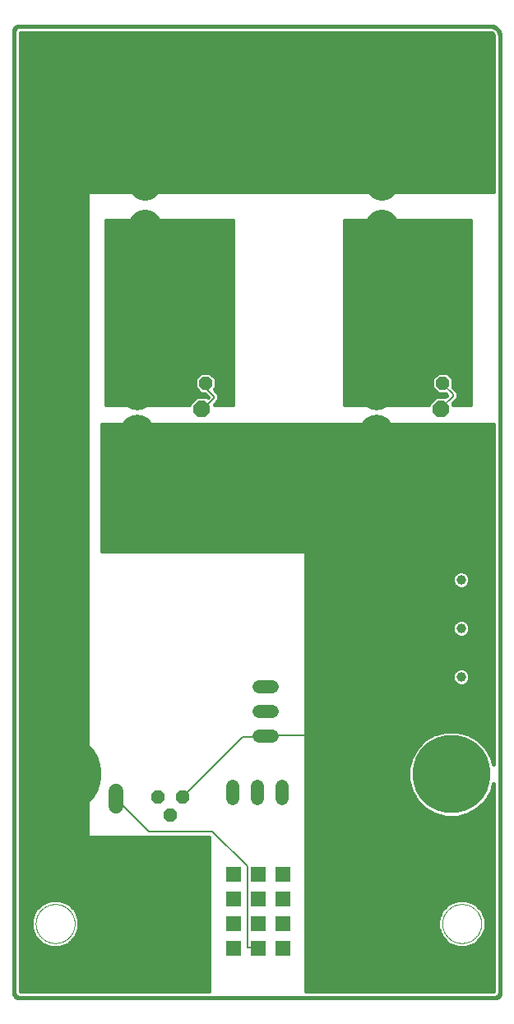
<source format=gtl>
G75*
%MOIN*%
%OFA0B0*%
%FSLAX25Y25*%
%IPPOS*%
%LPD*%
%AMOC8*
5,1,8,0,0,1.08239X$1,22.5*
%
%ADD10C,0.01600*%
%ADD11C,0.00000*%
%ADD12R,0.06496X0.06496*%
%ADD13C,0.13780*%
%ADD14OC8,0.05200*%
%ADD15C,0.13843*%
%ADD16OC8,0.06600*%
%ADD17C,0.31496*%
%ADD18C,0.05200*%
%ADD19C,0.06000*%
%ADD20C,0.00500*%
%ADD21C,0.03962*%
D10*
X0025422Y0023454D02*
X0025422Y0413217D01*
X0025424Y0413303D01*
X0025429Y0413389D01*
X0025439Y0413474D01*
X0025452Y0413559D01*
X0025469Y0413643D01*
X0025489Y0413727D01*
X0025513Y0413809D01*
X0025541Y0413890D01*
X0025572Y0413971D01*
X0025606Y0414049D01*
X0025644Y0414126D01*
X0025686Y0414202D01*
X0025730Y0414275D01*
X0025778Y0414346D01*
X0025829Y0414416D01*
X0025883Y0414483D01*
X0025939Y0414547D01*
X0025999Y0414609D01*
X0026061Y0414669D01*
X0026125Y0414725D01*
X0026192Y0414779D01*
X0026262Y0414830D01*
X0026333Y0414878D01*
X0026407Y0414922D01*
X0026482Y0414964D01*
X0026559Y0415002D01*
X0026637Y0415036D01*
X0026718Y0415067D01*
X0026799Y0415095D01*
X0026881Y0415119D01*
X0026965Y0415139D01*
X0027049Y0415156D01*
X0027134Y0415169D01*
X0027219Y0415179D01*
X0027305Y0415184D01*
X0027391Y0415186D01*
X0218335Y0415186D01*
X0218335Y0412586D02*
X0218596Y0412560D01*
X0219078Y0412360D01*
X0219447Y0411992D01*
X0219647Y0411510D01*
X0219672Y0411249D01*
X0219672Y0348257D01*
X0178114Y0348257D01*
X0178738Y0349764D01*
X0178738Y0367065D01*
X0178083Y0368645D01*
X0176874Y0369855D01*
X0175293Y0370509D01*
X0173582Y0370509D01*
X0172002Y0369855D01*
X0170792Y0368645D01*
X0170138Y0367065D01*
X0170138Y0349764D01*
X0170762Y0348257D01*
X0082011Y0348257D01*
X0082635Y0349764D01*
X0082635Y0367065D01*
X0081981Y0368645D01*
X0080771Y0369855D01*
X0079191Y0370509D01*
X0077480Y0370509D01*
X0075900Y0369855D01*
X0074690Y0368645D01*
X0074035Y0367065D01*
X0074035Y0349764D01*
X0074660Y0348257D01*
X0054950Y0348257D01*
X0054950Y0086446D01*
X0104162Y0086446D01*
X0104162Y0024085D01*
X0028022Y0024085D01*
X0028022Y0412586D01*
X0218335Y0412586D01*
X0218335Y0415186D02*
X0218459Y0415184D01*
X0218582Y0415178D01*
X0218706Y0415169D01*
X0218828Y0415155D01*
X0218951Y0415138D01*
X0219073Y0415116D01*
X0219194Y0415091D01*
X0219314Y0415062D01*
X0219433Y0415030D01*
X0219552Y0414993D01*
X0219669Y0414953D01*
X0219784Y0414910D01*
X0219899Y0414862D01*
X0220011Y0414811D01*
X0220122Y0414757D01*
X0220232Y0414699D01*
X0220339Y0414638D01*
X0220445Y0414573D01*
X0220548Y0414505D01*
X0220649Y0414434D01*
X0220748Y0414360D01*
X0220845Y0414283D01*
X0220939Y0414202D01*
X0221030Y0414119D01*
X0221119Y0414033D01*
X0221205Y0413944D01*
X0221288Y0413853D01*
X0221369Y0413759D01*
X0221446Y0413662D01*
X0221520Y0413563D01*
X0221591Y0413462D01*
X0221659Y0413359D01*
X0221724Y0413253D01*
X0221785Y0413146D01*
X0221843Y0413036D01*
X0221897Y0412925D01*
X0221948Y0412813D01*
X0221996Y0412698D01*
X0222039Y0412583D01*
X0222079Y0412466D01*
X0222116Y0412347D01*
X0222148Y0412228D01*
X0222177Y0412108D01*
X0222202Y0411987D01*
X0222224Y0411865D01*
X0222241Y0411742D01*
X0222255Y0411620D01*
X0222264Y0411496D01*
X0222270Y0411373D01*
X0222272Y0411249D01*
X0222272Y0023454D01*
X0222273Y0023454D02*
X0222271Y0023368D01*
X0222266Y0023282D01*
X0222256Y0023197D01*
X0222243Y0023112D01*
X0222226Y0023028D01*
X0222206Y0022944D01*
X0222182Y0022862D01*
X0222154Y0022781D01*
X0222123Y0022700D01*
X0222089Y0022622D01*
X0222051Y0022545D01*
X0222009Y0022469D01*
X0221965Y0022396D01*
X0221917Y0022325D01*
X0221866Y0022255D01*
X0221812Y0022188D01*
X0221756Y0022124D01*
X0221696Y0022062D01*
X0221634Y0022002D01*
X0221570Y0021946D01*
X0221503Y0021892D01*
X0221433Y0021841D01*
X0221362Y0021793D01*
X0221289Y0021749D01*
X0221213Y0021707D01*
X0221136Y0021669D01*
X0221058Y0021635D01*
X0220977Y0021604D01*
X0220896Y0021576D01*
X0220814Y0021552D01*
X0220730Y0021532D01*
X0220646Y0021515D01*
X0220561Y0021502D01*
X0220476Y0021492D01*
X0220390Y0021487D01*
X0220304Y0021485D01*
X0027391Y0021485D01*
X0027305Y0021487D01*
X0027219Y0021492D01*
X0027134Y0021502D01*
X0027049Y0021515D01*
X0026965Y0021532D01*
X0026881Y0021552D01*
X0026799Y0021576D01*
X0026718Y0021604D01*
X0026637Y0021635D01*
X0026559Y0021669D01*
X0026482Y0021707D01*
X0026406Y0021749D01*
X0026333Y0021793D01*
X0026262Y0021841D01*
X0026192Y0021892D01*
X0026125Y0021946D01*
X0026061Y0022002D01*
X0025999Y0022062D01*
X0025939Y0022124D01*
X0025883Y0022188D01*
X0025829Y0022255D01*
X0025778Y0022325D01*
X0025730Y0022396D01*
X0025686Y0022470D01*
X0025644Y0022545D01*
X0025606Y0022622D01*
X0025572Y0022700D01*
X0025541Y0022781D01*
X0025513Y0022862D01*
X0025489Y0022944D01*
X0025469Y0023028D01*
X0025452Y0023112D01*
X0025439Y0023197D01*
X0025429Y0023282D01*
X0025424Y0023368D01*
X0025422Y0023454D01*
X0028022Y0024682D02*
X0104162Y0024682D01*
X0104162Y0026281D02*
X0028022Y0026281D01*
X0028022Y0027879D02*
X0104162Y0027879D01*
X0104162Y0029478D02*
X0028022Y0029478D01*
X0028022Y0031076D02*
X0104162Y0031076D01*
X0104162Y0032675D02*
X0028022Y0032675D01*
X0028022Y0034273D02*
X0104162Y0034273D01*
X0104162Y0035872D02*
X0028022Y0035872D01*
X0028022Y0037470D02*
X0104162Y0037470D01*
X0104162Y0039069D02*
X0028022Y0039069D01*
X0028022Y0040667D02*
X0104162Y0040667D01*
X0104162Y0042266D02*
X0045110Y0042266D01*
X0043964Y0041791D02*
X0047527Y0043267D01*
X0050254Y0045994D01*
X0051730Y0049557D01*
X0051730Y0053413D01*
X0050254Y0056976D01*
X0047527Y0059703D01*
X0043964Y0061179D01*
X0040108Y0061179D01*
X0036545Y0059703D01*
X0033818Y0056976D01*
X0032343Y0053413D01*
X0032343Y0049557D01*
X0033818Y0045994D01*
X0036545Y0043267D01*
X0040108Y0041791D01*
X0043964Y0041791D01*
X0048124Y0043864D02*
X0104162Y0043864D01*
X0104162Y0045463D02*
X0049723Y0045463D01*
X0050696Y0047061D02*
X0104162Y0047061D01*
X0104162Y0048660D02*
X0051358Y0048660D01*
X0051730Y0050258D02*
X0104162Y0050258D01*
X0104162Y0051857D02*
X0051730Y0051857D01*
X0051713Y0053455D02*
X0104162Y0053455D01*
X0104162Y0055054D02*
X0051050Y0055054D01*
X0050388Y0056652D02*
X0104162Y0056652D01*
X0104162Y0058251D02*
X0048979Y0058251D01*
X0047174Y0059849D02*
X0104162Y0059849D01*
X0104162Y0061448D02*
X0028022Y0061448D01*
X0028022Y0063046D02*
X0104162Y0063046D01*
X0104162Y0064645D02*
X0028022Y0064645D01*
X0028022Y0066243D02*
X0104162Y0066243D01*
X0104162Y0067842D02*
X0028022Y0067842D01*
X0028022Y0069440D02*
X0104162Y0069440D01*
X0104162Y0071039D02*
X0028022Y0071039D01*
X0028022Y0072637D02*
X0104162Y0072637D01*
X0104162Y0074236D02*
X0028022Y0074236D01*
X0028022Y0075834D02*
X0104162Y0075834D01*
X0104162Y0077433D02*
X0028022Y0077433D01*
X0028022Y0079031D02*
X0104162Y0079031D01*
X0104162Y0080630D02*
X0028022Y0080630D01*
X0028022Y0082228D02*
X0104162Y0082228D01*
X0104162Y0083827D02*
X0028022Y0083827D01*
X0028022Y0085425D02*
X0104162Y0085425D01*
X0143532Y0085425D02*
X0219672Y0085425D01*
X0219672Y0083827D02*
X0143532Y0083827D01*
X0143532Y0082228D02*
X0219672Y0082228D01*
X0219672Y0080630D02*
X0143532Y0080630D01*
X0143532Y0079031D02*
X0219672Y0079031D01*
X0219672Y0077433D02*
X0143532Y0077433D01*
X0143532Y0075834D02*
X0219672Y0075834D01*
X0219672Y0074236D02*
X0143532Y0074236D01*
X0143532Y0072637D02*
X0219672Y0072637D01*
X0219672Y0071039D02*
X0143532Y0071039D01*
X0143532Y0069440D02*
X0219672Y0069440D01*
X0219672Y0067842D02*
X0143532Y0067842D01*
X0143532Y0066243D02*
X0219672Y0066243D01*
X0219672Y0064645D02*
X0143532Y0064645D01*
X0143532Y0063046D02*
X0219672Y0063046D01*
X0219672Y0061448D02*
X0143532Y0061448D01*
X0143532Y0059849D02*
X0201702Y0059849D01*
X0201348Y0059703D02*
X0198621Y0056976D01*
X0197146Y0053413D01*
X0197146Y0049557D01*
X0198621Y0045994D01*
X0201348Y0043267D01*
X0204911Y0041791D01*
X0208768Y0041791D01*
X0212330Y0043267D01*
X0215057Y0045994D01*
X0216533Y0049557D01*
X0216533Y0053413D01*
X0215057Y0056976D01*
X0212330Y0059703D01*
X0208768Y0061179D01*
X0204911Y0061179D01*
X0201348Y0059703D01*
X0199896Y0058251D02*
X0143532Y0058251D01*
X0143532Y0056652D02*
X0198487Y0056652D01*
X0197825Y0055054D02*
X0143532Y0055054D01*
X0143532Y0053455D02*
X0197163Y0053455D01*
X0197146Y0051857D02*
X0143532Y0051857D01*
X0143532Y0050258D02*
X0197146Y0050258D01*
X0197517Y0048660D02*
X0143532Y0048660D01*
X0143532Y0047061D02*
X0198179Y0047061D01*
X0199153Y0045463D02*
X0143532Y0045463D01*
X0143532Y0043864D02*
X0200751Y0043864D01*
X0203766Y0042266D02*
X0143532Y0042266D01*
X0143532Y0040667D02*
X0219672Y0040667D01*
X0219672Y0039069D02*
X0143532Y0039069D01*
X0143532Y0037470D02*
X0219672Y0037470D01*
X0219672Y0035872D02*
X0143532Y0035872D01*
X0143532Y0034273D02*
X0219672Y0034273D01*
X0219672Y0032675D02*
X0143532Y0032675D01*
X0143532Y0031076D02*
X0219672Y0031076D01*
X0219672Y0029478D02*
X0143532Y0029478D01*
X0143532Y0027879D02*
X0219672Y0027879D01*
X0219672Y0026281D02*
X0143532Y0026281D01*
X0143532Y0024682D02*
X0219672Y0024682D01*
X0219672Y0024085D02*
X0143532Y0024085D01*
X0143532Y0202587D01*
X0060855Y0202587D01*
X0060855Y0253769D01*
X0219672Y0253769D01*
X0219672Y0116074D01*
X0218940Y0118809D01*
X0216629Y0122811D01*
X0213362Y0126078D01*
X0209361Y0128388D01*
X0204898Y0129584D01*
X0200277Y0129584D01*
X0195814Y0128388D01*
X0191813Y0126078D01*
X0188545Y0122811D01*
X0186235Y0118809D01*
X0185039Y0114346D01*
X0185039Y0109726D01*
X0186235Y0105263D01*
X0188545Y0101261D01*
X0191813Y0097994D01*
X0195814Y0095684D01*
X0200277Y0094488D01*
X0204898Y0094488D01*
X0209361Y0095684D01*
X0213362Y0097994D01*
X0216629Y0101261D01*
X0218940Y0105263D01*
X0219672Y0107998D01*
X0219672Y0024085D01*
X0219672Y0042266D02*
X0209913Y0042266D01*
X0212927Y0043864D02*
X0219672Y0043864D01*
X0219672Y0045463D02*
X0214526Y0045463D01*
X0215499Y0047061D02*
X0219672Y0047061D01*
X0219672Y0048660D02*
X0216161Y0048660D01*
X0216533Y0050258D02*
X0219672Y0050258D01*
X0219672Y0051857D02*
X0216533Y0051857D01*
X0216516Y0053455D02*
X0219672Y0053455D01*
X0219672Y0055054D02*
X0215854Y0055054D01*
X0215191Y0056652D02*
X0219672Y0056652D01*
X0219672Y0058251D02*
X0213783Y0058251D01*
X0211977Y0059849D02*
X0219672Y0059849D01*
X0219672Y0087024D02*
X0143532Y0087024D01*
X0143532Y0088623D02*
X0219672Y0088623D01*
X0219672Y0090221D02*
X0143532Y0090221D01*
X0143532Y0091820D02*
X0219672Y0091820D01*
X0219672Y0093418D02*
X0143532Y0093418D01*
X0143532Y0095017D02*
X0198305Y0095017D01*
X0194202Y0096615D02*
X0143532Y0096615D01*
X0143532Y0098214D02*
X0191593Y0098214D01*
X0189995Y0099812D02*
X0143532Y0099812D01*
X0143532Y0101411D02*
X0188459Y0101411D01*
X0187536Y0103009D02*
X0143532Y0103009D01*
X0143532Y0104608D02*
X0186614Y0104608D01*
X0185982Y0106206D02*
X0143532Y0106206D01*
X0143532Y0107805D02*
X0185554Y0107805D01*
X0185126Y0109403D02*
X0143532Y0109403D01*
X0143532Y0111002D02*
X0185039Y0111002D01*
X0185039Y0112600D02*
X0143532Y0112600D01*
X0143532Y0114199D02*
X0185039Y0114199D01*
X0185428Y0115797D02*
X0143532Y0115797D01*
X0143532Y0117396D02*
X0185856Y0117396D01*
X0186342Y0118994D02*
X0143532Y0118994D01*
X0143532Y0120593D02*
X0187265Y0120593D01*
X0188188Y0122191D02*
X0143532Y0122191D01*
X0143532Y0123790D02*
X0189524Y0123790D01*
X0191123Y0125388D02*
X0143532Y0125388D01*
X0143532Y0126987D02*
X0193387Y0126987D01*
X0196549Y0128585D02*
X0143532Y0128585D01*
X0143532Y0130184D02*
X0219672Y0130184D01*
X0219672Y0131782D02*
X0143532Y0131782D01*
X0143532Y0133381D02*
X0219672Y0133381D01*
X0219672Y0134979D02*
X0143532Y0134979D01*
X0143532Y0136578D02*
X0219672Y0136578D01*
X0219672Y0138176D02*
X0143532Y0138176D01*
X0143532Y0139775D02*
X0219672Y0139775D01*
X0219672Y0141373D02*
X0143532Y0141373D01*
X0143532Y0142972D02*
X0219672Y0142972D01*
X0219672Y0144570D02*
X0143532Y0144570D01*
X0143532Y0146169D02*
X0219672Y0146169D01*
X0219672Y0147767D02*
X0143532Y0147767D01*
X0143532Y0149366D02*
X0203500Y0149366D01*
X0203488Y0149378D02*
X0204496Y0148370D01*
X0205812Y0147825D01*
X0207237Y0147825D01*
X0208553Y0148370D01*
X0209560Y0149378D01*
X0210105Y0150694D01*
X0210105Y0152119D01*
X0209560Y0153435D01*
X0208553Y0154442D01*
X0207237Y0154987D01*
X0205812Y0154987D01*
X0204496Y0154442D01*
X0203488Y0153435D01*
X0202943Y0152119D01*
X0202943Y0150694D01*
X0203488Y0149378D01*
X0202943Y0150964D02*
X0143532Y0150964D01*
X0143532Y0152563D02*
X0203127Y0152563D01*
X0204215Y0154161D02*
X0143532Y0154161D01*
X0143532Y0155760D02*
X0219672Y0155760D01*
X0219672Y0157359D02*
X0143532Y0157359D01*
X0143532Y0158957D02*
X0219672Y0158957D01*
X0219672Y0160556D02*
X0143532Y0160556D01*
X0143532Y0162154D02*
X0219672Y0162154D01*
X0219672Y0163753D02*
X0143532Y0163753D01*
X0143532Y0165351D02*
X0219672Y0165351D01*
X0219672Y0166950D02*
X0143532Y0166950D01*
X0143532Y0168548D02*
X0204003Y0168548D01*
X0204496Y0168055D02*
X0205812Y0167510D01*
X0207237Y0167510D01*
X0208553Y0168055D01*
X0209560Y0169063D01*
X0210105Y0170379D01*
X0210105Y0171804D01*
X0209560Y0173120D01*
X0208553Y0174127D01*
X0207237Y0174672D01*
X0205812Y0174672D01*
X0204496Y0174127D01*
X0203488Y0173120D01*
X0202943Y0171804D01*
X0202943Y0170379D01*
X0203488Y0169063D01*
X0204496Y0168055D01*
X0203040Y0170147D02*
X0143532Y0170147D01*
X0143532Y0171745D02*
X0202943Y0171745D01*
X0203712Y0173344D02*
X0143532Y0173344D01*
X0143532Y0174942D02*
X0219672Y0174942D01*
X0219672Y0173344D02*
X0209337Y0173344D01*
X0210105Y0171745D02*
X0219672Y0171745D01*
X0219672Y0170147D02*
X0210009Y0170147D01*
X0209046Y0168548D02*
X0219672Y0168548D01*
X0219672Y0176541D02*
X0143532Y0176541D01*
X0143532Y0178139D02*
X0219672Y0178139D01*
X0219672Y0179738D02*
X0143532Y0179738D01*
X0143532Y0181336D02*
X0219672Y0181336D01*
X0219672Y0182935D02*
X0143532Y0182935D01*
X0143532Y0184533D02*
X0219672Y0184533D01*
X0219672Y0186132D02*
X0143532Y0186132D01*
X0143532Y0187730D02*
X0204521Y0187730D01*
X0204496Y0187740D02*
X0205812Y0187195D01*
X0207237Y0187195D01*
X0208553Y0187740D01*
X0209560Y0188748D01*
X0210105Y0190064D01*
X0210105Y0191489D01*
X0209560Y0192805D01*
X0208553Y0193812D01*
X0207237Y0194357D01*
X0205812Y0194357D01*
X0204496Y0193812D01*
X0203488Y0192805D01*
X0202943Y0191489D01*
X0202943Y0190064D01*
X0203488Y0188748D01*
X0204496Y0187740D01*
X0203248Y0189329D02*
X0143532Y0189329D01*
X0143532Y0190927D02*
X0202943Y0190927D01*
X0203373Y0192526D02*
X0143532Y0192526D01*
X0143532Y0194124D02*
X0205249Y0194124D01*
X0207800Y0194124D02*
X0219672Y0194124D01*
X0219672Y0192526D02*
X0209676Y0192526D01*
X0210105Y0190927D02*
X0219672Y0190927D01*
X0219672Y0189329D02*
X0209801Y0189329D01*
X0208528Y0187730D02*
X0219672Y0187730D01*
X0219672Y0195723D02*
X0143532Y0195723D01*
X0143532Y0197321D02*
X0219672Y0197321D01*
X0219672Y0198920D02*
X0143532Y0198920D01*
X0143532Y0200518D02*
X0219672Y0200518D01*
X0219672Y0202117D02*
X0143532Y0202117D01*
X0159280Y0261643D02*
X0159280Y0336446D01*
X0170338Y0336446D01*
X0170138Y0335962D01*
X0170138Y0318661D01*
X0170792Y0317081D01*
X0172002Y0315871D01*
X0173582Y0315217D01*
X0175293Y0315217D01*
X0176874Y0315871D01*
X0178083Y0317081D01*
X0178738Y0318661D01*
X0178738Y0335962D01*
X0178538Y0336446D01*
X0210461Y0336446D01*
X0210461Y0261643D01*
X0203396Y0261643D01*
X0203396Y0262101D01*
X0203167Y0262331D01*
X0205222Y0264386D01*
X0205222Y0266834D01*
X0204021Y0268035D01*
X0203372Y0268685D01*
X0203405Y0268718D01*
X0203405Y0272363D01*
X0200827Y0274940D01*
X0197182Y0274940D01*
X0194605Y0272363D01*
X0194605Y0268718D01*
X0197182Y0266140D01*
X0200118Y0266140D01*
X0200648Y0265610D01*
X0200127Y0265089D01*
X0196184Y0265089D01*
X0193196Y0262101D01*
X0193196Y0261643D01*
X0159280Y0261643D01*
X0159280Y0262860D02*
X0193955Y0262860D01*
X0195553Y0264459D02*
X0159280Y0264459D01*
X0159280Y0266057D02*
X0200201Y0266057D01*
X0203405Y0269254D02*
X0210461Y0269254D01*
X0210461Y0267656D02*
X0204400Y0267656D01*
X0204021Y0268035D02*
X0204021Y0268035D01*
X0205222Y0266057D02*
X0210461Y0266057D01*
X0210461Y0264459D02*
X0205222Y0264459D01*
X0203696Y0262860D02*
X0210461Y0262860D01*
X0210461Y0270853D02*
X0203405Y0270853D01*
X0203316Y0272451D02*
X0210461Y0272451D01*
X0210461Y0274050D02*
X0201718Y0274050D01*
X0196292Y0274050D02*
X0159280Y0274050D01*
X0159280Y0275648D02*
X0210461Y0275648D01*
X0210461Y0277247D02*
X0159280Y0277247D01*
X0159280Y0278845D02*
X0210461Y0278845D01*
X0210461Y0280444D02*
X0159280Y0280444D01*
X0159280Y0282042D02*
X0210461Y0282042D01*
X0210461Y0283641D02*
X0159280Y0283641D01*
X0159280Y0285239D02*
X0210461Y0285239D01*
X0210461Y0286838D02*
X0159280Y0286838D01*
X0159280Y0288436D02*
X0210461Y0288436D01*
X0210461Y0290035D02*
X0159280Y0290035D01*
X0159280Y0291633D02*
X0210461Y0291633D01*
X0210461Y0293232D02*
X0159280Y0293232D01*
X0159280Y0294830D02*
X0210461Y0294830D01*
X0210461Y0296429D02*
X0159280Y0296429D01*
X0159280Y0298027D02*
X0210461Y0298027D01*
X0210461Y0299626D02*
X0159280Y0299626D01*
X0159280Y0301225D02*
X0210461Y0301225D01*
X0210461Y0302823D02*
X0159280Y0302823D01*
X0159280Y0304422D02*
X0210461Y0304422D01*
X0210461Y0306020D02*
X0159280Y0306020D01*
X0159280Y0307619D02*
X0210461Y0307619D01*
X0210461Y0309217D02*
X0159280Y0309217D01*
X0159280Y0310816D02*
X0210461Y0310816D01*
X0210461Y0312414D02*
X0159280Y0312414D01*
X0159280Y0314013D02*
X0210461Y0314013D01*
X0210461Y0315611D02*
X0176246Y0315611D01*
X0178137Y0317210D02*
X0210461Y0317210D01*
X0210461Y0318808D02*
X0178738Y0318808D01*
X0178738Y0320407D02*
X0210461Y0320407D01*
X0210461Y0322005D02*
X0178738Y0322005D01*
X0178738Y0323604D02*
X0210461Y0323604D01*
X0210461Y0325202D02*
X0178738Y0325202D01*
X0178738Y0326801D02*
X0210461Y0326801D01*
X0210461Y0328399D02*
X0178738Y0328399D01*
X0178738Y0329998D02*
X0210461Y0329998D01*
X0210461Y0331596D02*
X0178738Y0331596D01*
X0178738Y0333195D02*
X0210461Y0333195D01*
X0210461Y0334793D02*
X0178738Y0334793D01*
X0178560Y0336392D02*
X0210461Y0336392D01*
X0219672Y0349180D02*
X0178496Y0349180D01*
X0178738Y0350778D02*
X0219672Y0350778D01*
X0219672Y0352377D02*
X0178738Y0352377D01*
X0178738Y0353975D02*
X0219672Y0353975D01*
X0219672Y0355574D02*
X0178738Y0355574D01*
X0178738Y0357172D02*
X0219672Y0357172D01*
X0219672Y0358771D02*
X0178738Y0358771D01*
X0178738Y0360369D02*
X0219672Y0360369D01*
X0219672Y0361968D02*
X0178738Y0361968D01*
X0178738Y0363566D02*
X0219672Y0363566D01*
X0219672Y0365165D02*
X0178738Y0365165D01*
X0178738Y0366763D02*
X0219672Y0366763D01*
X0219672Y0368362D02*
X0178200Y0368362D01*
X0176618Y0369961D02*
X0219672Y0369961D01*
X0219672Y0371559D02*
X0028022Y0371559D01*
X0028022Y0369961D02*
X0076155Y0369961D01*
X0074573Y0368362D02*
X0028022Y0368362D01*
X0028022Y0366763D02*
X0074035Y0366763D01*
X0074035Y0365165D02*
X0028022Y0365165D01*
X0028022Y0363566D02*
X0074035Y0363566D01*
X0074035Y0361968D02*
X0028022Y0361968D01*
X0028022Y0360369D02*
X0074035Y0360369D01*
X0074035Y0358771D02*
X0028022Y0358771D01*
X0028022Y0357172D02*
X0074035Y0357172D01*
X0074035Y0355574D02*
X0028022Y0355574D01*
X0028022Y0353975D02*
X0074035Y0353975D01*
X0074035Y0352377D02*
X0028022Y0352377D01*
X0028022Y0350778D02*
X0074035Y0350778D01*
X0074277Y0349180D02*
X0028022Y0349180D01*
X0028022Y0347581D02*
X0054950Y0347581D01*
X0054950Y0345983D02*
X0028022Y0345983D01*
X0028022Y0344384D02*
X0054950Y0344384D01*
X0054950Y0342786D02*
X0028022Y0342786D01*
X0028022Y0341187D02*
X0054950Y0341187D01*
X0054950Y0339589D02*
X0028022Y0339589D01*
X0028022Y0337990D02*
X0054950Y0337990D01*
X0054950Y0336392D02*
X0028022Y0336392D01*
X0028022Y0334793D02*
X0054950Y0334793D01*
X0054950Y0333195D02*
X0028022Y0333195D01*
X0028022Y0331596D02*
X0054950Y0331596D01*
X0054950Y0329998D02*
X0028022Y0329998D01*
X0028022Y0328399D02*
X0054950Y0328399D01*
X0054950Y0326801D02*
X0028022Y0326801D01*
X0028022Y0325202D02*
X0054950Y0325202D01*
X0054950Y0323604D02*
X0028022Y0323604D01*
X0028022Y0322005D02*
X0054950Y0322005D01*
X0054950Y0320407D02*
X0028022Y0320407D01*
X0028022Y0318808D02*
X0054950Y0318808D01*
X0054950Y0317210D02*
X0028022Y0317210D01*
X0028022Y0315611D02*
X0054950Y0315611D01*
X0054950Y0314013D02*
X0028022Y0314013D01*
X0028022Y0312414D02*
X0054950Y0312414D01*
X0054950Y0310816D02*
X0028022Y0310816D01*
X0028022Y0309217D02*
X0054950Y0309217D01*
X0054950Y0307619D02*
X0028022Y0307619D01*
X0028022Y0306020D02*
X0054950Y0306020D01*
X0054950Y0304422D02*
X0028022Y0304422D01*
X0028022Y0302823D02*
X0054950Y0302823D01*
X0054950Y0301225D02*
X0028022Y0301225D01*
X0028022Y0299626D02*
X0054950Y0299626D01*
X0054950Y0298027D02*
X0028022Y0298027D01*
X0028022Y0296429D02*
X0054950Y0296429D01*
X0054950Y0294830D02*
X0028022Y0294830D01*
X0028022Y0293232D02*
X0054950Y0293232D01*
X0054950Y0291633D02*
X0028022Y0291633D01*
X0028022Y0290035D02*
X0054950Y0290035D01*
X0054950Y0288436D02*
X0028022Y0288436D01*
X0028022Y0286838D02*
X0054950Y0286838D01*
X0054950Y0285239D02*
X0028022Y0285239D01*
X0028022Y0283641D02*
X0054950Y0283641D01*
X0054950Y0282042D02*
X0028022Y0282042D01*
X0028022Y0280444D02*
X0054950Y0280444D01*
X0054950Y0278845D02*
X0028022Y0278845D01*
X0028022Y0277247D02*
X0054950Y0277247D01*
X0054950Y0275648D02*
X0028022Y0275648D01*
X0028022Y0274050D02*
X0054950Y0274050D01*
X0054950Y0272451D02*
X0028022Y0272451D01*
X0028022Y0270853D02*
X0054950Y0270853D01*
X0054950Y0269254D02*
X0028022Y0269254D01*
X0028022Y0267656D02*
X0054950Y0267656D01*
X0054950Y0266057D02*
X0028022Y0266057D01*
X0028022Y0264459D02*
X0054950Y0264459D01*
X0054950Y0262860D02*
X0028022Y0262860D01*
X0028022Y0261262D02*
X0054950Y0261262D01*
X0054950Y0259663D02*
X0028022Y0259663D01*
X0028022Y0258065D02*
X0054950Y0258065D01*
X0054950Y0256466D02*
X0028022Y0256466D01*
X0028022Y0254868D02*
X0054950Y0254868D01*
X0054950Y0253269D02*
X0028022Y0253269D01*
X0028022Y0251671D02*
X0054950Y0251671D01*
X0054950Y0250072D02*
X0028022Y0250072D01*
X0028022Y0248474D02*
X0054950Y0248474D01*
X0054950Y0246875D02*
X0028022Y0246875D01*
X0028022Y0245277D02*
X0054950Y0245277D01*
X0054950Y0243678D02*
X0028022Y0243678D01*
X0028022Y0242080D02*
X0054950Y0242080D01*
X0054950Y0240481D02*
X0028022Y0240481D01*
X0028022Y0238883D02*
X0054950Y0238883D01*
X0054950Y0237284D02*
X0028022Y0237284D01*
X0028022Y0235686D02*
X0054950Y0235686D01*
X0054950Y0234087D02*
X0028022Y0234087D01*
X0028022Y0232489D02*
X0054950Y0232489D01*
X0054950Y0230890D02*
X0028022Y0230890D01*
X0028022Y0229292D02*
X0054950Y0229292D01*
X0054950Y0227693D02*
X0028022Y0227693D01*
X0028022Y0226094D02*
X0054950Y0226094D01*
X0054950Y0224496D02*
X0028022Y0224496D01*
X0028022Y0222897D02*
X0054950Y0222897D01*
X0054950Y0221299D02*
X0028022Y0221299D01*
X0028022Y0219700D02*
X0054950Y0219700D01*
X0054950Y0218102D02*
X0028022Y0218102D01*
X0028022Y0216503D02*
X0054950Y0216503D01*
X0054950Y0214905D02*
X0028022Y0214905D01*
X0028022Y0213306D02*
X0054950Y0213306D01*
X0054950Y0211708D02*
X0028022Y0211708D01*
X0028022Y0210109D02*
X0054950Y0210109D01*
X0054950Y0208511D02*
X0028022Y0208511D01*
X0028022Y0206912D02*
X0054950Y0206912D01*
X0054950Y0205314D02*
X0028022Y0205314D01*
X0028022Y0203715D02*
X0054950Y0203715D01*
X0054950Y0202117D02*
X0028022Y0202117D01*
X0028022Y0200518D02*
X0054950Y0200518D01*
X0054950Y0198920D02*
X0028022Y0198920D01*
X0028022Y0197321D02*
X0054950Y0197321D01*
X0054950Y0195723D02*
X0028022Y0195723D01*
X0028022Y0194124D02*
X0054950Y0194124D01*
X0054950Y0192526D02*
X0028022Y0192526D01*
X0028022Y0190927D02*
X0054950Y0190927D01*
X0054950Y0189329D02*
X0028022Y0189329D01*
X0028022Y0187730D02*
X0054950Y0187730D01*
X0054950Y0186132D02*
X0028022Y0186132D01*
X0028022Y0184533D02*
X0054950Y0184533D01*
X0054950Y0182935D02*
X0028022Y0182935D01*
X0028022Y0181336D02*
X0054950Y0181336D01*
X0054950Y0179738D02*
X0028022Y0179738D01*
X0028022Y0178139D02*
X0054950Y0178139D01*
X0054950Y0176541D02*
X0028022Y0176541D01*
X0028022Y0174942D02*
X0054950Y0174942D01*
X0054950Y0173344D02*
X0028022Y0173344D01*
X0028022Y0171745D02*
X0054950Y0171745D01*
X0054950Y0170147D02*
X0028022Y0170147D01*
X0028022Y0168548D02*
X0054950Y0168548D01*
X0054950Y0166950D02*
X0028022Y0166950D01*
X0028022Y0165351D02*
X0054950Y0165351D01*
X0054950Y0163753D02*
X0028022Y0163753D01*
X0028022Y0162154D02*
X0054950Y0162154D01*
X0054950Y0160556D02*
X0028022Y0160556D01*
X0028022Y0158957D02*
X0054950Y0158957D01*
X0054950Y0157359D02*
X0028022Y0157359D01*
X0028022Y0155760D02*
X0054950Y0155760D01*
X0054950Y0154161D02*
X0028022Y0154161D01*
X0028022Y0152563D02*
X0054950Y0152563D01*
X0054950Y0150964D02*
X0028022Y0150964D01*
X0028022Y0149366D02*
X0054950Y0149366D01*
X0054950Y0147767D02*
X0028022Y0147767D01*
X0028022Y0146169D02*
X0054950Y0146169D01*
X0054950Y0144570D02*
X0028022Y0144570D01*
X0028022Y0142972D02*
X0054950Y0142972D01*
X0054950Y0141373D02*
X0028022Y0141373D01*
X0028022Y0139775D02*
X0054950Y0139775D01*
X0054950Y0138176D02*
X0028022Y0138176D01*
X0028022Y0136578D02*
X0054950Y0136578D01*
X0054950Y0134979D02*
X0028022Y0134979D01*
X0028022Y0133381D02*
X0054950Y0133381D01*
X0054950Y0131782D02*
X0028022Y0131782D01*
X0028022Y0130184D02*
X0054950Y0130184D01*
X0054950Y0128585D02*
X0028022Y0128585D01*
X0028022Y0126987D02*
X0054950Y0126987D01*
X0054950Y0125388D02*
X0028022Y0125388D01*
X0028022Y0123790D02*
X0054950Y0123790D01*
X0054950Y0122191D02*
X0028022Y0122191D01*
X0028022Y0120593D02*
X0054950Y0120593D01*
X0054950Y0118994D02*
X0028022Y0118994D01*
X0028022Y0117396D02*
X0054950Y0117396D01*
X0054950Y0115797D02*
X0028022Y0115797D01*
X0028022Y0114199D02*
X0054950Y0114199D01*
X0054950Y0112600D02*
X0028022Y0112600D01*
X0028022Y0111002D02*
X0054950Y0111002D01*
X0054950Y0109403D02*
X0028022Y0109403D01*
X0028022Y0107805D02*
X0054950Y0107805D01*
X0054950Y0106206D02*
X0028022Y0106206D01*
X0028022Y0104608D02*
X0054950Y0104608D01*
X0054950Y0103009D02*
X0028022Y0103009D01*
X0028022Y0101411D02*
X0054950Y0101411D01*
X0054950Y0099812D02*
X0028022Y0099812D01*
X0028022Y0098214D02*
X0054950Y0098214D01*
X0054950Y0096615D02*
X0028022Y0096615D01*
X0028022Y0095017D02*
X0054950Y0095017D01*
X0054950Y0093418D02*
X0028022Y0093418D01*
X0028022Y0091820D02*
X0054950Y0091820D01*
X0054950Y0090221D02*
X0028022Y0090221D01*
X0028022Y0088623D02*
X0054950Y0088623D01*
X0054950Y0087024D02*
X0028022Y0087024D01*
X0028022Y0059849D02*
X0036899Y0059849D01*
X0035093Y0058251D02*
X0028022Y0058251D01*
X0028022Y0056652D02*
X0033684Y0056652D01*
X0033022Y0055054D02*
X0028022Y0055054D01*
X0028022Y0053455D02*
X0032360Y0053455D01*
X0032343Y0051857D02*
X0028022Y0051857D01*
X0028022Y0050258D02*
X0032343Y0050258D01*
X0032714Y0048660D02*
X0028022Y0048660D01*
X0028022Y0047061D02*
X0033376Y0047061D01*
X0034350Y0045463D02*
X0028022Y0045463D01*
X0028022Y0043864D02*
X0035948Y0043864D01*
X0038963Y0042266D02*
X0028022Y0042266D01*
X0060855Y0203715D02*
X0219672Y0203715D01*
X0219672Y0205314D02*
X0060855Y0205314D01*
X0060855Y0206912D02*
X0219672Y0206912D01*
X0219672Y0208511D02*
X0060855Y0208511D01*
X0060855Y0210109D02*
X0219672Y0210109D01*
X0219672Y0211708D02*
X0060855Y0211708D01*
X0060855Y0213306D02*
X0219672Y0213306D01*
X0219672Y0214905D02*
X0060855Y0214905D01*
X0060855Y0216503D02*
X0219672Y0216503D01*
X0219672Y0218102D02*
X0060855Y0218102D01*
X0060855Y0219700D02*
X0219672Y0219700D01*
X0219672Y0221299D02*
X0060855Y0221299D01*
X0060855Y0222897D02*
X0219672Y0222897D01*
X0219672Y0224496D02*
X0060855Y0224496D01*
X0060855Y0226094D02*
X0219672Y0226094D01*
X0219672Y0227693D02*
X0060855Y0227693D01*
X0060855Y0229292D02*
X0219672Y0229292D01*
X0219672Y0230890D02*
X0060855Y0230890D01*
X0060855Y0232489D02*
X0219672Y0232489D01*
X0219672Y0234087D02*
X0060855Y0234087D01*
X0060855Y0235686D02*
X0219672Y0235686D01*
X0219672Y0237284D02*
X0060855Y0237284D01*
X0060855Y0238883D02*
X0219672Y0238883D01*
X0219672Y0240481D02*
X0060855Y0240481D01*
X0060855Y0242080D02*
X0219672Y0242080D01*
X0219672Y0243678D02*
X0060855Y0243678D01*
X0060855Y0245277D02*
X0219672Y0245277D01*
X0219672Y0246875D02*
X0060855Y0246875D01*
X0060855Y0248474D02*
X0219672Y0248474D01*
X0219672Y0250072D02*
X0060855Y0250072D01*
X0060855Y0251671D02*
X0219672Y0251671D01*
X0219672Y0253269D02*
X0060855Y0253269D01*
X0062824Y0261643D02*
X0062824Y0336446D01*
X0074236Y0336446D01*
X0074035Y0335962D01*
X0074035Y0318661D01*
X0074690Y0317081D01*
X0075900Y0315871D01*
X0077480Y0315217D01*
X0079191Y0315217D01*
X0080771Y0315871D01*
X0081981Y0317081D01*
X0082635Y0318661D01*
X0082635Y0335962D01*
X0082435Y0336446D01*
X0114005Y0336446D01*
X0114005Y0261643D01*
X0106585Y0261643D01*
X0106585Y0261749D01*
X0108472Y0263636D01*
X0108472Y0266084D01*
X0107271Y0267285D01*
X0106570Y0267986D01*
X0107302Y0268718D01*
X0107302Y0272363D01*
X0104725Y0274940D01*
X0101080Y0274940D01*
X0098502Y0272363D01*
X0098502Y0268718D01*
X0101080Y0266140D01*
X0102618Y0266140D01*
X0103898Y0264860D01*
X0103862Y0264824D01*
X0103598Y0265089D01*
X0099373Y0265089D01*
X0096385Y0262101D01*
X0096385Y0261643D01*
X0062824Y0261643D01*
X0062824Y0262860D02*
X0097144Y0262860D01*
X0098742Y0264459D02*
X0062824Y0264459D01*
X0062824Y0266057D02*
X0102701Y0266057D01*
X0099564Y0267656D02*
X0062824Y0267656D01*
X0062824Y0269254D02*
X0098502Y0269254D01*
X0098502Y0270853D02*
X0062824Y0270853D01*
X0062824Y0272451D02*
X0098591Y0272451D01*
X0100190Y0274050D02*
X0062824Y0274050D01*
X0062824Y0275648D02*
X0114005Y0275648D01*
X0114005Y0274050D02*
X0105615Y0274050D01*
X0107214Y0272451D02*
X0114005Y0272451D01*
X0114005Y0270853D02*
X0107302Y0270853D01*
X0107302Y0269254D02*
X0114005Y0269254D01*
X0114005Y0267656D02*
X0106900Y0267656D01*
X0108472Y0266057D02*
X0114005Y0266057D01*
X0114005Y0264459D02*
X0108472Y0264459D01*
X0107696Y0262860D02*
X0114005Y0262860D01*
X0114005Y0277247D02*
X0062824Y0277247D01*
X0062824Y0278845D02*
X0114005Y0278845D01*
X0114005Y0280444D02*
X0062824Y0280444D01*
X0062824Y0282042D02*
X0114005Y0282042D01*
X0114005Y0283641D02*
X0062824Y0283641D01*
X0062824Y0285239D02*
X0114005Y0285239D01*
X0114005Y0286838D02*
X0062824Y0286838D01*
X0062824Y0288436D02*
X0114005Y0288436D01*
X0114005Y0290035D02*
X0062824Y0290035D01*
X0062824Y0291633D02*
X0114005Y0291633D01*
X0114005Y0293232D02*
X0062824Y0293232D01*
X0062824Y0294830D02*
X0114005Y0294830D01*
X0114005Y0296429D02*
X0062824Y0296429D01*
X0062824Y0298027D02*
X0114005Y0298027D01*
X0114005Y0299626D02*
X0062824Y0299626D01*
X0062824Y0301225D02*
X0114005Y0301225D01*
X0114005Y0302823D02*
X0062824Y0302823D01*
X0062824Y0304422D02*
X0114005Y0304422D01*
X0114005Y0306020D02*
X0062824Y0306020D01*
X0062824Y0307619D02*
X0114005Y0307619D01*
X0114005Y0309217D02*
X0062824Y0309217D01*
X0062824Y0310816D02*
X0114005Y0310816D01*
X0114005Y0312414D02*
X0062824Y0312414D01*
X0062824Y0314013D02*
X0114005Y0314013D01*
X0114005Y0315611D02*
X0080143Y0315611D01*
X0082034Y0317210D02*
X0114005Y0317210D01*
X0114005Y0318808D02*
X0082635Y0318808D01*
X0082635Y0320407D02*
X0114005Y0320407D01*
X0114005Y0322005D02*
X0082635Y0322005D01*
X0082635Y0323604D02*
X0114005Y0323604D01*
X0114005Y0325202D02*
X0082635Y0325202D01*
X0082635Y0326801D02*
X0114005Y0326801D01*
X0114005Y0328399D02*
X0082635Y0328399D01*
X0082635Y0329998D02*
X0114005Y0329998D01*
X0114005Y0331596D02*
X0082635Y0331596D01*
X0082635Y0333195D02*
X0114005Y0333195D01*
X0114005Y0334793D02*
X0082635Y0334793D01*
X0082458Y0336392D02*
X0114005Y0336392D01*
X0082394Y0349180D02*
X0170380Y0349180D01*
X0170138Y0350778D02*
X0082635Y0350778D01*
X0082635Y0352377D02*
X0170138Y0352377D01*
X0170138Y0353975D02*
X0082635Y0353975D01*
X0082635Y0355574D02*
X0170138Y0355574D01*
X0170138Y0357172D02*
X0082635Y0357172D01*
X0082635Y0358771D02*
X0170138Y0358771D01*
X0170138Y0360369D02*
X0082635Y0360369D01*
X0082635Y0361968D02*
X0170138Y0361968D01*
X0170138Y0363566D02*
X0082635Y0363566D01*
X0082635Y0365165D02*
X0170138Y0365165D01*
X0170138Y0366763D02*
X0082635Y0366763D01*
X0082098Y0368362D02*
X0170675Y0368362D01*
X0172257Y0369961D02*
X0080516Y0369961D01*
X0074213Y0336392D02*
X0062824Y0336392D01*
X0062824Y0334793D02*
X0074035Y0334793D01*
X0074035Y0333195D02*
X0062824Y0333195D01*
X0062824Y0331596D02*
X0074035Y0331596D01*
X0074035Y0329998D02*
X0062824Y0329998D01*
X0062824Y0328399D02*
X0074035Y0328399D01*
X0074035Y0326801D02*
X0062824Y0326801D01*
X0062824Y0325202D02*
X0074035Y0325202D01*
X0074035Y0323604D02*
X0062824Y0323604D01*
X0062824Y0322005D02*
X0074035Y0322005D01*
X0074035Y0320407D02*
X0062824Y0320407D01*
X0062824Y0318808D02*
X0074035Y0318808D01*
X0074637Y0317210D02*
X0062824Y0317210D01*
X0062824Y0315611D02*
X0076527Y0315611D01*
X0028022Y0373158D02*
X0219672Y0373158D01*
X0219672Y0374756D02*
X0028022Y0374756D01*
X0028022Y0376355D02*
X0219672Y0376355D01*
X0219672Y0377953D02*
X0028022Y0377953D01*
X0028022Y0379552D02*
X0219672Y0379552D01*
X0219672Y0381150D02*
X0028022Y0381150D01*
X0028022Y0382749D02*
X0219672Y0382749D01*
X0219672Y0384347D02*
X0028022Y0384347D01*
X0028022Y0385946D02*
X0219672Y0385946D01*
X0219672Y0387544D02*
X0028022Y0387544D01*
X0028022Y0389143D02*
X0219672Y0389143D01*
X0219672Y0390741D02*
X0028022Y0390741D01*
X0028022Y0392340D02*
X0219672Y0392340D01*
X0219672Y0393938D02*
X0028022Y0393938D01*
X0028022Y0395537D02*
X0219672Y0395537D01*
X0219672Y0397135D02*
X0028022Y0397135D01*
X0028022Y0398734D02*
X0219672Y0398734D01*
X0219672Y0400332D02*
X0028022Y0400332D01*
X0028022Y0401931D02*
X0219672Y0401931D01*
X0219672Y0403529D02*
X0028022Y0403529D01*
X0028022Y0405128D02*
X0219672Y0405128D01*
X0219672Y0406726D02*
X0028022Y0406726D01*
X0028022Y0408325D02*
X0219672Y0408325D01*
X0219672Y0409923D02*
X0028022Y0409923D01*
X0028022Y0411522D02*
X0219642Y0411522D01*
X0170316Y0336392D02*
X0159280Y0336392D01*
X0159280Y0334793D02*
X0170138Y0334793D01*
X0170138Y0333195D02*
X0159280Y0333195D01*
X0159280Y0331596D02*
X0170138Y0331596D01*
X0170138Y0329998D02*
X0159280Y0329998D01*
X0159280Y0328399D02*
X0170138Y0328399D01*
X0170138Y0326801D02*
X0159280Y0326801D01*
X0159280Y0325202D02*
X0170138Y0325202D01*
X0170138Y0323604D02*
X0159280Y0323604D01*
X0159280Y0322005D02*
X0170138Y0322005D01*
X0170138Y0320407D02*
X0159280Y0320407D01*
X0159280Y0318808D02*
X0170138Y0318808D01*
X0170739Y0317210D02*
X0159280Y0317210D01*
X0159280Y0315611D02*
X0172630Y0315611D01*
X0159280Y0272451D02*
X0194693Y0272451D01*
X0194605Y0270853D02*
X0159280Y0270853D01*
X0159280Y0269254D02*
X0194605Y0269254D01*
X0195667Y0267656D02*
X0159280Y0267656D01*
X0208834Y0154161D02*
X0219672Y0154161D01*
X0219672Y0152563D02*
X0209921Y0152563D01*
X0210105Y0150964D02*
X0219672Y0150964D01*
X0219672Y0149366D02*
X0209548Y0149366D01*
X0208626Y0128585D02*
X0219672Y0128585D01*
X0219672Y0126987D02*
X0211788Y0126987D01*
X0214052Y0125388D02*
X0219672Y0125388D01*
X0219672Y0123790D02*
X0215651Y0123790D01*
X0216987Y0122191D02*
X0219672Y0122191D01*
X0219672Y0120593D02*
X0217910Y0120593D01*
X0218833Y0118994D02*
X0219672Y0118994D01*
X0219672Y0117396D02*
X0219318Y0117396D01*
X0219621Y0107805D02*
X0219672Y0107805D01*
X0219672Y0106206D02*
X0219192Y0106206D01*
X0219672Y0104608D02*
X0218561Y0104608D01*
X0217638Y0103009D02*
X0219672Y0103009D01*
X0219672Y0101411D02*
X0216715Y0101411D01*
X0215180Y0099812D02*
X0219672Y0099812D01*
X0219672Y0098214D02*
X0213581Y0098214D01*
X0210973Y0096615D02*
X0219672Y0096615D01*
X0219672Y0095017D02*
X0206870Y0095017D01*
D11*
X0198945Y0051485D02*
X0198947Y0051679D01*
X0198955Y0051872D01*
X0198966Y0052066D01*
X0198983Y0052259D01*
X0199004Y0052451D01*
X0199030Y0052643D01*
X0199061Y0052835D01*
X0199097Y0053025D01*
X0199137Y0053215D01*
X0199182Y0053403D01*
X0199231Y0053590D01*
X0199285Y0053777D01*
X0199343Y0053961D01*
X0199406Y0054144D01*
X0199474Y0054326D01*
X0199546Y0054506D01*
X0199622Y0054684D01*
X0199703Y0054860D01*
X0199788Y0055034D01*
X0199877Y0055206D01*
X0199971Y0055376D01*
X0200068Y0055543D01*
X0200170Y0055708D01*
X0200275Y0055871D01*
X0200385Y0056030D01*
X0200498Y0056187D01*
X0200616Y0056342D01*
X0200737Y0056493D01*
X0200862Y0056641D01*
X0200990Y0056786D01*
X0201122Y0056928D01*
X0201257Y0057067D01*
X0201396Y0057202D01*
X0201538Y0057334D01*
X0201683Y0057462D01*
X0201831Y0057587D01*
X0201982Y0057708D01*
X0202137Y0057826D01*
X0202294Y0057939D01*
X0202453Y0058049D01*
X0202616Y0058154D01*
X0202781Y0058256D01*
X0202948Y0058353D01*
X0203118Y0058447D01*
X0203290Y0058536D01*
X0203464Y0058621D01*
X0203640Y0058702D01*
X0203818Y0058778D01*
X0203998Y0058850D01*
X0204180Y0058918D01*
X0204363Y0058981D01*
X0204547Y0059039D01*
X0204734Y0059093D01*
X0204921Y0059142D01*
X0205109Y0059187D01*
X0205299Y0059227D01*
X0205489Y0059263D01*
X0205681Y0059294D01*
X0205873Y0059320D01*
X0206065Y0059341D01*
X0206258Y0059358D01*
X0206452Y0059369D01*
X0206645Y0059377D01*
X0206839Y0059379D01*
X0207033Y0059377D01*
X0207226Y0059369D01*
X0207420Y0059358D01*
X0207613Y0059341D01*
X0207805Y0059320D01*
X0207997Y0059294D01*
X0208189Y0059263D01*
X0208379Y0059227D01*
X0208569Y0059187D01*
X0208757Y0059142D01*
X0208944Y0059093D01*
X0209131Y0059039D01*
X0209315Y0058981D01*
X0209498Y0058918D01*
X0209680Y0058850D01*
X0209860Y0058778D01*
X0210038Y0058702D01*
X0210214Y0058621D01*
X0210388Y0058536D01*
X0210560Y0058447D01*
X0210730Y0058353D01*
X0210897Y0058256D01*
X0211062Y0058154D01*
X0211225Y0058049D01*
X0211384Y0057939D01*
X0211541Y0057826D01*
X0211696Y0057708D01*
X0211847Y0057587D01*
X0211995Y0057462D01*
X0212140Y0057334D01*
X0212282Y0057202D01*
X0212421Y0057067D01*
X0212556Y0056928D01*
X0212688Y0056786D01*
X0212816Y0056641D01*
X0212941Y0056493D01*
X0213062Y0056342D01*
X0213180Y0056187D01*
X0213293Y0056030D01*
X0213403Y0055871D01*
X0213508Y0055708D01*
X0213610Y0055543D01*
X0213707Y0055376D01*
X0213801Y0055206D01*
X0213890Y0055034D01*
X0213975Y0054860D01*
X0214056Y0054684D01*
X0214132Y0054506D01*
X0214204Y0054326D01*
X0214272Y0054144D01*
X0214335Y0053961D01*
X0214393Y0053777D01*
X0214447Y0053590D01*
X0214496Y0053403D01*
X0214541Y0053215D01*
X0214581Y0053025D01*
X0214617Y0052835D01*
X0214648Y0052643D01*
X0214674Y0052451D01*
X0214695Y0052259D01*
X0214712Y0052066D01*
X0214723Y0051872D01*
X0214731Y0051679D01*
X0214733Y0051485D01*
X0214731Y0051291D01*
X0214723Y0051098D01*
X0214712Y0050904D01*
X0214695Y0050711D01*
X0214674Y0050519D01*
X0214648Y0050327D01*
X0214617Y0050135D01*
X0214581Y0049945D01*
X0214541Y0049755D01*
X0214496Y0049567D01*
X0214447Y0049380D01*
X0214393Y0049193D01*
X0214335Y0049009D01*
X0214272Y0048826D01*
X0214204Y0048644D01*
X0214132Y0048464D01*
X0214056Y0048286D01*
X0213975Y0048110D01*
X0213890Y0047936D01*
X0213801Y0047764D01*
X0213707Y0047594D01*
X0213610Y0047427D01*
X0213508Y0047262D01*
X0213403Y0047099D01*
X0213293Y0046940D01*
X0213180Y0046783D01*
X0213062Y0046628D01*
X0212941Y0046477D01*
X0212816Y0046329D01*
X0212688Y0046184D01*
X0212556Y0046042D01*
X0212421Y0045903D01*
X0212282Y0045768D01*
X0212140Y0045636D01*
X0211995Y0045508D01*
X0211847Y0045383D01*
X0211696Y0045262D01*
X0211541Y0045144D01*
X0211384Y0045031D01*
X0211225Y0044921D01*
X0211062Y0044816D01*
X0210897Y0044714D01*
X0210730Y0044617D01*
X0210560Y0044523D01*
X0210388Y0044434D01*
X0210214Y0044349D01*
X0210038Y0044268D01*
X0209860Y0044192D01*
X0209680Y0044120D01*
X0209498Y0044052D01*
X0209315Y0043989D01*
X0209131Y0043931D01*
X0208944Y0043877D01*
X0208757Y0043828D01*
X0208569Y0043783D01*
X0208379Y0043743D01*
X0208189Y0043707D01*
X0207997Y0043676D01*
X0207805Y0043650D01*
X0207613Y0043629D01*
X0207420Y0043612D01*
X0207226Y0043601D01*
X0207033Y0043593D01*
X0206839Y0043591D01*
X0206645Y0043593D01*
X0206452Y0043601D01*
X0206258Y0043612D01*
X0206065Y0043629D01*
X0205873Y0043650D01*
X0205681Y0043676D01*
X0205489Y0043707D01*
X0205299Y0043743D01*
X0205109Y0043783D01*
X0204921Y0043828D01*
X0204734Y0043877D01*
X0204547Y0043931D01*
X0204363Y0043989D01*
X0204180Y0044052D01*
X0203998Y0044120D01*
X0203818Y0044192D01*
X0203640Y0044268D01*
X0203464Y0044349D01*
X0203290Y0044434D01*
X0203118Y0044523D01*
X0202948Y0044617D01*
X0202781Y0044714D01*
X0202616Y0044816D01*
X0202453Y0044921D01*
X0202294Y0045031D01*
X0202137Y0045144D01*
X0201982Y0045262D01*
X0201831Y0045383D01*
X0201683Y0045508D01*
X0201538Y0045636D01*
X0201396Y0045768D01*
X0201257Y0045903D01*
X0201122Y0046042D01*
X0200990Y0046184D01*
X0200862Y0046329D01*
X0200737Y0046477D01*
X0200616Y0046628D01*
X0200498Y0046783D01*
X0200385Y0046940D01*
X0200275Y0047099D01*
X0200170Y0047262D01*
X0200068Y0047427D01*
X0199971Y0047594D01*
X0199877Y0047764D01*
X0199788Y0047936D01*
X0199703Y0048110D01*
X0199622Y0048286D01*
X0199546Y0048464D01*
X0199474Y0048644D01*
X0199406Y0048826D01*
X0199343Y0049009D01*
X0199285Y0049193D01*
X0199231Y0049380D01*
X0199182Y0049567D01*
X0199137Y0049755D01*
X0199097Y0049945D01*
X0199061Y0050135D01*
X0199030Y0050327D01*
X0199004Y0050519D01*
X0198983Y0050711D01*
X0198966Y0050904D01*
X0198955Y0051098D01*
X0198947Y0051291D01*
X0198945Y0051485D01*
X0034142Y0051485D02*
X0034144Y0051679D01*
X0034152Y0051872D01*
X0034163Y0052066D01*
X0034180Y0052259D01*
X0034201Y0052451D01*
X0034227Y0052643D01*
X0034258Y0052835D01*
X0034294Y0053025D01*
X0034334Y0053215D01*
X0034379Y0053403D01*
X0034428Y0053590D01*
X0034482Y0053777D01*
X0034540Y0053961D01*
X0034603Y0054144D01*
X0034671Y0054326D01*
X0034743Y0054506D01*
X0034819Y0054684D01*
X0034900Y0054860D01*
X0034985Y0055034D01*
X0035074Y0055206D01*
X0035168Y0055376D01*
X0035265Y0055543D01*
X0035367Y0055708D01*
X0035472Y0055871D01*
X0035582Y0056030D01*
X0035695Y0056187D01*
X0035813Y0056342D01*
X0035934Y0056493D01*
X0036059Y0056641D01*
X0036187Y0056786D01*
X0036319Y0056928D01*
X0036454Y0057067D01*
X0036593Y0057202D01*
X0036735Y0057334D01*
X0036880Y0057462D01*
X0037028Y0057587D01*
X0037179Y0057708D01*
X0037334Y0057826D01*
X0037491Y0057939D01*
X0037650Y0058049D01*
X0037813Y0058154D01*
X0037978Y0058256D01*
X0038145Y0058353D01*
X0038315Y0058447D01*
X0038487Y0058536D01*
X0038661Y0058621D01*
X0038837Y0058702D01*
X0039015Y0058778D01*
X0039195Y0058850D01*
X0039377Y0058918D01*
X0039560Y0058981D01*
X0039744Y0059039D01*
X0039931Y0059093D01*
X0040118Y0059142D01*
X0040306Y0059187D01*
X0040496Y0059227D01*
X0040686Y0059263D01*
X0040878Y0059294D01*
X0041070Y0059320D01*
X0041262Y0059341D01*
X0041455Y0059358D01*
X0041649Y0059369D01*
X0041842Y0059377D01*
X0042036Y0059379D01*
X0042230Y0059377D01*
X0042423Y0059369D01*
X0042617Y0059358D01*
X0042810Y0059341D01*
X0043002Y0059320D01*
X0043194Y0059294D01*
X0043386Y0059263D01*
X0043576Y0059227D01*
X0043766Y0059187D01*
X0043954Y0059142D01*
X0044141Y0059093D01*
X0044328Y0059039D01*
X0044512Y0058981D01*
X0044695Y0058918D01*
X0044877Y0058850D01*
X0045057Y0058778D01*
X0045235Y0058702D01*
X0045411Y0058621D01*
X0045585Y0058536D01*
X0045757Y0058447D01*
X0045927Y0058353D01*
X0046094Y0058256D01*
X0046259Y0058154D01*
X0046422Y0058049D01*
X0046581Y0057939D01*
X0046738Y0057826D01*
X0046893Y0057708D01*
X0047044Y0057587D01*
X0047192Y0057462D01*
X0047337Y0057334D01*
X0047479Y0057202D01*
X0047618Y0057067D01*
X0047753Y0056928D01*
X0047885Y0056786D01*
X0048013Y0056641D01*
X0048138Y0056493D01*
X0048259Y0056342D01*
X0048377Y0056187D01*
X0048490Y0056030D01*
X0048600Y0055871D01*
X0048705Y0055708D01*
X0048807Y0055543D01*
X0048904Y0055376D01*
X0048998Y0055206D01*
X0049087Y0055034D01*
X0049172Y0054860D01*
X0049253Y0054684D01*
X0049329Y0054506D01*
X0049401Y0054326D01*
X0049469Y0054144D01*
X0049532Y0053961D01*
X0049590Y0053777D01*
X0049644Y0053590D01*
X0049693Y0053403D01*
X0049738Y0053215D01*
X0049778Y0053025D01*
X0049814Y0052835D01*
X0049845Y0052643D01*
X0049871Y0052451D01*
X0049892Y0052259D01*
X0049909Y0052066D01*
X0049920Y0051872D01*
X0049928Y0051679D01*
X0049930Y0051485D01*
X0049928Y0051291D01*
X0049920Y0051098D01*
X0049909Y0050904D01*
X0049892Y0050711D01*
X0049871Y0050519D01*
X0049845Y0050327D01*
X0049814Y0050135D01*
X0049778Y0049945D01*
X0049738Y0049755D01*
X0049693Y0049567D01*
X0049644Y0049380D01*
X0049590Y0049193D01*
X0049532Y0049009D01*
X0049469Y0048826D01*
X0049401Y0048644D01*
X0049329Y0048464D01*
X0049253Y0048286D01*
X0049172Y0048110D01*
X0049087Y0047936D01*
X0048998Y0047764D01*
X0048904Y0047594D01*
X0048807Y0047427D01*
X0048705Y0047262D01*
X0048600Y0047099D01*
X0048490Y0046940D01*
X0048377Y0046783D01*
X0048259Y0046628D01*
X0048138Y0046477D01*
X0048013Y0046329D01*
X0047885Y0046184D01*
X0047753Y0046042D01*
X0047618Y0045903D01*
X0047479Y0045768D01*
X0047337Y0045636D01*
X0047192Y0045508D01*
X0047044Y0045383D01*
X0046893Y0045262D01*
X0046738Y0045144D01*
X0046581Y0045031D01*
X0046422Y0044921D01*
X0046259Y0044816D01*
X0046094Y0044714D01*
X0045927Y0044617D01*
X0045757Y0044523D01*
X0045585Y0044434D01*
X0045411Y0044349D01*
X0045235Y0044268D01*
X0045057Y0044192D01*
X0044877Y0044120D01*
X0044695Y0044052D01*
X0044512Y0043989D01*
X0044328Y0043931D01*
X0044141Y0043877D01*
X0043954Y0043828D01*
X0043766Y0043783D01*
X0043576Y0043743D01*
X0043386Y0043707D01*
X0043194Y0043676D01*
X0043002Y0043650D01*
X0042810Y0043629D01*
X0042617Y0043612D01*
X0042423Y0043601D01*
X0042230Y0043593D01*
X0042036Y0043591D01*
X0041842Y0043593D01*
X0041649Y0043601D01*
X0041455Y0043612D01*
X0041262Y0043629D01*
X0041070Y0043650D01*
X0040878Y0043676D01*
X0040686Y0043707D01*
X0040496Y0043743D01*
X0040306Y0043783D01*
X0040118Y0043828D01*
X0039931Y0043877D01*
X0039744Y0043931D01*
X0039560Y0043989D01*
X0039377Y0044052D01*
X0039195Y0044120D01*
X0039015Y0044192D01*
X0038837Y0044268D01*
X0038661Y0044349D01*
X0038487Y0044434D01*
X0038315Y0044523D01*
X0038145Y0044617D01*
X0037978Y0044714D01*
X0037813Y0044816D01*
X0037650Y0044921D01*
X0037491Y0045031D01*
X0037334Y0045144D01*
X0037179Y0045262D01*
X0037028Y0045383D01*
X0036880Y0045508D01*
X0036735Y0045636D01*
X0036593Y0045768D01*
X0036454Y0045903D01*
X0036319Y0046042D01*
X0036187Y0046184D01*
X0036059Y0046329D01*
X0035934Y0046477D01*
X0035813Y0046628D01*
X0035695Y0046783D01*
X0035582Y0046940D01*
X0035472Y0047099D01*
X0035367Y0047262D01*
X0035265Y0047427D01*
X0035168Y0047594D01*
X0035074Y0047764D01*
X0034985Y0047936D01*
X0034900Y0048110D01*
X0034819Y0048286D01*
X0034743Y0048464D01*
X0034671Y0048644D01*
X0034603Y0048826D01*
X0034540Y0049009D01*
X0034482Y0049193D01*
X0034428Y0049380D01*
X0034379Y0049567D01*
X0034334Y0049755D01*
X0034294Y0049945D01*
X0034258Y0050135D01*
X0034227Y0050327D01*
X0034201Y0050519D01*
X0034180Y0050711D01*
X0034163Y0050904D01*
X0034152Y0051098D01*
X0034144Y0051291D01*
X0034142Y0051485D01*
X0075835Y0319517D02*
X0075837Y0319616D01*
X0075843Y0319716D01*
X0075853Y0319815D01*
X0075867Y0319913D01*
X0075884Y0320011D01*
X0075906Y0320108D01*
X0075931Y0320204D01*
X0075960Y0320299D01*
X0075993Y0320393D01*
X0076030Y0320485D01*
X0076070Y0320576D01*
X0076114Y0320665D01*
X0076162Y0320753D01*
X0076213Y0320838D01*
X0076267Y0320921D01*
X0076324Y0321003D01*
X0076385Y0321081D01*
X0076449Y0321158D01*
X0076515Y0321231D01*
X0076585Y0321302D01*
X0076657Y0321370D01*
X0076732Y0321436D01*
X0076810Y0321498D01*
X0076890Y0321557D01*
X0076972Y0321613D01*
X0077056Y0321665D01*
X0077143Y0321714D01*
X0077231Y0321760D01*
X0077321Y0321802D01*
X0077413Y0321841D01*
X0077506Y0321876D01*
X0077600Y0321907D01*
X0077696Y0321934D01*
X0077793Y0321957D01*
X0077890Y0321977D01*
X0077988Y0321993D01*
X0078087Y0322005D01*
X0078186Y0322013D01*
X0078285Y0322017D01*
X0078385Y0322017D01*
X0078484Y0322013D01*
X0078583Y0322005D01*
X0078682Y0321993D01*
X0078780Y0321977D01*
X0078877Y0321957D01*
X0078974Y0321934D01*
X0079070Y0321907D01*
X0079164Y0321876D01*
X0079257Y0321841D01*
X0079349Y0321802D01*
X0079439Y0321760D01*
X0079527Y0321714D01*
X0079614Y0321665D01*
X0079698Y0321613D01*
X0079780Y0321557D01*
X0079860Y0321498D01*
X0079938Y0321436D01*
X0080013Y0321370D01*
X0080085Y0321302D01*
X0080155Y0321231D01*
X0080221Y0321158D01*
X0080285Y0321081D01*
X0080346Y0321003D01*
X0080403Y0320921D01*
X0080457Y0320838D01*
X0080508Y0320753D01*
X0080556Y0320665D01*
X0080600Y0320576D01*
X0080640Y0320485D01*
X0080677Y0320393D01*
X0080710Y0320299D01*
X0080739Y0320204D01*
X0080764Y0320108D01*
X0080786Y0320011D01*
X0080803Y0319913D01*
X0080817Y0319815D01*
X0080827Y0319716D01*
X0080833Y0319616D01*
X0080835Y0319517D01*
X0080833Y0319418D01*
X0080827Y0319318D01*
X0080817Y0319219D01*
X0080803Y0319121D01*
X0080786Y0319023D01*
X0080764Y0318926D01*
X0080739Y0318830D01*
X0080710Y0318735D01*
X0080677Y0318641D01*
X0080640Y0318549D01*
X0080600Y0318458D01*
X0080556Y0318369D01*
X0080508Y0318281D01*
X0080457Y0318196D01*
X0080403Y0318113D01*
X0080346Y0318031D01*
X0080285Y0317953D01*
X0080221Y0317876D01*
X0080155Y0317803D01*
X0080085Y0317732D01*
X0080013Y0317664D01*
X0079938Y0317598D01*
X0079860Y0317536D01*
X0079780Y0317477D01*
X0079698Y0317421D01*
X0079614Y0317369D01*
X0079527Y0317320D01*
X0079439Y0317274D01*
X0079349Y0317232D01*
X0079257Y0317193D01*
X0079164Y0317158D01*
X0079070Y0317127D01*
X0078974Y0317100D01*
X0078877Y0317077D01*
X0078780Y0317057D01*
X0078682Y0317041D01*
X0078583Y0317029D01*
X0078484Y0317021D01*
X0078385Y0317017D01*
X0078285Y0317017D01*
X0078186Y0317021D01*
X0078087Y0317029D01*
X0077988Y0317041D01*
X0077890Y0317057D01*
X0077793Y0317077D01*
X0077696Y0317100D01*
X0077600Y0317127D01*
X0077506Y0317158D01*
X0077413Y0317193D01*
X0077321Y0317232D01*
X0077231Y0317274D01*
X0077143Y0317320D01*
X0077056Y0317369D01*
X0076972Y0317421D01*
X0076890Y0317477D01*
X0076810Y0317536D01*
X0076732Y0317598D01*
X0076657Y0317664D01*
X0076585Y0317732D01*
X0076515Y0317803D01*
X0076449Y0317876D01*
X0076385Y0317953D01*
X0076324Y0318031D01*
X0076267Y0318113D01*
X0076213Y0318196D01*
X0076162Y0318281D01*
X0076114Y0318369D01*
X0076070Y0318458D01*
X0076030Y0318549D01*
X0075993Y0318641D01*
X0075960Y0318735D01*
X0075931Y0318830D01*
X0075906Y0318926D01*
X0075884Y0319023D01*
X0075867Y0319121D01*
X0075853Y0319219D01*
X0075843Y0319318D01*
X0075837Y0319418D01*
X0075835Y0319517D01*
X0075835Y0320017D02*
X0075837Y0320116D01*
X0075843Y0320216D01*
X0075853Y0320315D01*
X0075867Y0320413D01*
X0075884Y0320511D01*
X0075906Y0320608D01*
X0075931Y0320704D01*
X0075960Y0320799D01*
X0075993Y0320893D01*
X0076030Y0320985D01*
X0076070Y0321076D01*
X0076114Y0321165D01*
X0076162Y0321253D01*
X0076213Y0321338D01*
X0076267Y0321421D01*
X0076324Y0321503D01*
X0076385Y0321581D01*
X0076449Y0321658D01*
X0076515Y0321731D01*
X0076585Y0321802D01*
X0076657Y0321870D01*
X0076732Y0321936D01*
X0076810Y0321998D01*
X0076890Y0322057D01*
X0076972Y0322113D01*
X0077056Y0322165D01*
X0077143Y0322214D01*
X0077231Y0322260D01*
X0077321Y0322302D01*
X0077413Y0322341D01*
X0077506Y0322376D01*
X0077600Y0322407D01*
X0077696Y0322434D01*
X0077793Y0322457D01*
X0077890Y0322477D01*
X0077988Y0322493D01*
X0078087Y0322505D01*
X0078186Y0322513D01*
X0078285Y0322517D01*
X0078385Y0322517D01*
X0078484Y0322513D01*
X0078583Y0322505D01*
X0078682Y0322493D01*
X0078780Y0322477D01*
X0078877Y0322457D01*
X0078974Y0322434D01*
X0079070Y0322407D01*
X0079164Y0322376D01*
X0079257Y0322341D01*
X0079349Y0322302D01*
X0079439Y0322260D01*
X0079527Y0322214D01*
X0079614Y0322165D01*
X0079698Y0322113D01*
X0079780Y0322057D01*
X0079860Y0321998D01*
X0079938Y0321936D01*
X0080013Y0321870D01*
X0080085Y0321802D01*
X0080155Y0321731D01*
X0080221Y0321658D01*
X0080285Y0321581D01*
X0080346Y0321503D01*
X0080403Y0321421D01*
X0080457Y0321338D01*
X0080508Y0321253D01*
X0080556Y0321165D01*
X0080600Y0321076D01*
X0080640Y0320985D01*
X0080677Y0320893D01*
X0080710Y0320799D01*
X0080739Y0320704D01*
X0080764Y0320608D01*
X0080786Y0320511D01*
X0080803Y0320413D01*
X0080817Y0320315D01*
X0080827Y0320216D01*
X0080833Y0320116D01*
X0080835Y0320017D01*
X0080833Y0319918D01*
X0080827Y0319818D01*
X0080817Y0319719D01*
X0080803Y0319621D01*
X0080786Y0319523D01*
X0080764Y0319426D01*
X0080739Y0319330D01*
X0080710Y0319235D01*
X0080677Y0319141D01*
X0080640Y0319049D01*
X0080600Y0318958D01*
X0080556Y0318869D01*
X0080508Y0318781D01*
X0080457Y0318696D01*
X0080403Y0318613D01*
X0080346Y0318531D01*
X0080285Y0318453D01*
X0080221Y0318376D01*
X0080155Y0318303D01*
X0080085Y0318232D01*
X0080013Y0318164D01*
X0079938Y0318098D01*
X0079860Y0318036D01*
X0079780Y0317977D01*
X0079698Y0317921D01*
X0079614Y0317869D01*
X0079527Y0317820D01*
X0079439Y0317774D01*
X0079349Y0317732D01*
X0079257Y0317693D01*
X0079164Y0317658D01*
X0079070Y0317627D01*
X0078974Y0317600D01*
X0078877Y0317577D01*
X0078780Y0317557D01*
X0078682Y0317541D01*
X0078583Y0317529D01*
X0078484Y0317521D01*
X0078385Y0317517D01*
X0078285Y0317517D01*
X0078186Y0317521D01*
X0078087Y0317529D01*
X0077988Y0317541D01*
X0077890Y0317557D01*
X0077793Y0317577D01*
X0077696Y0317600D01*
X0077600Y0317627D01*
X0077506Y0317658D01*
X0077413Y0317693D01*
X0077321Y0317732D01*
X0077231Y0317774D01*
X0077143Y0317820D01*
X0077056Y0317869D01*
X0076972Y0317921D01*
X0076890Y0317977D01*
X0076810Y0318036D01*
X0076732Y0318098D01*
X0076657Y0318164D01*
X0076585Y0318232D01*
X0076515Y0318303D01*
X0076449Y0318376D01*
X0076385Y0318453D01*
X0076324Y0318531D01*
X0076267Y0318613D01*
X0076213Y0318696D01*
X0076162Y0318781D01*
X0076114Y0318869D01*
X0076070Y0318958D01*
X0076030Y0319049D01*
X0075993Y0319141D01*
X0075960Y0319235D01*
X0075931Y0319330D01*
X0075906Y0319426D01*
X0075884Y0319523D01*
X0075867Y0319621D01*
X0075853Y0319719D01*
X0075843Y0319818D01*
X0075837Y0319918D01*
X0075835Y0320017D01*
X0075835Y0320517D02*
X0075837Y0320616D01*
X0075843Y0320716D01*
X0075853Y0320815D01*
X0075867Y0320913D01*
X0075884Y0321011D01*
X0075906Y0321108D01*
X0075931Y0321204D01*
X0075960Y0321299D01*
X0075993Y0321393D01*
X0076030Y0321485D01*
X0076070Y0321576D01*
X0076114Y0321665D01*
X0076162Y0321753D01*
X0076213Y0321838D01*
X0076267Y0321921D01*
X0076324Y0322003D01*
X0076385Y0322081D01*
X0076449Y0322158D01*
X0076515Y0322231D01*
X0076585Y0322302D01*
X0076657Y0322370D01*
X0076732Y0322436D01*
X0076810Y0322498D01*
X0076890Y0322557D01*
X0076972Y0322613D01*
X0077056Y0322665D01*
X0077143Y0322714D01*
X0077231Y0322760D01*
X0077321Y0322802D01*
X0077413Y0322841D01*
X0077506Y0322876D01*
X0077600Y0322907D01*
X0077696Y0322934D01*
X0077793Y0322957D01*
X0077890Y0322977D01*
X0077988Y0322993D01*
X0078087Y0323005D01*
X0078186Y0323013D01*
X0078285Y0323017D01*
X0078385Y0323017D01*
X0078484Y0323013D01*
X0078583Y0323005D01*
X0078682Y0322993D01*
X0078780Y0322977D01*
X0078877Y0322957D01*
X0078974Y0322934D01*
X0079070Y0322907D01*
X0079164Y0322876D01*
X0079257Y0322841D01*
X0079349Y0322802D01*
X0079439Y0322760D01*
X0079527Y0322714D01*
X0079614Y0322665D01*
X0079698Y0322613D01*
X0079780Y0322557D01*
X0079860Y0322498D01*
X0079938Y0322436D01*
X0080013Y0322370D01*
X0080085Y0322302D01*
X0080155Y0322231D01*
X0080221Y0322158D01*
X0080285Y0322081D01*
X0080346Y0322003D01*
X0080403Y0321921D01*
X0080457Y0321838D01*
X0080508Y0321753D01*
X0080556Y0321665D01*
X0080600Y0321576D01*
X0080640Y0321485D01*
X0080677Y0321393D01*
X0080710Y0321299D01*
X0080739Y0321204D01*
X0080764Y0321108D01*
X0080786Y0321011D01*
X0080803Y0320913D01*
X0080817Y0320815D01*
X0080827Y0320716D01*
X0080833Y0320616D01*
X0080835Y0320517D01*
X0080833Y0320418D01*
X0080827Y0320318D01*
X0080817Y0320219D01*
X0080803Y0320121D01*
X0080786Y0320023D01*
X0080764Y0319926D01*
X0080739Y0319830D01*
X0080710Y0319735D01*
X0080677Y0319641D01*
X0080640Y0319549D01*
X0080600Y0319458D01*
X0080556Y0319369D01*
X0080508Y0319281D01*
X0080457Y0319196D01*
X0080403Y0319113D01*
X0080346Y0319031D01*
X0080285Y0318953D01*
X0080221Y0318876D01*
X0080155Y0318803D01*
X0080085Y0318732D01*
X0080013Y0318664D01*
X0079938Y0318598D01*
X0079860Y0318536D01*
X0079780Y0318477D01*
X0079698Y0318421D01*
X0079614Y0318369D01*
X0079527Y0318320D01*
X0079439Y0318274D01*
X0079349Y0318232D01*
X0079257Y0318193D01*
X0079164Y0318158D01*
X0079070Y0318127D01*
X0078974Y0318100D01*
X0078877Y0318077D01*
X0078780Y0318057D01*
X0078682Y0318041D01*
X0078583Y0318029D01*
X0078484Y0318021D01*
X0078385Y0318017D01*
X0078285Y0318017D01*
X0078186Y0318021D01*
X0078087Y0318029D01*
X0077988Y0318041D01*
X0077890Y0318057D01*
X0077793Y0318077D01*
X0077696Y0318100D01*
X0077600Y0318127D01*
X0077506Y0318158D01*
X0077413Y0318193D01*
X0077321Y0318232D01*
X0077231Y0318274D01*
X0077143Y0318320D01*
X0077056Y0318369D01*
X0076972Y0318421D01*
X0076890Y0318477D01*
X0076810Y0318536D01*
X0076732Y0318598D01*
X0076657Y0318664D01*
X0076585Y0318732D01*
X0076515Y0318803D01*
X0076449Y0318876D01*
X0076385Y0318953D01*
X0076324Y0319031D01*
X0076267Y0319113D01*
X0076213Y0319196D01*
X0076162Y0319281D01*
X0076114Y0319369D01*
X0076070Y0319458D01*
X0076030Y0319549D01*
X0075993Y0319641D01*
X0075960Y0319735D01*
X0075931Y0319830D01*
X0075906Y0319926D01*
X0075884Y0320023D01*
X0075867Y0320121D01*
X0075853Y0320219D01*
X0075843Y0320318D01*
X0075837Y0320418D01*
X0075835Y0320517D01*
X0075835Y0321017D02*
X0075837Y0321116D01*
X0075843Y0321216D01*
X0075853Y0321315D01*
X0075867Y0321413D01*
X0075884Y0321511D01*
X0075906Y0321608D01*
X0075931Y0321704D01*
X0075960Y0321799D01*
X0075993Y0321893D01*
X0076030Y0321985D01*
X0076070Y0322076D01*
X0076114Y0322165D01*
X0076162Y0322253D01*
X0076213Y0322338D01*
X0076267Y0322421D01*
X0076324Y0322503D01*
X0076385Y0322581D01*
X0076449Y0322658D01*
X0076515Y0322731D01*
X0076585Y0322802D01*
X0076657Y0322870D01*
X0076732Y0322936D01*
X0076810Y0322998D01*
X0076890Y0323057D01*
X0076972Y0323113D01*
X0077056Y0323165D01*
X0077143Y0323214D01*
X0077231Y0323260D01*
X0077321Y0323302D01*
X0077413Y0323341D01*
X0077506Y0323376D01*
X0077600Y0323407D01*
X0077696Y0323434D01*
X0077793Y0323457D01*
X0077890Y0323477D01*
X0077988Y0323493D01*
X0078087Y0323505D01*
X0078186Y0323513D01*
X0078285Y0323517D01*
X0078385Y0323517D01*
X0078484Y0323513D01*
X0078583Y0323505D01*
X0078682Y0323493D01*
X0078780Y0323477D01*
X0078877Y0323457D01*
X0078974Y0323434D01*
X0079070Y0323407D01*
X0079164Y0323376D01*
X0079257Y0323341D01*
X0079349Y0323302D01*
X0079439Y0323260D01*
X0079527Y0323214D01*
X0079614Y0323165D01*
X0079698Y0323113D01*
X0079780Y0323057D01*
X0079860Y0322998D01*
X0079938Y0322936D01*
X0080013Y0322870D01*
X0080085Y0322802D01*
X0080155Y0322731D01*
X0080221Y0322658D01*
X0080285Y0322581D01*
X0080346Y0322503D01*
X0080403Y0322421D01*
X0080457Y0322338D01*
X0080508Y0322253D01*
X0080556Y0322165D01*
X0080600Y0322076D01*
X0080640Y0321985D01*
X0080677Y0321893D01*
X0080710Y0321799D01*
X0080739Y0321704D01*
X0080764Y0321608D01*
X0080786Y0321511D01*
X0080803Y0321413D01*
X0080817Y0321315D01*
X0080827Y0321216D01*
X0080833Y0321116D01*
X0080835Y0321017D01*
X0080833Y0320918D01*
X0080827Y0320818D01*
X0080817Y0320719D01*
X0080803Y0320621D01*
X0080786Y0320523D01*
X0080764Y0320426D01*
X0080739Y0320330D01*
X0080710Y0320235D01*
X0080677Y0320141D01*
X0080640Y0320049D01*
X0080600Y0319958D01*
X0080556Y0319869D01*
X0080508Y0319781D01*
X0080457Y0319696D01*
X0080403Y0319613D01*
X0080346Y0319531D01*
X0080285Y0319453D01*
X0080221Y0319376D01*
X0080155Y0319303D01*
X0080085Y0319232D01*
X0080013Y0319164D01*
X0079938Y0319098D01*
X0079860Y0319036D01*
X0079780Y0318977D01*
X0079698Y0318921D01*
X0079614Y0318869D01*
X0079527Y0318820D01*
X0079439Y0318774D01*
X0079349Y0318732D01*
X0079257Y0318693D01*
X0079164Y0318658D01*
X0079070Y0318627D01*
X0078974Y0318600D01*
X0078877Y0318577D01*
X0078780Y0318557D01*
X0078682Y0318541D01*
X0078583Y0318529D01*
X0078484Y0318521D01*
X0078385Y0318517D01*
X0078285Y0318517D01*
X0078186Y0318521D01*
X0078087Y0318529D01*
X0077988Y0318541D01*
X0077890Y0318557D01*
X0077793Y0318577D01*
X0077696Y0318600D01*
X0077600Y0318627D01*
X0077506Y0318658D01*
X0077413Y0318693D01*
X0077321Y0318732D01*
X0077231Y0318774D01*
X0077143Y0318820D01*
X0077056Y0318869D01*
X0076972Y0318921D01*
X0076890Y0318977D01*
X0076810Y0319036D01*
X0076732Y0319098D01*
X0076657Y0319164D01*
X0076585Y0319232D01*
X0076515Y0319303D01*
X0076449Y0319376D01*
X0076385Y0319453D01*
X0076324Y0319531D01*
X0076267Y0319613D01*
X0076213Y0319696D01*
X0076162Y0319781D01*
X0076114Y0319869D01*
X0076070Y0319958D01*
X0076030Y0320049D01*
X0075993Y0320141D01*
X0075960Y0320235D01*
X0075931Y0320330D01*
X0075906Y0320426D01*
X0075884Y0320523D01*
X0075867Y0320621D01*
X0075853Y0320719D01*
X0075843Y0320818D01*
X0075837Y0320918D01*
X0075835Y0321017D01*
X0075835Y0321517D02*
X0075837Y0321616D01*
X0075843Y0321716D01*
X0075853Y0321815D01*
X0075867Y0321913D01*
X0075884Y0322011D01*
X0075906Y0322108D01*
X0075931Y0322204D01*
X0075960Y0322299D01*
X0075993Y0322393D01*
X0076030Y0322485D01*
X0076070Y0322576D01*
X0076114Y0322665D01*
X0076162Y0322753D01*
X0076213Y0322838D01*
X0076267Y0322921D01*
X0076324Y0323003D01*
X0076385Y0323081D01*
X0076449Y0323158D01*
X0076515Y0323231D01*
X0076585Y0323302D01*
X0076657Y0323370D01*
X0076732Y0323436D01*
X0076810Y0323498D01*
X0076890Y0323557D01*
X0076972Y0323613D01*
X0077056Y0323665D01*
X0077143Y0323714D01*
X0077231Y0323760D01*
X0077321Y0323802D01*
X0077413Y0323841D01*
X0077506Y0323876D01*
X0077600Y0323907D01*
X0077696Y0323934D01*
X0077793Y0323957D01*
X0077890Y0323977D01*
X0077988Y0323993D01*
X0078087Y0324005D01*
X0078186Y0324013D01*
X0078285Y0324017D01*
X0078385Y0324017D01*
X0078484Y0324013D01*
X0078583Y0324005D01*
X0078682Y0323993D01*
X0078780Y0323977D01*
X0078877Y0323957D01*
X0078974Y0323934D01*
X0079070Y0323907D01*
X0079164Y0323876D01*
X0079257Y0323841D01*
X0079349Y0323802D01*
X0079439Y0323760D01*
X0079527Y0323714D01*
X0079614Y0323665D01*
X0079698Y0323613D01*
X0079780Y0323557D01*
X0079860Y0323498D01*
X0079938Y0323436D01*
X0080013Y0323370D01*
X0080085Y0323302D01*
X0080155Y0323231D01*
X0080221Y0323158D01*
X0080285Y0323081D01*
X0080346Y0323003D01*
X0080403Y0322921D01*
X0080457Y0322838D01*
X0080508Y0322753D01*
X0080556Y0322665D01*
X0080600Y0322576D01*
X0080640Y0322485D01*
X0080677Y0322393D01*
X0080710Y0322299D01*
X0080739Y0322204D01*
X0080764Y0322108D01*
X0080786Y0322011D01*
X0080803Y0321913D01*
X0080817Y0321815D01*
X0080827Y0321716D01*
X0080833Y0321616D01*
X0080835Y0321517D01*
X0080833Y0321418D01*
X0080827Y0321318D01*
X0080817Y0321219D01*
X0080803Y0321121D01*
X0080786Y0321023D01*
X0080764Y0320926D01*
X0080739Y0320830D01*
X0080710Y0320735D01*
X0080677Y0320641D01*
X0080640Y0320549D01*
X0080600Y0320458D01*
X0080556Y0320369D01*
X0080508Y0320281D01*
X0080457Y0320196D01*
X0080403Y0320113D01*
X0080346Y0320031D01*
X0080285Y0319953D01*
X0080221Y0319876D01*
X0080155Y0319803D01*
X0080085Y0319732D01*
X0080013Y0319664D01*
X0079938Y0319598D01*
X0079860Y0319536D01*
X0079780Y0319477D01*
X0079698Y0319421D01*
X0079614Y0319369D01*
X0079527Y0319320D01*
X0079439Y0319274D01*
X0079349Y0319232D01*
X0079257Y0319193D01*
X0079164Y0319158D01*
X0079070Y0319127D01*
X0078974Y0319100D01*
X0078877Y0319077D01*
X0078780Y0319057D01*
X0078682Y0319041D01*
X0078583Y0319029D01*
X0078484Y0319021D01*
X0078385Y0319017D01*
X0078285Y0319017D01*
X0078186Y0319021D01*
X0078087Y0319029D01*
X0077988Y0319041D01*
X0077890Y0319057D01*
X0077793Y0319077D01*
X0077696Y0319100D01*
X0077600Y0319127D01*
X0077506Y0319158D01*
X0077413Y0319193D01*
X0077321Y0319232D01*
X0077231Y0319274D01*
X0077143Y0319320D01*
X0077056Y0319369D01*
X0076972Y0319421D01*
X0076890Y0319477D01*
X0076810Y0319536D01*
X0076732Y0319598D01*
X0076657Y0319664D01*
X0076585Y0319732D01*
X0076515Y0319803D01*
X0076449Y0319876D01*
X0076385Y0319953D01*
X0076324Y0320031D01*
X0076267Y0320113D01*
X0076213Y0320196D01*
X0076162Y0320281D01*
X0076114Y0320369D01*
X0076070Y0320458D01*
X0076030Y0320549D01*
X0075993Y0320641D01*
X0075960Y0320735D01*
X0075931Y0320830D01*
X0075906Y0320926D01*
X0075884Y0321023D01*
X0075867Y0321121D01*
X0075853Y0321219D01*
X0075843Y0321318D01*
X0075837Y0321418D01*
X0075835Y0321517D01*
X0075835Y0322017D02*
X0075837Y0322116D01*
X0075843Y0322216D01*
X0075853Y0322315D01*
X0075867Y0322413D01*
X0075884Y0322511D01*
X0075906Y0322608D01*
X0075931Y0322704D01*
X0075960Y0322799D01*
X0075993Y0322893D01*
X0076030Y0322985D01*
X0076070Y0323076D01*
X0076114Y0323165D01*
X0076162Y0323253D01*
X0076213Y0323338D01*
X0076267Y0323421D01*
X0076324Y0323503D01*
X0076385Y0323581D01*
X0076449Y0323658D01*
X0076515Y0323731D01*
X0076585Y0323802D01*
X0076657Y0323870D01*
X0076732Y0323936D01*
X0076810Y0323998D01*
X0076890Y0324057D01*
X0076972Y0324113D01*
X0077056Y0324165D01*
X0077143Y0324214D01*
X0077231Y0324260D01*
X0077321Y0324302D01*
X0077413Y0324341D01*
X0077506Y0324376D01*
X0077600Y0324407D01*
X0077696Y0324434D01*
X0077793Y0324457D01*
X0077890Y0324477D01*
X0077988Y0324493D01*
X0078087Y0324505D01*
X0078186Y0324513D01*
X0078285Y0324517D01*
X0078385Y0324517D01*
X0078484Y0324513D01*
X0078583Y0324505D01*
X0078682Y0324493D01*
X0078780Y0324477D01*
X0078877Y0324457D01*
X0078974Y0324434D01*
X0079070Y0324407D01*
X0079164Y0324376D01*
X0079257Y0324341D01*
X0079349Y0324302D01*
X0079439Y0324260D01*
X0079527Y0324214D01*
X0079614Y0324165D01*
X0079698Y0324113D01*
X0079780Y0324057D01*
X0079860Y0323998D01*
X0079938Y0323936D01*
X0080013Y0323870D01*
X0080085Y0323802D01*
X0080155Y0323731D01*
X0080221Y0323658D01*
X0080285Y0323581D01*
X0080346Y0323503D01*
X0080403Y0323421D01*
X0080457Y0323338D01*
X0080508Y0323253D01*
X0080556Y0323165D01*
X0080600Y0323076D01*
X0080640Y0322985D01*
X0080677Y0322893D01*
X0080710Y0322799D01*
X0080739Y0322704D01*
X0080764Y0322608D01*
X0080786Y0322511D01*
X0080803Y0322413D01*
X0080817Y0322315D01*
X0080827Y0322216D01*
X0080833Y0322116D01*
X0080835Y0322017D01*
X0080833Y0321918D01*
X0080827Y0321818D01*
X0080817Y0321719D01*
X0080803Y0321621D01*
X0080786Y0321523D01*
X0080764Y0321426D01*
X0080739Y0321330D01*
X0080710Y0321235D01*
X0080677Y0321141D01*
X0080640Y0321049D01*
X0080600Y0320958D01*
X0080556Y0320869D01*
X0080508Y0320781D01*
X0080457Y0320696D01*
X0080403Y0320613D01*
X0080346Y0320531D01*
X0080285Y0320453D01*
X0080221Y0320376D01*
X0080155Y0320303D01*
X0080085Y0320232D01*
X0080013Y0320164D01*
X0079938Y0320098D01*
X0079860Y0320036D01*
X0079780Y0319977D01*
X0079698Y0319921D01*
X0079614Y0319869D01*
X0079527Y0319820D01*
X0079439Y0319774D01*
X0079349Y0319732D01*
X0079257Y0319693D01*
X0079164Y0319658D01*
X0079070Y0319627D01*
X0078974Y0319600D01*
X0078877Y0319577D01*
X0078780Y0319557D01*
X0078682Y0319541D01*
X0078583Y0319529D01*
X0078484Y0319521D01*
X0078385Y0319517D01*
X0078285Y0319517D01*
X0078186Y0319521D01*
X0078087Y0319529D01*
X0077988Y0319541D01*
X0077890Y0319557D01*
X0077793Y0319577D01*
X0077696Y0319600D01*
X0077600Y0319627D01*
X0077506Y0319658D01*
X0077413Y0319693D01*
X0077321Y0319732D01*
X0077231Y0319774D01*
X0077143Y0319820D01*
X0077056Y0319869D01*
X0076972Y0319921D01*
X0076890Y0319977D01*
X0076810Y0320036D01*
X0076732Y0320098D01*
X0076657Y0320164D01*
X0076585Y0320232D01*
X0076515Y0320303D01*
X0076449Y0320376D01*
X0076385Y0320453D01*
X0076324Y0320531D01*
X0076267Y0320613D01*
X0076213Y0320696D01*
X0076162Y0320781D01*
X0076114Y0320869D01*
X0076070Y0320958D01*
X0076030Y0321049D01*
X0075993Y0321141D01*
X0075960Y0321235D01*
X0075931Y0321330D01*
X0075906Y0321426D01*
X0075884Y0321523D01*
X0075867Y0321621D01*
X0075853Y0321719D01*
X0075843Y0321818D01*
X0075837Y0321918D01*
X0075835Y0322017D01*
X0075835Y0322517D02*
X0075837Y0322616D01*
X0075843Y0322716D01*
X0075853Y0322815D01*
X0075867Y0322913D01*
X0075884Y0323011D01*
X0075906Y0323108D01*
X0075931Y0323204D01*
X0075960Y0323299D01*
X0075993Y0323393D01*
X0076030Y0323485D01*
X0076070Y0323576D01*
X0076114Y0323665D01*
X0076162Y0323753D01*
X0076213Y0323838D01*
X0076267Y0323921D01*
X0076324Y0324003D01*
X0076385Y0324081D01*
X0076449Y0324158D01*
X0076515Y0324231D01*
X0076585Y0324302D01*
X0076657Y0324370D01*
X0076732Y0324436D01*
X0076810Y0324498D01*
X0076890Y0324557D01*
X0076972Y0324613D01*
X0077056Y0324665D01*
X0077143Y0324714D01*
X0077231Y0324760D01*
X0077321Y0324802D01*
X0077413Y0324841D01*
X0077506Y0324876D01*
X0077600Y0324907D01*
X0077696Y0324934D01*
X0077793Y0324957D01*
X0077890Y0324977D01*
X0077988Y0324993D01*
X0078087Y0325005D01*
X0078186Y0325013D01*
X0078285Y0325017D01*
X0078385Y0325017D01*
X0078484Y0325013D01*
X0078583Y0325005D01*
X0078682Y0324993D01*
X0078780Y0324977D01*
X0078877Y0324957D01*
X0078974Y0324934D01*
X0079070Y0324907D01*
X0079164Y0324876D01*
X0079257Y0324841D01*
X0079349Y0324802D01*
X0079439Y0324760D01*
X0079527Y0324714D01*
X0079614Y0324665D01*
X0079698Y0324613D01*
X0079780Y0324557D01*
X0079860Y0324498D01*
X0079938Y0324436D01*
X0080013Y0324370D01*
X0080085Y0324302D01*
X0080155Y0324231D01*
X0080221Y0324158D01*
X0080285Y0324081D01*
X0080346Y0324003D01*
X0080403Y0323921D01*
X0080457Y0323838D01*
X0080508Y0323753D01*
X0080556Y0323665D01*
X0080600Y0323576D01*
X0080640Y0323485D01*
X0080677Y0323393D01*
X0080710Y0323299D01*
X0080739Y0323204D01*
X0080764Y0323108D01*
X0080786Y0323011D01*
X0080803Y0322913D01*
X0080817Y0322815D01*
X0080827Y0322716D01*
X0080833Y0322616D01*
X0080835Y0322517D01*
X0080833Y0322418D01*
X0080827Y0322318D01*
X0080817Y0322219D01*
X0080803Y0322121D01*
X0080786Y0322023D01*
X0080764Y0321926D01*
X0080739Y0321830D01*
X0080710Y0321735D01*
X0080677Y0321641D01*
X0080640Y0321549D01*
X0080600Y0321458D01*
X0080556Y0321369D01*
X0080508Y0321281D01*
X0080457Y0321196D01*
X0080403Y0321113D01*
X0080346Y0321031D01*
X0080285Y0320953D01*
X0080221Y0320876D01*
X0080155Y0320803D01*
X0080085Y0320732D01*
X0080013Y0320664D01*
X0079938Y0320598D01*
X0079860Y0320536D01*
X0079780Y0320477D01*
X0079698Y0320421D01*
X0079614Y0320369D01*
X0079527Y0320320D01*
X0079439Y0320274D01*
X0079349Y0320232D01*
X0079257Y0320193D01*
X0079164Y0320158D01*
X0079070Y0320127D01*
X0078974Y0320100D01*
X0078877Y0320077D01*
X0078780Y0320057D01*
X0078682Y0320041D01*
X0078583Y0320029D01*
X0078484Y0320021D01*
X0078385Y0320017D01*
X0078285Y0320017D01*
X0078186Y0320021D01*
X0078087Y0320029D01*
X0077988Y0320041D01*
X0077890Y0320057D01*
X0077793Y0320077D01*
X0077696Y0320100D01*
X0077600Y0320127D01*
X0077506Y0320158D01*
X0077413Y0320193D01*
X0077321Y0320232D01*
X0077231Y0320274D01*
X0077143Y0320320D01*
X0077056Y0320369D01*
X0076972Y0320421D01*
X0076890Y0320477D01*
X0076810Y0320536D01*
X0076732Y0320598D01*
X0076657Y0320664D01*
X0076585Y0320732D01*
X0076515Y0320803D01*
X0076449Y0320876D01*
X0076385Y0320953D01*
X0076324Y0321031D01*
X0076267Y0321113D01*
X0076213Y0321196D01*
X0076162Y0321281D01*
X0076114Y0321369D01*
X0076070Y0321458D01*
X0076030Y0321549D01*
X0075993Y0321641D01*
X0075960Y0321735D01*
X0075931Y0321830D01*
X0075906Y0321926D01*
X0075884Y0322023D01*
X0075867Y0322121D01*
X0075853Y0322219D01*
X0075843Y0322318D01*
X0075837Y0322418D01*
X0075835Y0322517D01*
X0075835Y0323017D02*
X0075837Y0323116D01*
X0075843Y0323216D01*
X0075853Y0323315D01*
X0075867Y0323413D01*
X0075884Y0323511D01*
X0075906Y0323608D01*
X0075931Y0323704D01*
X0075960Y0323799D01*
X0075993Y0323893D01*
X0076030Y0323985D01*
X0076070Y0324076D01*
X0076114Y0324165D01*
X0076162Y0324253D01*
X0076213Y0324338D01*
X0076267Y0324421D01*
X0076324Y0324503D01*
X0076385Y0324581D01*
X0076449Y0324658D01*
X0076515Y0324731D01*
X0076585Y0324802D01*
X0076657Y0324870D01*
X0076732Y0324936D01*
X0076810Y0324998D01*
X0076890Y0325057D01*
X0076972Y0325113D01*
X0077056Y0325165D01*
X0077143Y0325214D01*
X0077231Y0325260D01*
X0077321Y0325302D01*
X0077413Y0325341D01*
X0077506Y0325376D01*
X0077600Y0325407D01*
X0077696Y0325434D01*
X0077793Y0325457D01*
X0077890Y0325477D01*
X0077988Y0325493D01*
X0078087Y0325505D01*
X0078186Y0325513D01*
X0078285Y0325517D01*
X0078385Y0325517D01*
X0078484Y0325513D01*
X0078583Y0325505D01*
X0078682Y0325493D01*
X0078780Y0325477D01*
X0078877Y0325457D01*
X0078974Y0325434D01*
X0079070Y0325407D01*
X0079164Y0325376D01*
X0079257Y0325341D01*
X0079349Y0325302D01*
X0079439Y0325260D01*
X0079527Y0325214D01*
X0079614Y0325165D01*
X0079698Y0325113D01*
X0079780Y0325057D01*
X0079860Y0324998D01*
X0079938Y0324936D01*
X0080013Y0324870D01*
X0080085Y0324802D01*
X0080155Y0324731D01*
X0080221Y0324658D01*
X0080285Y0324581D01*
X0080346Y0324503D01*
X0080403Y0324421D01*
X0080457Y0324338D01*
X0080508Y0324253D01*
X0080556Y0324165D01*
X0080600Y0324076D01*
X0080640Y0323985D01*
X0080677Y0323893D01*
X0080710Y0323799D01*
X0080739Y0323704D01*
X0080764Y0323608D01*
X0080786Y0323511D01*
X0080803Y0323413D01*
X0080817Y0323315D01*
X0080827Y0323216D01*
X0080833Y0323116D01*
X0080835Y0323017D01*
X0080833Y0322918D01*
X0080827Y0322818D01*
X0080817Y0322719D01*
X0080803Y0322621D01*
X0080786Y0322523D01*
X0080764Y0322426D01*
X0080739Y0322330D01*
X0080710Y0322235D01*
X0080677Y0322141D01*
X0080640Y0322049D01*
X0080600Y0321958D01*
X0080556Y0321869D01*
X0080508Y0321781D01*
X0080457Y0321696D01*
X0080403Y0321613D01*
X0080346Y0321531D01*
X0080285Y0321453D01*
X0080221Y0321376D01*
X0080155Y0321303D01*
X0080085Y0321232D01*
X0080013Y0321164D01*
X0079938Y0321098D01*
X0079860Y0321036D01*
X0079780Y0320977D01*
X0079698Y0320921D01*
X0079614Y0320869D01*
X0079527Y0320820D01*
X0079439Y0320774D01*
X0079349Y0320732D01*
X0079257Y0320693D01*
X0079164Y0320658D01*
X0079070Y0320627D01*
X0078974Y0320600D01*
X0078877Y0320577D01*
X0078780Y0320557D01*
X0078682Y0320541D01*
X0078583Y0320529D01*
X0078484Y0320521D01*
X0078385Y0320517D01*
X0078285Y0320517D01*
X0078186Y0320521D01*
X0078087Y0320529D01*
X0077988Y0320541D01*
X0077890Y0320557D01*
X0077793Y0320577D01*
X0077696Y0320600D01*
X0077600Y0320627D01*
X0077506Y0320658D01*
X0077413Y0320693D01*
X0077321Y0320732D01*
X0077231Y0320774D01*
X0077143Y0320820D01*
X0077056Y0320869D01*
X0076972Y0320921D01*
X0076890Y0320977D01*
X0076810Y0321036D01*
X0076732Y0321098D01*
X0076657Y0321164D01*
X0076585Y0321232D01*
X0076515Y0321303D01*
X0076449Y0321376D01*
X0076385Y0321453D01*
X0076324Y0321531D01*
X0076267Y0321613D01*
X0076213Y0321696D01*
X0076162Y0321781D01*
X0076114Y0321869D01*
X0076070Y0321958D01*
X0076030Y0322049D01*
X0075993Y0322141D01*
X0075960Y0322235D01*
X0075931Y0322330D01*
X0075906Y0322426D01*
X0075884Y0322523D01*
X0075867Y0322621D01*
X0075853Y0322719D01*
X0075843Y0322818D01*
X0075837Y0322918D01*
X0075835Y0323017D01*
X0075835Y0323517D02*
X0075837Y0323616D01*
X0075843Y0323716D01*
X0075853Y0323815D01*
X0075867Y0323913D01*
X0075884Y0324011D01*
X0075906Y0324108D01*
X0075931Y0324204D01*
X0075960Y0324299D01*
X0075993Y0324393D01*
X0076030Y0324485D01*
X0076070Y0324576D01*
X0076114Y0324665D01*
X0076162Y0324753D01*
X0076213Y0324838D01*
X0076267Y0324921D01*
X0076324Y0325003D01*
X0076385Y0325081D01*
X0076449Y0325158D01*
X0076515Y0325231D01*
X0076585Y0325302D01*
X0076657Y0325370D01*
X0076732Y0325436D01*
X0076810Y0325498D01*
X0076890Y0325557D01*
X0076972Y0325613D01*
X0077056Y0325665D01*
X0077143Y0325714D01*
X0077231Y0325760D01*
X0077321Y0325802D01*
X0077413Y0325841D01*
X0077506Y0325876D01*
X0077600Y0325907D01*
X0077696Y0325934D01*
X0077793Y0325957D01*
X0077890Y0325977D01*
X0077988Y0325993D01*
X0078087Y0326005D01*
X0078186Y0326013D01*
X0078285Y0326017D01*
X0078385Y0326017D01*
X0078484Y0326013D01*
X0078583Y0326005D01*
X0078682Y0325993D01*
X0078780Y0325977D01*
X0078877Y0325957D01*
X0078974Y0325934D01*
X0079070Y0325907D01*
X0079164Y0325876D01*
X0079257Y0325841D01*
X0079349Y0325802D01*
X0079439Y0325760D01*
X0079527Y0325714D01*
X0079614Y0325665D01*
X0079698Y0325613D01*
X0079780Y0325557D01*
X0079860Y0325498D01*
X0079938Y0325436D01*
X0080013Y0325370D01*
X0080085Y0325302D01*
X0080155Y0325231D01*
X0080221Y0325158D01*
X0080285Y0325081D01*
X0080346Y0325003D01*
X0080403Y0324921D01*
X0080457Y0324838D01*
X0080508Y0324753D01*
X0080556Y0324665D01*
X0080600Y0324576D01*
X0080640Y0324485D01*
X0080677Y0324393D01*
X0080710Y0324299D01*
X0080739Y0324204D01*
X0080764Y0324108D01*
X0080786Y0324011D01*
X0080803Y0323913D01*
X0080817Y0323815D01*
X0080827Y0323716D01*
X0080833Y0323616D01*
X0080835Y0323517D01*
X0080833Y0323418D01*
X0080827Y0323318D01*
X0080817Y0323219D01*
X0080803Y0323121D01*
X0080786Y0323023D01*
X0080764Y0322926D01*
X0080739Y0322830D01*
X0080710Y0322735D01*
X0080677Y0322641D01*
X0080640Y0322549D01*
X0080600Y0322458D01*
X0080556Y0322369D01*
X0080508Y0322281D01*
X0080457Y0322196D01*
X0080403Y0322113D01*
X0080346Y0322031D01*
X0080285Y0321953D01*
X0080221Y0321876D01*
X0080155Y0321803D01*
X0080085Y0321732D01*
X0080013Y0321664D01*
X0079938Y0321598D01*
X0079860Y0321536D01*
X0079780Y0321477D01*
X0079698Y0321421D01*
X0079614Y0321369D01*
X0079527Y0321320D01*
X0079439Y0321274D01*
X0079349Y0321232D01*
X0079257Y0321193D01*
X0079164Y0321158D01*
X0079070Y0321127D01*
X0078974Y0321100D01*
X0078877Y0321077D01*
X0078780Y0321057D01*
X0078682Y0321041D01*
X0078583Y0321029D01*
X0078484Y0321021D01*
X0078385Y0321017D01*
X0078285Y0321017D01*
X0078186Y0321021D01*
X0078087Y0321029D01*
X0077988Y0321041D01*
X0077890Y0321057D01*
X0077793Y0321077D01*
X0077696Y0321100D01*
X0077600Y0321127D01*
X0077506Y0321158D01*
X0077413Y0321193D01*
X0077321Y0321232D01*
X0077231Y0321274D01*
X0077143Y0321320D01*
X0077056Y0321369D01*
X0076972Y0321421D01*
X0076890Y0321477D01*
X0076810Y0321536D01*
X0076732Y0321598D01*
X0076657Y0321664D01*
X0076585Y0321732D01*
X0076515Y0321803D01*
X0076449Y0321876D01*
X0076385Y0321953D01*
X0076324Y0322031D01*
X0076267Y0322113D01*
X0076213Y0322196D01*
X0076162Y0322281D01*
X0076114Y0322369D01*
X0076070Y0322458D01*
X0076030Y0322549D01*
X0075993Y0322641D01*
X0075960Y0322735D01*
X0075931Y0322830D01*
X0075906Y0322926D01*
X0075884Y0323023D01*
X0075867Y0323121D01*
X0075853Y0323219D01*
X0075843Y0323318D01*
X0075837Y0323418D01*
X0075835Y0323517D01*
X0075835Y0324017D02*
X0075837Y0324116D01*
X0075843Y0324216D01*
X0075853Y0324315D01*
X0075867Y0324413D01*
X0075884Y0324511D01*
X0075906Y0324608D01*
X0075931Y0324704D01*
X0075960Y0324799D01*
X0075993Y0324893D01*
X0076030Y0324985D01*
X0076070Y0325076D01*
X0076114Y0325165D01*
X0076162Y0325253D01*
X0076213Y0325338D01*
X0076267Y0325421D01*
X0076324Y0325503D01*
X0076385Y0325581D01*
X0076449Y0325658D01*
X0076515Y0325731D01*
X0076585Y0325802D01*
X0076657Y0325870D01*
X0076732Y0325936D01*
X0076810Y0325998D01*
X0076890Y0326057D01*
X0076972Y0326113D01*
X0077056Y0326165D01*
X0077143Y0326214D01*
X0077231Y0326260D01*
X0077321Y0326302D01*
X0077413Y0326341D01*
X0077506Y0326376D01*
X0077600Y0326407D01*
X0077696Y0326434D01*
X0077793Y0326457D01*
X0077890Y0326477D01*
X0077988Y0326493D01*
X0078087Y0326505D01*
X0078186Y0326513D01*
X0078285Y0326517D01*
X0078385Y0326517D01*
X0078484Y0326513D01*
X0078583Y0326505D01*
X0078682Y0326493D01*
X0078780Y0326477D01*
X0078877Y0326457D01*
X0078974Y0326434D01*
X0079070Y0326407D01*
X0079164Y0326376D01*
X0079257Y0326341D01*
X0079349Y0326302D01*
X0079439Y0326260D01*
X0079527Y0326214D01*
X0079614Y0326165D01*
X0079698Y0326113D01*
X0079780Y0326057D01*
X0079860Y0325998D01*
X0079938Y0325936D01*
X0080013Y0325870D01*
X0080085Y0325802D01*
X0080155Y0325731D01*
X0080221Y0325658D01*
X0080285Y0325581D01*
X0080346Y0325503D01*
X0080403Y0325421D01*
X0080457Y0325338D01*
X0080508Y0325253D01*
X0080556Y0325165D01*
X0080600Y0325076D01*
X0080640Y0324985D01*
X0080677Y0324893D01*
X0080710Y0324799D01*
X0080739Y0324704D01*
X0080764Y0324608D01*
X0080786Y0324511D01*
X0080803Y0324413D01*
X0080817Y0324315D01*
X0080827Y0324216D01*
X0080833Y0324116D01*
X0080835Y0324017D01*
X0080833Y0323918D01*
X0080827Y0323818D01*
X0080817Y0323719D01*
X0080803Y0323621D01*
X0080786Y0323523D01*
X0080764Y0323426D01*
X0080739Y0323330D01*
X0080710Y0323235D01*
X0080677Y0323141D01*
X0080640Y0323049D01*
X0080600Y0322958D01*
X0080556Y0322869D01*
X0080508Y0322781D01*
X0080457Y0322696D01*
X0080403Y0322613D01*
X0080346Y0322531D01*
X0080285Y0322453D01*
X0080221Y0322376D01*
X0080155Y0322303D01*
X0080085Y0322232D01*
X0080013Y0322164D01*
X0079938Y0322098D01*
X0079860Y0322036D01*
X0079780Y0321977D01*
X0079698Y0321921D01*
X0079614Y0321869D01*
X0079527Y0321820D01*
X0079439Y0321774D01*
X0079349Y0321732D01*
X0079257Y0321693D01*
X0079164Y0321658D01*
X0079070Y0321627D01*
X0078974Y0321600D01*
X0078877Y0321577D01*
X0078780Y0321557D01*
X0078682Y0321541D01*
X0078583Y0321529D01*
X0078484Y0321521D01*
X0078385Y0321517D01*
X0078285Y0321517D01*
X0078186Y0321521D01*
X0078087Y0321529D01*
X0077988Y0321541D01*
X0077890Y0321557D01*
X0077793Y0321577D01*
X0077696Y0321600D01*
X0077600Y0321627D01*
X0077506Y0321658D01*
X0077413Y0321693D01*
X0077321Y0321732D01*
X0077231Y0321774D01*
X0077143Y0321820D01*
X0077056Y0321869D01*
X0076972Y0321921D01*
X0076890Y0321977D01*
X0076810Y0322036D01*
X0076732Y0322098D01*
X0076657Y0322164D01*
X0076585Y0322232D01*
X0076515Y0322303D01*
X0076449Y0322376D01*
X0076385Y0322453D01*
X0076324Y0322531D01*
X0076267Y0322613D01*
X0076213Y0322696D01*
X0076162Y0322781D01*
X0076114Y0322869D01*
X0076070Y0322958D01*
X0076030Y0323049D01*
X0075993Y0323141D01*
X0075960Y0323235D01*
X0075931Y0323330D01*
X0075906Y0323426D01*
X0075884Y0323523D01*
X0075867Y0323621D01*
X0075853Y0323719D01*
X0075843Y0323818D01*
X0075837Y0323918D01*
X0075835Y0324017D01*
X0075835Y0324517D02*
X0075837Y0324616D01*
X0075843Y0324716D01*
X0075853Y0324815D01*
X0075867Y0324913D01*
X0075884Y0325011D01*
X0075906Y0325108D01*
X0075931Y0325204D01*
X0075960Y0325299D01*
X0075993Y0325393D01*
X0076030Y0325485D01*
X0076070Y0325576D01*
X0076114Y0325665D01*
X0076162Y0325753D01*
X0076213Y0325838D01*
X0076267Y0325921D01*
X0076324Y0326003D01*
X0076385Y0326081D01*
X0076449Y0326158D01*
X0076515Y0326231D01*
X0076585Y0326302D01*
X0076657Y0326370D01*
X0076732Y0326436D01*
X0076810Y0326498D01*
X0076890Y0326557D01*
X0076972Y0326613D01*
X0077056Y0326665D01*
X0077143Y0326714D01*
X0077231Y0326760D01*
X0077321Y0326802D01*
X0077413Y0326841D01*
X0077506Y0326876D01*
X0077600Y0326907D01*
X0077696Y0326934D01*
X0077793Y0326957D01*
X0077890Y0326977D01*
X0077988Y0326993D01*
X0078087Y0327005D01*
X0078186Y0327013D01*
X0078285Y0327017D01*
X0078385Y0327017D01*
X0078484Y0327013D01*
X0078583Y0327005D01*
X0078682Y0326993D01*
X0078780Y0326977D01*
X0078877Y0326957D01*
X0078974Y0326934D01*
X0079070Y0326907D01*
X0079164Y0326876D01*
X0079257Y0326841D01*
X0079349Y0326802D01*
X0079439Y0326760D01*
X0079527Y0326714D01*
X0079614Y0326665D01*
X0079698Y0326613D01*
X0079780Y0326557D01*
X0079860Y0326498D01*
X0079938Y0326436D01*
X0080013Y0326370D01*
X0080085Y0326302D01*
X0080155Y0326231D01*
X0080221Y0326158D01*
X0080285Y0326081D01*
X0080346Y0326003D01*
X0080403Y0325921D01*
X0080457Y0325838D01*
X0080508Y0325753D01*
X0080556Y0325665D01*
X0080600Y0325576D01*
X0080640Y0325485D01*
X0080677Y0325393D01*
X0080710Y0325299D01*
X0080739Y0325204D01*
X0080764Y0325108D01*
X0080786Y0325011D01*
X0080803Y0324913D01*
X0080817Y0324815D01*
X0080827Y0324716D01*
X0080833Y0324616D01*
X0080835Y0324517D01*
X0080833Y0324418D01*
X0080827Y0324318D01*
X0080817Y0324219D01*
X0080803Y0324121D01*
X0080786Y0324023D01*
X0080764Y0323926D01*
X0080739Y0323830D01*
X0080710Y0323735D01*
X0080677Y0323641D01*
X0080640Y0323549D01*
X0080600Y0323458D01*
X0080556Y0323369D01*
X0080508Y0323281D01*
X0080457Y0323196D01*
X0080403Y0323113D01*
X0080346Y0323031D01*
X0080285Y0322953D01*
X0080221Y0322876D01*
X0080155Y0322803D01*
X0080085Y0322732D01*
X0080013Y0322664D01*
X0079938Y0322598D01*
X0079860Y0322536D01*
X0079780Y0322477D01*
X0079698Y0322421D01*
X0079614Y0322369D01*
X0079527Y0322320D01*
X0079439Y0322274D01*
X0079349Y0322232D01*
X0079257Y0322193D01*
X0079164Y0322158D01*
X0079070Y0322127D01*
X0078974Y0322100D01*
X0078877Y0322077D01*
X0078780Y0322057D01*
X0078682Y0322041D01*
X0078583Y0322029D01*
X0078484Y0322021D01*
X0078385Y0322017D01*
X0078285Y0322017D01*
X0078186Y0322021D01*
X0078087Y0322029D01*
X0077988Y0322041D01*
X0077890Y0322057D01*
X0077793Y0322077D01*
X0077696Y0322100D01*
X0077600Y0322127D01*
X0077506Y0322158D01*
X0077413Y0322193D01*
X0077321Y0322232D01*
X0077231Y0322274D01*
X0077143Y0322320D01*
X0077056Y0322369D01*
X0076972Y0322421D01*
X0076890Y0322477D01*
X0076810Y0322536D01*
X0076732Y0322598D01*
X0076657Y0322664D01*
X0076585Y0322732D01*
X0076515Y0322803D01*
X0076449Y0322876D01*
X0076385Y0322953D01*
X0076324Y0323031D01*
X0076267Y0323113D01*
X0076213Y0323196D01*
X0076162Y0323281D01*
X0076114Y0323369D01*
X0076070Y0323458D01*
X0076030Y0323549D01*
X0075993Y0323641D01*
X0075960Y0323735D01*
X0075931Y0323830D01*
X0075906Y0323926D01*
X0075884Y0324023D01*
X0075867Y0324121D01*
X0075853Y0324219D01*
X0075843Y0324318D01*
X0075837Y0324418D01*
X0075835Y0324517D01*
X0075835Y0325017D02*
X0075837Y0325116D01*
X0075843Y0325216D01*
X0075853Y0325315D01*
X0075867Y0325413D01*
X0075884Y0325511D01*
X0075906Y0325608D01*
X0075931Y0325704D01*
X0075960Y0325799D01*
X0075993Y0325893D01*
X0076030Y0325985D01*
X0076070Y0326076D01*
X0076114Y0326165D01*
X0076162Y0326253D01*
X0076213Y0326338D01*
X0076267Y0326421D01*
X0076324Y0326503D01*
X0076385Y0326581D01*
X0076449Y0326658D01*
X0076515Y0326731D01*
X0076585Y0326802D01*
X0076657Y0326870D01*
X0076732Y0326936D01*
X0076810Y0326998D01*
X0076890Y0327057D01*
X0076972Y0327113D01*
X0077056Y0327165D01*
X0077143Y0327214D01*
X0077231Y0327260D01*
X0077321Y0327302D01*
X0077413Y0327341D01*
X0077506Y0327376D01*
X0077600Y0327407D01*
X0077696Y0327434D01*
X0077793Y0327457D01*
X0077890Y0327477D01*
X0077988Y0327493D01*
X0078087Y0327505D01*
X0078186Y0327513D01*
X0078285Y0327517D01*
X0078385Y0327517D01*
X0078484Y0327513D01*
X0078583Y0327505D01*
X0078682Y0327493D01*
X0078780Y0327477D01*
X0078877Y0327457D01*
X0078974Y0327434D01*
X0079070Y0327407D01*
X0079164Y0327376D01*
X0079257Y0327341D01*
X0079349Y0327302D01*
X0079439Y0327260D01*
X0079527Y0327214D01*
X0079614Y0327165D01*
X0079698Y0327113D01*
X0079780Y0327057D01*
X0079860Y0326998D01*
X0079938Y0326936D01*
X0080013Y0326870D01*
X0080085Y0326802D01*
X0080155Y0326731D01*
X0080221Y0326658D01*
X0080285Y0326581D01*
X0080346Y0326503D01*
X0080403Y0326421D01*
X0080457Y0326338D01*
X0080508Y0326253D01*
X0080556Y0326165D01*
X0080600Y0326076D01*
X0080640Y0325985D01*
X0080677Y0325893D01*
X0080710Y0325799D01*
X0080739Y0325704D01*
X0080764Y0325608D01*
X0080786Y0325511D01*
X0080803Y0325413D01*
X0080817Y0325315D01*
X0080827Y0325216D01*
X0080833Y0325116D01*
X0080835Y0325017D01*
X0080833Y0324918D01*
X0080827Y0324818D01*
X0080817Y0324719D01*
X0080803Y0324621D01*
X0080786Y0324523D01*
X0080764Y0324426D01*
X0080739Y0324330D01*
X0080710Y0324235D01*
X0080677Y0324141D01*
X0080640Y0324049D01*
X0080600Y0323958D01*
X0080556Y0323869D01*
X0080508Y0323781D01*
X0080457Y0323696D01*
X0080403Y0323613D01*
X0080346Y0323531D01*
X0080285Y0323453D01*
X0080221Y0323376D01*
X0080155Y0323303D01*
X0080085Y0323232D01*
X0080013Y0323164D01*
X0079938Y0323098D01*
X0079860Y0323036D01*
X0079780Y0322977D01*
X0079698Y0322921D01*
X0079614Y0322869D01*
X0079527Y0322820D01*
X0079439Y0322774D01*
X0079349Y0322732D01*
X0079257Y0322693D01*
X0079164Y0322658D01*
X0079070Y0322627D01*
X0078974Y0322600D01*
X0078877Y0322577D01*
X0078780Y0322557D01*
X0078682Y0322541D01*
X0078583Y0322529D01*
X0078484Y0322521D01*
X0078385Y0322517D01*
X0078285Y0322517D01*
X0078186Y0322521D01*
X0078087Y0322529D01*
X0077988Y0322541D01*
X0077890Y0322557D01*
X0077793Y0322577D01*
X0077696Y0322600D01*
X0077600Y0322627D01*
X0077506Y0322658D01*
X0077413Y0322693D01*
X0077321Y0322732D01*
X0077231Y0322774D01*
X0077143Y0322820D01*
X0077056Y0322869D01*
X0076972Y0322921D01*
X0076890Y0322977D01*
X0076810Y0323036D01*
X0076732Y0323098D01*
X0076657Y0323164D01*
X0076585Y0323232D01*
X0076515Y0323303D01*
X0076449Y0323376D01*
X0076385Y0323453D01*
X0076324Y0323531D01*
X0076267Y0323613D01*
X0076213Y0323696D01*
X0076162Y0323781D01*
X0076114Y0323869D01*
X0076070Y0323958D01*
X0076030Y0324049D01*
X0075993Y0324141D01*
X0075960Y0324235D01*
X0075931Y0324330D01*
X0075906Y0324426D01*
X0075884Y0324523D01*
X0075867Y0324621D01*
X0075853Y0324719D01*
X0075843Y0324818D01*
X0075837Y0324918D01*
X0075835Y0325017D01*
X0075835Y0325517D02*
X0075837Y0325616D01*
X0075843Y0325716D01*
X0075853Y0325815D01*
X0075867Y0325913D01*
X0075884Y0326011D01*
X0075906Y0326108D01*
X0075931Y0326204D01*
X0075960Y0326299D01*
X0075993Y0326393D01*
X0076030Y0326485D01*
X0076070Y0326576D01*
X0076114Y0326665D01*
X0076162Y0326753D01*
X0076213Y0326838D01*
X0076267Y0326921D01*
X0076324Y0327003D01*
X0076385Y0327081D01*
X0076449Y0327158D01*
X0076515Y0327231D01*
X0076585Y0327302D01*
X0076657Y0327370D01*
X0076732Y0327436D01*
X0076810Y0327498D01*
X0076890Y0327557D01*
X0076972Y0327613D01*
X0077056Y0327665D01*
X0077143Y0327714D01*
X0077231Y0327760D01*
X0077321Y0327802D01*
X0077413Y0327841D01*
X0077506Y0327876D01*
X0077600Y0327907D01*
X0077696Y0327934D01*
X0077793Y0327957D01*
X0077890Y0327977D01*
X0077988Y0327993D01*
X0078087Y0328005D01*
X0078186Y0328013D01*
X0078285Y0328017D01*
X0078385Y0328017D01*
X0078484Y0328013D01*
X0078583Y0328005D01*
X0078682Y0327993D01*
X0078780Y0327977D01*
X0078877Y0327957D01*
X0078974Y0327934D01*
X0079070Y0327907D01*
X0079164Y0327876D01*
X0079257Y0327841D01*
X0079349Y0327802D01*
X0079439Y0327760D01*
X0079527Y0327714D01*
X0079614Y0327665D01*
X0079698Y0327613D01*
X0079780Y0327557D01*
X0079860Y0327498D01*
X0079938Y0327436D01*
X0080013Y0327370D01*
X0080085Y0327302D01*
X0080155Y0327231D01*
X0080221Y0327158D01*
X0080285Y0327081D01*
X0080346Y0327003D01*
X0080403Y0326921D01*
X0080457Y0326838D01*
X0080508Y0326753D01*
X0080556Y0326665D01*
X0080600Y0326576D01*
X0080640Y0326485D01*
X0080677Y0326393D01*
X0080710Y0326299D01*
X0080739Y0326204D01*
X0080764Y0326108D01*
X0080786Y0326011D01*
X0080803Y0325913D01*
X0080817Y0325815D01*
X0080827Y0325716D01*
X0080833Y0325616D01*
X0080835Y0325517D01*
X0080833Y0325418D01*
X0080827Y0325318D01*
X0080817Y0325219D01*
X0080803Y0325121D01*
X0080786Y0325023D01*
X0080764Y0324926D01*
X0080739Y0324830D01*
X0080710Y0324735D01*
X0080677Y0324641D01*
X0080640Y0324549D01*
X0080600Y0324458D01*
X0080556Y0324369D01*
X0080508Y0324281D01*
X0080457Y0324196D01*
X0080403Y0324113D01*
X0080346Y0324031D01*
X0080285Y0323953D01*
X0080221Y0323876D01*
X0080155Y0323803D01*
X0080085Y0323732D01*
X0080013Y0323664D01*
X0079938Y0323598D01*
X0079860Y0323536D01*
X0079780Y0323477D01*
X0079698Y0323421D01*
X0079614Y0323369D01*
X0079527Y0323320D01*
X0079439Y0323274D01*
X0079349Y0323232D01*
X0079257Y0323193D01*
X0079164Y0323158D01*
X0079070Y0323127D01*
X0078974Y0323100D01*
X0078877Y0323077D01*
X0078780Y0323057D01*
X0078682Y0323041D01*
X0078583Y0323029D01*
X0078484Y0323021D01*
X0078385Y0323017D01*
X0078285Y0323017D01*
X0078186Y0323021D01*
X0078087Y0323029D01*
X0077988Y0323041D01*
X0077890Y0323057D01*
X0077793Y0323077D01*
X0077696Y0323100D01*
X0077600Y0323127D01*
X0077506Y0323158D01*
X0077413Y0323193D01*
X0077321Y0323232D01*
X0077231Y0323274D01*
X0077143Y0323320D01*
X0077056Y0323369D01*
X0076972Y0323421D01*
X0076890Y0323477D01*
X0076810Y0323536D01*
X0076732Y0323598D01*
X0076657Y0323664D01*
X0076585Y0323732D01*
X0076515Y0323803D01*
X0076449Y0323876D01*
X0076385Y0323953D01*
X0076324Y0324031D01*
X0076267Y0324113D01*
X0076213Y0324196D01*
X0076162Y0324281D01*
X0076114Y0324369D01*
X0076070Y0324458D01*
X0076030Y0324549D01*
X0075993Y0324641D01*
X0075960Y0324735D01*
X0075931Y0324830D01*
X0075906Y0324926D01*
X0075884Y0325023D01*
X0075867Y0325121D01*
X0075853Y0325219D01*
X0075843Y0325318D01*
X0075837Y0325418D01*
X0075835Y0325517D01*
X0075835Y0326017D02*
X0075837Y0326116D01*
X0075843Y0326216D01*
X0075853Y0326315D01*
X0075867Y0326413D01*
X0075884Y0326511D01*
X0075906Y0326608D01*
X0075931Y0326704D01*
X0075960Y0326799D01*
X0075993Y0326893D01*
X0076030Y0326985D01*
X0076070Y0327076D01*
X0076114Y0327165D01*
X0076162Y0327253D01*
X0076213Y0327338D01*
X0076267Y0327421D01*
X0076324Y0327503D01*
X0076385Y0327581D01*
X0076449Y0327658D01*
X0076515Y0327731D01*
X0076585Y0327802D01*
X0076657Y0327870D01*
X0076732Y0327936D01*
X0076810Y0327998D01*
X0076890Y0328057D01*
X0076972Y0328113D01*
X0077056Y0328165D01*
X0077143Y0328214D01*
X0077231Y0328260D01*
X0077321Y0328302D01*
X0077413Y0328341D01*
X0077506Y0328376D01*
X0077600Y0328407D01*
X0077696Y0328434D01*
X0077793Y0328457D01*
X0077890Y0328477D01*
X0077988Y0328493D01*
X0078087Y0328505D01*
X0078186Y0328513D01*
X0078285Y0328517D01*
X0078385Y0328517D01*
X0078484Y0328513D01*
X0078583Y0328505D01*
X0078682Y0328493D01*
X0078780Y0328477D01*
X0078877Y0328457D01*
X0078974Y0328434D01*
X0079070Y0328407D01*
X0079164Y0328376D01*
X0079257Y0328341D01*
X0079349Y0328302D01*
X0079439Y0328260D01*
X0079527Y0328214D01*
X0079614Y0328165D01*
X0079698Y0328113D01*
X0079780Y0328057D01*
X0079860Y0327998D01*
X0079938Y0327936D01*
X0080013Y0327870D01*
X0080085Y0327802D01*
X0080155Y0327731D01*
X0080221Y0327658D01*
X0080285Y0327581D01*
X0080346Y0327503D01*
X0080403Y0327421D01*
X0080457Y0327338D01*
X0080508Y0327253D01*
X0080556Y0327165D01*
X0080600Y0327076D01*
X0080640Y0326985D01*
X0080677Y0326893D01*
X0080710Y0326799D01*
X0080739Y0326704D01*
X0080764Y0326608D01*
X0080786Y0326511D01*
X0080803Y0326413D01*
X0080817Y0326315D01*
X0080827Y0326216D01*
X0080833Y0326116D01*
X0080835Y0326017D01*
X0080833Y0325918D01*
X0080827Y0325818D01*
X0080817Y0325719D01*
X0080803Y0325621D01*
X0080786Y0325523D01*
X0080764Y0325426D01*
X0080739Y0325330D01*
X0080710Y0325235D01*
X0080677Y0325141D01*
X0080640Y0325049D01*
X0080600Y0324958D01*
X0080556Y0324869D01*
X0080508Y0324781D01*
X0080457Y0324696D01*
X0080403Y0324613D01*
X0080346Y0324531D01*
X0080285Y0324453D01*
X0080221Y0324376D01*
X0080155Y0324303D01*
X0080085Y0324232D01*
X0080013Y0324164D01*
X0079938Y0324098D01*
X0079860Y0324036D01*
X0079780Y0323977D01*
X0079698Y0323921D01*
X0079614Y0323869D01*
X0079527Y0323820D01*
X0079439Y0323774D01*
X0079349Y0323732D01*
X0079257Y0323693D01*
X0079164Y0323658D01*
X0079070Y0323627D01*
X0078974Y0323600D01*
X0078877Y0323577D01*
X0078780Y0323557D01*
X0078682Y0323541D01*
X0078583Y0323529D01*
X0078484Y0323521D01*
X0078385Y0323517D01*
X0078285Y0323517D01*
X0078186Y0323521D01*
X0078087Y0323529D01*
X0077988Y0323541D01*
X0077890Y0323557D01*
X0077793Y0323577D01*
X0077696Y0323600D01*
X0077600Y0323627D01*
X0077506Y0323658D01*
X0077413Y0323693D01*
X0077321Y0323732D01*
X0077231Y0323774D01*
X0077143Y0323820D01*
X0077056Y0323869D01*
X0076972Y0323921D01*
X0076890Y0323977D01*
X0076810Y0324036D01*
X0076732Y0324098D01*
X0076657Y0324164D01*
X0076585Y0324232D01*
X0076515Y0324303D01*
X0076449Y0324376D01*
X0076385Y0324453D01*
X0076324Y0324531D01*
X0076267Y0324613D01*
X0076213Y0324696D01*
X0076162Y0324781D01*
X0076114Y0324869D01*
X0076070Y0324958D01*
X0076030Y0325049D01*
X0075993Y0325141D01*
X0075960Y0325235D01*
X0075931Y0325330D01*
X0075906Y0325426D01*
X0075884Y0325523D01*
X0075867Y0325621D01*
X0075853Y0325719D01*
X0075843Y0325818D01*
X0075837Y0325918D01*
X0075835Y0326017D01*
X0075835Y0326517D02*
X0075837Y0326616D01*
X0075843Y0326716D01*
X0075853Y0326815D01*
X0075867Y0326913D01*
X0075884Y0327011D01*
X0075906Y0327108D01*
X0075931Y0327204D01*
X0075960Y0327299D01*
X0075993Y0327393D01*
X0076030Y0327485D01*
X0076070Y0327576D01*
X0076114Y0327665D01*
X0076162Y0327753D01*
X0076213Y0327838D01*
X0076267Y0327921D01*
X0076324Y0328003D01*
X0076385Y0328081D01*
X0076449Y0328158D01*
X0076515Y0328231D01*
X0076585Y0328302D01*
X0076657Y0328370D01*
X0076732Y0328436D01*
X0076810Y0328498D01*
X0076890Y0328557D01*
X0076972Y0328613D01*
X0077056Y0328665D01*
X0077143Y0328714D01*
X0077231Y0328760D01*
X0077321Y0328802D01*
X0077413Y0328841D01*
X0077506Y0328876D01*
X0077600Y0328907D01*
X0077696Y0328934D01*
X0077793Y0328957D01*
X0077890Y0328977D01*
X0077988Y0328993D01*
X0078087Y0329005D01*
X0078186Y0329013D01*
X0078285Y0329017D01*
X0078385Y0329017D01*
X0078484Y0329013D01*
X0078583Y0329005D01*
X0078682Y0328993D01*
X0078780Y0328977D01*
X0078877Y0328957D01*
X0078974Y0328934D01*
X0079070Y0328907D01*
X0079164Y0328876D01*
X0079257Y0328841D01*
X0079349Y0328802D01*
X0079439Y0328760D01*
X0079527Y0328714D01*
X0079614Y0328665D01*
X0079698Y0328613D01*
X0079780Y0328557D01*
X0079860Y0328498D01*
X0079938Y0328436D01*
X0080013Y0328370D01*
X0080085Y0328302D01*
X0080155Y0328231D01*
X0080221Y0328158D01*
X0080285Y0328081D01*
X0080346Y0328003D01*
X0080403Y0327921D01*
X0080457Y0327838D01*
X0080508Y0327753D01*
X0080556Y0327665D01*
X0080600Y0327576D01*
X0080640Y0327485D01*
X0080677Y0327393D01*
X0080710Y0327299D01*
X0080739Y0327204D01*
X0080764Y0327108D01*
X0080786Y0327011D01*
X0080803Y0326913D01*
X0080817Y0326815D01*
X0080827Y0326716D01*
X0080833Y0326616D01*
X0080835Y0326517D01*
X0080833Y0326418D01*
X0080827Y0326318D01*
X0080817Y0326219D01*
X0080803Y0326121D01*
X0080786Y0326023D01*
X0080764Y0325926D01*
X0080739Y0325830D01*
X0080710Y0325735D01*
X0080677Y0325641D01*
X0080640Y0325549D01*
X0080600Y0325458D01*
X0080556Y0325369D01*
X0080508Y0325281D01*
X0080457Y0325196D01*
X0080403Y0325113D01*
X0080346Y0325031D01*
X0080285Y0324953D01*
X0080221Y0324876D01*
X0080155Y0324803D01*
X0080085Y0324732D01*
X0080013Y0324664D01*
X0079938Y0324598D01*
X0079860Y0324536D01*
X0079780Y0324477D01*
X0079698Y0324421D01*
X0079614Y0324369D01*
X0079527Y0324320D01*
X0079439Y0324274D01*
X0079349Y0324232D01*
X0079257Y0324193D01*
X0079164Y0324158D01*
X0079070Y0324127D01*
X0078974Y0324100D01*
X0078877Y0324077D01*
X0078780Y0324057D01*
X0078682Y0324041D01*
X0078583Y0324029D01*
X0078484Y0324021D01*
X0078385Y0324017D01*
X0078285Y0324017D01*
X0078186Y0324021D01*
X0078087Y0324029D01*
X0077988Y0324041D01*
X0077890Y0324057D01*
X0077793Y0324077D01*
X0077696Y0324100D01*
X0077600Y0324127D01*
X0077506Y0324158D01*
X0077413Y0324193D01*
X0077321Y0324232D01*
X0077231Y0324274D01*
X0077143Y0324320D01*
X0077056Y0324369D01*
X0076972Y0324421D01*
X0076890Y0324477D01*
X0076810Y0324536D01*
X0076732Y0324598D01*
X0076657Y0324664D01*
X0076585Y0324732D01*
X0076515Y0324803D01*
X0076449Y0324876D01*
X0076385Y0324953D01*
X0076324Y0325031D01*
X0076267Y0325113D01*
X0076213Y0325196D01*
X0076162Y0325281D01*
X0076114Y0325369D01*
X0076070Y0325458D01*
X0076030Y0325549D01*
X0075993Y0325641D01*
X0075960Y0325735D01*
X0075931Y0325830D01*
X0075906Y0325926D01*
X0075884Y0326023D01*
X0075867Y0326121D01*
X0075853Y0326219D01*
X0075843Y0326318D01*
X0075837Y0326418D01*
X0075835Y0326517D01*
X0075835Y0327017D02*
X0075837Y0327116D01*
X0075843Y0327216D01*
X0075853Y0327315D01*
X0075867Y0327413D01*
X0075884Y0327511D01*
X0075906Y0327608D01*
X0075931Y0327704D01*
X0075960Y0327799D01*
X0075993Y0327893D01*
X0076030Y0327985D01*
X0076070Y0328076D01*
X0076114Y0328165D01*
X0076162Y0328253D01*
X0076213Y0328338D01*
X0076267Y0328421D01*
X0076324Y0328503D01*
X0076385Y0328581D01*
X0076449Y0328658D01*
X0076515Y0328731D01*
X0076585Y0328802D01*
X0076657Y0328870D01*
X0076732Y0328936D01*
X0076810Y0328998D01*
X0076890Y0329057D01*
X0076972Y0329113D01*
X0077056Y0329165D01*
X0077143Y0329214D01*
X0077231Y0329260D01*
X0077321Y0329302D01*
X0077413Y0329341D01*
X0077506Y0329376D01*
X0077600Y0329407D01*
X0077696Y0329434D01*
X0077793Y0329457D01*
X0077890Y0329477D01*
X0077988Y0329493D01*
X0078087Y0329505D01*
X0078186Y0329513D01*
X0078285Y0329517D01*
X0078385Y0329517D01*
X0078484Y0329513D01*
X0078583Y0329505D01*
X0078682Y0329493D01*
X0078780Y0329477D01*
X0078877Y0329457D01*
X0078974Y0329434D01*
X0079070Y0329407D01*
X0079164Y0329376D01*
X0079257Y0329341D01*
X0079349Y0329302D01*
X0079439Y0329260D01*
X0079527Y0329214D01*
X0079614Y0329165D01*
X0079698Y0329113D01*
X0079780Y0329057D01*
X0079860Y0328998D01*
X0079938Y0328936D01*
X0080013Y0328870D01*
X0080085Y0328802D01*
X0080155Y0328731D01*
X0080221Y0328658D01*
X0080285Y0328581D01*
X0080346Y0328503D01*
X0080403Y0328421D01*
X0080457Y0328338D01*
X0080508Y0328253D01*
X0080556Y0328165D01*
X0080600Y0328076D01*
X0080640Y0327985D01*
X0080677Y0327893D01*
X0080710Y0327799D01*
X0080739Y0327704D01*
X0080764Y0327608D01*
X0080786Y0327511D01*
X0080803Y0327413D01*
X0080817Y0327315D01*
X0080827Y0327216D01*
X0080833Y0327116D01*
X0080835Y0327017D01*
X0080833Y0326918D01*
X0080827Y0326818D01*
X0080817Y0326719D01*
X0080803Y0326621D01*
X0080786Y0326523D01*
X0080764Y0326426D01*
X0080739Y0326330D01*
X0080710Y0326235D01*
X0080677Y0326141D01*
X0080640Y0326049D01*
X0080600Y0325958D01*
X0080556Y0325869D01*
X0080508Y0325781D01*
X0080457Y0325696D01*
X0080403Y0325613D01*
X0080346Y0325531D01*
X0080285Y0325453D01*
X0080221Y0325376D01*
X0080155Y0325303D01*
X0080085Y0325232D01*
X0080013Y0325164D01*
X0079938Y0325098D01*
X0079860Y0325036D01*
X0079780Y0324977D01*
X0079698Y0324921D01*
X0079614Y0324869D01*
X0079527Y0324820D01*
X0079439Y0324774D01*
X0079349Y0324732D01*
X0079257Y0324693D01*
X0079164Y0324658D01*
X0079070Y0324627D01*
X0078974Y0324600D01*
X0078877Y0324577D01*
X0078780Y0324557D01*
X0078682Y0324541D01*
X0078583Y0324529D01*
X0078484Y0324521D01*
X0078385Y0324517D01*
X0078285Y0324517D01*
X0078186Y0324521D01*
X0078087Y0324529D01*
X0077988Y0324541D01*
X0077890Y0324557D01*
X0077793Y0324577D01*
X0077696Y0324600D01*
X0077600Y0324627D01*
X0077506Y0324658D01*
X0077413Y0324693D01*
X0077321Y0324732D01*
X0077231Y0324774D01*
X0077143Y0324820D01*
X0077056Y0324869D01*
X0076972Y0324921D01*
X0076890Y0324977D01*
X0076810Y0325036D01*
X0076732Y0325098D01*
X0076657Y0325164D01*
X0076585Y0325232D01*
X0076515Y0325303D01*
X0076449Y0325376D01*
X0076385Y0325453D01*
X0076324Y0325531D01*
X0076267Y0325613D01*
X0076213Y0325696D01*
X0076162Y0325781D01*
X0076114Y0325869D01*
X0076070Y0325958D01*
X0076030Y0326049D01*
X0075993Y0326141D01*
X0075960Y0326235D01*
X0075931Y0326330D01*
X0075906Y0326426D01*
X0075884Y0326523D01*
X0075867Y0326621D01*
X0075853Y0326719D01*
X0075843Y0326818D01*
X0075837Y0326918D01*
X0075835Y0327017D01*
X0075835Y0327517D02*
X0075837Y0327616D01*
X0075843Y0327716D01*
X0075853Y0327815D01*
X0075867Y0327913D01*
X0075884Y0328011D01*
X0075906Y0328108D01*
X0075931Y0328204D01*
X0075960Y0328299D01*
X0075993Y0328393D01*
X0076030Y0328485D01*
X0076070Y0328576D01*
X0076114Y0328665D01*
X0076162Y0328753D01*
X0076213Y0328838D01*
X0076267Y0328921D01*
X0076324Y0329003D01*
X0076385Y0329081D01*
X0076449Y0329158D01*
X0076515Y0329231D01*
X0076585Y0329302D01*
X0076657Y0329370D01*
X0076732Y0329436D01*
X0076810Y0329498D01*
X0076890Y0329557D01*
X0076972Y0329613D01*
X0077056Y0329665D01*
X0077143Y0329714D01*
X0077231Y0329760D01*
X0077321Y0329802D01*
X0077413Y0329841D01*
X0077506Y0329876D01*
X0077600Y0329907D01*
X0077696Y0329934D01*
X0077793Y0329957D01*
X0077890Y0329977D01*
X0077988Y0329993D01*
X0078087Y0330005D01*
X0078186Y0330013D01*
X0078285Y0330017D01*
X0078385Y0330017D01*
X0078484Y0330013D01*
X0078583Y0330005D01*
X0078682Y0329993D01*
X0078780Y0329977D01*
X0078877Y0329957D01*
X0078974Y0329934D01*
X0079070Y0329907D01*
X0079164Y0329876D01*
X0079257Y0329841D01*
X0079349Y0329802D01*
X0079439Y0329760D01*
X0079527Y0329714D01*
X0079614Y0329665D01*
X0079698Y0329613D01*
X0079780Y0329557D01*
X0079860Y0329498D01*
X0079938Y0329436D01*
X0080013Y0329370D01*
X0080085Y0329302D01*
X0080155Y0329231D01*
X0080221Y0329158D01*
X0080285Y0329081D01*
X0080346Y0329003D01*
X0080403Y0328921D01*
X0080457Y0328838D01*
X0080508Y0328753D01*
X0080556Y0328665D01*
X0080600Y0328576D01*
X0080640Y0328485D01*
X0080677Y0328393D01*
X0080710Y0328299D01*
X0080739Y0328204D01*
X0080764Y0328108D01*
X0080786Y0328011D01*
X0080803Y0327913D01*
X0080817Y0327815D01*
X0080827Y0327716D01*
X0080833Y0327616D01*
X0080835Y0327517D01*
X0080833Y0327418D01*
X0080827Y0327318D01*
X0080817Y0327219D01*
X0080803Y0327121D01*
X0080786Y0327023D01*
X0080764Y0326926D01*
X0080739Y0326830D01*
X0080710Y0326735D01*
X0080677Y0326641D01*
X0080640Y0326549D01*
X0080600Y0326458D01*
X0080556Y0326369D01*
X0080508Y0326281D01*
X0080457Y0326196D01*
X0080403Y0326113D01*
X0080346Y0326031D01*
X0080285Y0325953D01*
X0080221Y0325876D01*
X0080155Y0325803D01*
X0080085Y0325732D01*
X0080013Y0325664D01*
X0079938Y0325598D01*
X0079860Y0325536D01*
X0079780Y0325477D01*
X0079698Y0325421D01*
X0079614Y0325369D01*
X0079527Y0325320D01*
X0079439Y0325274D01*
X0079349Y0325232D01*
X0079257Y0325193D01*
X0079164Y0325158D01*
X0079070Y0325127D01*
X0078974Y0325100D01*
X0078877Y0325077D01*
X0078780Y0325057D01*
X0078682Y0325041D01*
X0078583Y0325029D01*
X0078484Y0325021D01*
X0078385Y0325017D01*
X0078285Y0325017D01*
X0078186Y0325021D01*
X0078087Y0325029D01*
X0077988Y0325041D01*
X0077890Y0325057D01*
X0077793Y0325077D01*
X0077696Y0325100D01*
X0077600Y0325127D01*
X0077506Y0325158D01*
X0077413Y0325193D01*
X0077321Y0325232D01*
X0077231Y0325274D01*
X0077143Y0325320D01*
X0077056Y0325369D01*
X0076972Y0325421D01*
X0076890Y0325477D01*
X0076810Y0325536D01*
X0076732Y0325598D01*
X0076657Y0325664D01*
X0076585Y0325732D01*
X0076515Y0325803D01*
X0076449Y0325876D01*
X0076385Y0325953D01*
X0076324Y0326031D01*
X0076267Y0326113D01*
X0076213Y0326196D01*
X0076162Y0326281D01*
X0076114Y0326369D01*
X0076070Y0326458D01*
X0076030Y0326549D01*
X0075993Y0326641D01*
X0075960Y0326735D01*
X0075931Y0326830D01*
X0075906Y0326926D01*
X0075884Y0327023D01*
X0075867Y0327121D01*
X0075853Y0327219D01*
X0075843Y0327318D01*
X0075837Y0327418D01*
X0075835Y0327517D01*
X0075835Y0328017D02*
X0075837Y0328116D01*
X0075843Y0328216D01*
X0075853Y0328315D01*
X0075867Y0328413D01*
X0075884Y0328511D01*
X0075906Y0328608D01*
X0075931Y0328704D01*
X0075960Y0328799D01*
X0075993Y0328893D01*
X0076030Y0328985D01*
X0076070Y0329076D01*
X0076114Y0329165D01*
X0076162Y0329253D01*
X0076213Y0329338D01*
X0076267Y0329421D01*
X0076324Y0329503D01*
X0076385Y0329581D01*
X0076449Y0329658D01*
X0076515Y0329731D01*
X0076585Y0329802D01*
X0076657Y0329870D01*
X0076732Y0329936D01*
X0076810Y0329998D01*
X0076890Y0330057D01*
X0076972Y0330113D01*
X0077056Y0330165D01*
X0077143Y0330214D01*
X0077231Y0330260D01*
X0077321Y0330302D01*
X0077413Y0330341D01*
X0077506Y0330376D01*
X0077600Y0330407D01*
X0077696Y0330434D01*
X0077793Y0330457D01*
X0077890Y0330477D01*
X0077988Y0330493D01*
X0078087Y0330505D01*
X0078186Y0330513D01*
X0078285Y0330517D01*
X0078385Y0330517D01*
X0078484Y0330513D01*
X0078583Y0330505D01*
X0078682Y0330493D01*
X0078780Y0330477D01*
X0078877Y0330457D01*
X0078974Y0330434D01*
X0079070Y0330407D01*
X0079164Y0330376D01*
X0079257Y0330341D01*
X0079349Y0330302D01*
X0079439Y0330260D01*
X0079527Y0330214D01*
X0079614Y0330165D01*
X0079698Y0330113D01*
X0079780Y0330057D01*
X0079860Y0329998D01*
X0079938Y0329936D01*
X0080013Y0329870D01*
X0080085Y0329802D01*
X0080155Y0329731D01*
X0080221Y0329658D01*
X0080285Y0329581D01*
X0080346Y0329503D01*
X0080403Y0329421D01*
X0080457Y0329338D01*
X0080508Y0329253D01*
X0080556Y0329165D01*
X0080600Y0329076D01*
X0080640Y0328985D01*
X0080677Y0328893D01*
X0080710Y0328799D01*
X0080739Y0328704D01*
X0080764Y0328608D01*
X0080786Y0328511D01*
X0080803Y0328413D01*
X0080817Y0328315D01*
X0080827Y0328216D01*
X0080833Y0328116D01*
X0080835Y0328017D01*
X0080833Y0327918D01*
X0080827Y0327818D01*
X0080817Y0327719D01*
X0080803Y0327621D01*
X0080786Y0327523D01*
X0080764Y0327426D01*
X0080739Y0327330D01*
X0080710Y0327235D01*
X0080677Y0327141D01*
X0080640Y0327049D01*
X0080600Y0326958D01*
X0080556Y0326869D01*
X0080508Y0326781D01*
X0080457Y0326696D01*
X0080403Y0326613D01*
X0080346Y0326531D01*
X0080285Y0326453D01*
X0080221Y0326376D01*
X0080155Y0326303D01*
X0080085Y0326232D01*
X0080013Y0326164D01*
X0079938Y0326098D01*
X0079860Y0326036D01*
X0079780Y0325977D01*
X0079698Y0325921D01*
X0079614Y0325869D01*
X0079527Y0325820D01*
X0079439Y0325774D01*
X0079349Y0325732D01*
X0079257Y0325693D01*
X0079164Y0325658D01*
X0079070Y0325627D01*
X0078974Y0325600D01*
X0078877Y0325577D01*
X0078780Y0325557D01*
X0078682Y0325541D01*
X0078583Y0325529D01*
X0078484Y0325521D01*
X0078385Y0325517D01*
X0078285Y0325517D01*
X0078186Y0325521D01*
X0078087Y0325529D01*
X0077988Y0325541D01*
X0077890Y0325557D01*
X0077793Y0325577D01*
X0077696Y0325600D01*
X0077600Y0325627D01*
X0077506Y0325658D01*
X0077413Y0325693D01*
X0077321Y0325732D01*
X0077231Y0325774D01*
X0077143Y0325820D01*
X0077056Y0325869D01*
X0076972Y0325921D01*
X0076890Y0325977D01*
X0076810Y0326036D01*
X0076732Y0326098D01*
X0076657Y0326164D01*
X0076585Y0326232D01*
X0076515Y0326303D01*
X0076449Y0326376D01*
X0076385Y0326453D01*
X0076324Y0326531D01*
X0076267Y0326613D01*
X0076213Y0326696D01*
X0076162Y0326781D01*
X0076114Y0326869D01*
X0076070Y0326958D01*
X0076030Y0327049D01*
X0075993Y0327141D01*
X0075960Y0327235D01*
X0075931Y0327330D01*
X0075906Y0327426D01*
X0075884Y0327523D01*
X0075867Y0327621D01*
X0075853Y0327719D01*
X0075843Y0327818D01*
X0075837Y0327918D01*
X0075835Y0328017D01*
X0075835Y0328517D02*
X0075837Y0328616D01*
X0075843Y0328716D01*
X0075853Y0328815D01*
X0075867Y0328913D01*
X0075884Y0329011D01*
X0075906Y0329108D01*
X0075931Y0329204D01*
X0075960Y0329299D01*
X0075993Y0329393D01*
X0076030Y0329485D01*
X0076070Y0329576D01*
X0076114Y0329665D01*
X0076162Y0329753D01*
X0076213Y0329838D01*
X0076267Y0329921D01*
X0076324Y0330003D01*
X0076385Y0330081D01*
X0076449Y0330158D01*
X0076515Y0330231D01*
X0076585Y0330302D01*
X0076657Y0330370D01*
X0076732Y0330436D01*
X0076810Y0330498D01*
X0076890Y0330557D01*
X0076972Y0330613D01*
X0077056Y0330665D01*
X0077143Y0330714D01*
X0077231Y0330760D01*
X0077321Y0330802D01*
X0077413Y0330841D01*
X0077506Y0330876D01*
X0077600Y0330907D01*
X0077696Y0330934D01*
X0077793Y0330957D01*
X0077890Y0330977D01*
X0077988Y0330993D01*
X0078087Y0331005D01*
X0078186Y0331013D01*
X0078285Y0331017D01*
X0078385Y0331017D01*
X0078484Y0331013D01*
X0078583Y0331005D01*
X0078682Y0330993D01*
X0078780Y0330977D01*
X0078877Y0330957D01*
X0078974Y0330934D01*
X0079070Y0330907D01*
X0079164Y0330876D01*
X0079257Y0330841D01*
X0079349Y0330802D01*
X0079439Y0330760D01*
X0079527Y0330714D01*
X0079614Y0330665D01*
X0079698Y0330613D01*
X0079780Y0330557D01*
X0079860Y0330498D01*
X0079938Y0330436D01*
X0080013Y0330370D01*
X0080085Y0330302D01*
X0080155Y0330231D01*
X0080221Y0330158D01*
X0080285Y0330081D01*
X0080346Y0330003D01*
X0080403Y0329921D01*
X0080457Y0329838D01*
X0080508Y0329753D01*
X0080556Y0329665D01*
X0080600Y0329576D01*
X0080640Y0329485D01*
X0080677Y0329393D01*
X0080710Y0329299D01*
X0080739Y0329204D01*
X0080764Y0329108D01*
X0080786Y0329011D01*
X0080803Y0328913D01*
X0080817Y0328815D01*
X0080827Y0328716D01*
X0080833Y0328616D01*
X0080835Y0328517D01*
X0080833Y0328418D01*
X0080827Y0328318D01*
X0080817Y0328219D01*
X0080803Y0328121D01*
X0080786Y0328023D01*
X0080764Y0327926D01*
X0080739Y0327830D01*
X0080710Y0327735D01*
X0080677Y0327641D01*
X0080640Y0327549D01*
X0080600Y0327458D01*
X0080556Y0327369D01*
X0080508Y0327281D01*
X0080457Y0327196D01*
X0080403Y0327113D01*
X0080346Y0327031D01*
X0080285Y0326953D01*
X0080221Y0326876D01*
X0080155Y0326803D01*
X0080085Y0326732D01*
X0080013Y0326664D01*
X0079938Y0326598D01*
X0079860Y0326536D01*
X0079780Y0326477D01*
X0079698Y0326421D01*
X0079614Y0326369D01*
X0079527Y0326320D01*
X0079439Y0326274D01*
X0079349Y0326232D01*
X0079257Y0326193D01*
X0079164Y0326158D01*
X0079070Y0326127D01*
X0078974Y0326100D01*
X0078877Y0326077D01*
X0078780Y0326057D01*
X0078682Y0326041D01*
X0078583Y0326029D01*
X0078484Y0326021D01*
X0078385Y0326017D01*
X0078285Y0326017D01*
X0078186Y0326021D01*
X0078087Y0326029D01*
X0077988Y0326041D01*
X0077890Y0326057D01*
X0077793Y0326077D01*
X0077696Y0326100D01*
X0077600Y0326127D01*
X0077506Y0326158D01*
X0077413Y0326193D01*
X0077321Y0326232D01*
X0077231Y0326274D01*
X0077143Y0326320D01*
X0077056Y0326369D01*
X0076972Y0326421D01*
X0076890Y0326477D01*
X0076810Y0326536D01*
X0076732Y0326598D01*
X0076657Y0326664D01*
X0076585Y0326732D01*
X0076515Y0326803D01*
X0076449Y0326876D01*
X0076385Y0326953D01*
X0076324Y0327031D01*
X0076267Y0327113D01*
X0076213Y0327196D01*
X0076162Y0327281D01*
X0076114Y0327369D01*
X0076070Y0327458D01*
X0076030Y0327549D01*
X0075993Y0327641D01*
X0075960Y0327735D01*
X0075931Y0327830D01*
X0075906Y0327926D01*
X0075884Y0328023D01*
X0075867Y0328121D01*
X0075853Y0328219D01*
X0075843Y0328318D01*
X0075837Y0328418D01*
X0075835Y0328517D01*
X0075835Y0329017D02*
X0075837Y0329116D01*
X0075843Y0329216D01*
X0075853Y0329315D01*
X0075867Y0329413D01*
X0075884Y0329511D01*
X0075906Y0329608D01*
X0075931Y0329704D01*
X0075960Y0329799D01*
X0075993Y0329893D01*
X0076030Y0329985D01*
X0076070Y0330076D01*
X0076114Y0330165D01*
X0076162Y0330253D01*
X0076213Y0330338D01*
X0076267Y0330421D01*
X0076324Y0330503D01*
X0076385Y0330581D01*
X0076449Y0330658D01*
X0076515Y0330731D01*
X0076585Y0330802D01*
X0076657Y0330870D01*
X0076732Y0330936D01*
X0076810Y0330998D01*
X0076890Y0331057D01*
X0076972Y0331113D01*
X0077056Y0331165D01*
X0077143Y0331214D01*
X0077231Y0331260D01*
X0077321Y0331302D01*
X0077413Y0331341D01*
X0077506Y0331376D01*
X0077600Y0331407D01*
X0077696Y0331434D01*
X0077793Y0331457D01*
X0077890Y0331477D01*
X0077988Y0331493D01*
X0078087Y0331505D01*
X0078186Y0331513D01*
X0078285Y0331517D01*
X0078385Y0331517D01*
X0078484Y0331513D01*
X0078583Y0331505D01*
X0078682Y0331493D01*
X0078780Y0331477D01*
X0078877Y0331457D01*
X0078974Y0331434D01*
X0079070Y0331407D01*
X0079164Y0331376D01*
X0079257Y0331341D01*
X0079349Y0331302D01*
X0079439Y0331260D01*
X0079527Y0331214D01*
X0079614Y0331165D01*
X0079698Y0331113D01*
X0079780Y0331057D01*
X0079860Y0330998D01*
X0079938Y0330936D01*
X0080013Y0330870D01*
X0080085Y0330802D01*
X0080155Y0330731D01*
X0080221Y0330658D01*
X0080285Y0330581D01*
X0080346Y0330503D01*
X0080403Y0330421D01*
X0080457Y0330338D01*
X0080508Y0330253D01*
X0080556Y0330165D01*
X0080600Y0330076D01*
X0080640Y0329985D01*
X0080677Y0329893D01*
X0080710Y0329799D01*
X0080739Y0329704D01*
X0080764Y0329608D01*
X0080786Y0329511D01*
X0080803Y0329413D01*
X0080817Y0329315D01*
X0080827Y0329216D01*
X0080833Y0329116D01*
X0080835Y0329017D01*
X0080833Y0328918D01*
X0080827Y0328818D01*
X0080817Y0328719D01*
X0080803Y0328621D01*
X0080786Y0328523D01*
X0080764Y0328426D01*
X0080739Y0328330D01*
X0080710Y0328235D01*
X0080677Y0328141D01*
X0080640Y0328049D01*
X0080600Y0327958D01*
X0080556Y0327869D01*
X0080508Y0327781D01*
X0080457Y0327696D01*
X0080403Y0327613D01*
X0080346Y0327531D01*
X0080285Y0327453D01*
X0080221Y0327376D01*
X0080155Y0327303D01*
X0080085Y0327232D01*
X0080013Y0327164D01*
X0079938Y0327098D01*
X0079860Y0327036D01*
X0079780Y0326977D01*
X0079698Y0326921D01*
X0079614Y0326869D01*
X0079527Y0326820D01*
X0079439Y0326774D01*
X0079349Y0326732D01*
X0079257Y0326693D01*
X0079164Y0326658D01*
X0079070Y0326627D01*
X0078974Y0326600D01*
X0078877Y0326577D01*
X0078780Y0326557D01*
X0078682Y0326541D01*
X0078583Y0326529D01*
X0078484Y0326521D01*
X0078385Y0326517D01*
X0078285Y0326517D01*
X0078186Y0326521D01*
X0078087Y0326529D01*
X0077988Y0326541D01*
X0077890Y0326557D01*
X0077793Y0326577D01*
X0077696Y0326600D01*
X0077600Y0326627D01*
X0077506Y0326658D01*
X0077413Y0326693D01*
X0077321Y0326732D01*
X0077231Y0326774D01*
X0077143Y0326820D01*
X0077056Y0326869D01*
X0076972Y0326921D01*
X0076890Y0326977D01*
X0076810Y0327036D01*
X0076732Y0327098D01*
X0076657Y0327164D01*
X0076585Y0327232D01*
X0076515Y0327303D01*
X0076449Y0327376D01*
X0076385Y0327453D01*
X0076324Y0327531D01*
X0076267Y0327613D01*
X0076213Y0327696D01*
X0076162Y0327781D01*
X0076114Y0327869D01*
X0076070Y0327958D01*
X0076030Y0328049D01*
X0075993Y0328141D01*
X0075960Y0328235D01*
X0075931Y0328330D01*
X0075906Y0328426D01*
X0075884Y0328523D01*
X0075867Y0328621D01*
X0075853Y0328719D01*
X0075843Y0328818D01*
X0075837Y0328918D01*
X0075835Y0329017D01*
X0075835Y0329517D02*
X0075837Y0329616D01*
X0075843Y0329716D01*
X0075853Y0329815D01*
X0075867Y0329913D01*
X0075884Y0330011D01*
X0075906Y0330108D01*
X0075931Y0330204D01*
X0075960Y0330299D01*
X0075993Y0330393D01*
X0076030Y0330485D01*
X0076070Y0330576D01*
X0076114Y0330665D01*
X0076162Y0330753D01*
X0076213Y0330838D01*
X0076267Y0330921D01*
X0076324Y0331003D01*
X0076385Y0331081D01*
X0076449Y0331158D01*
X0076515Y0331231D01*
X0076585Y0331302D01*
X0076657Y0331370D01*
X0076732Y0331436D01*
X0076810Y0331498D01*
X0076890Y0331557D01*
X0076972Y0331613D01*
X0077056Y0331665D01*
X0077143Y0331714D01*
X0077231Y0331760D01*
X0077321Y0331802D01*
X0077413Y0331841D01*
X0077506Y0331876D01*
X0077600Y0331907D01*
X0077696Y0331934D01*
X0077793Y0331957D01*
X0077890Y0331977D01*
X0077988Y0331993D01*
X0078087Y0332005D01*
X0078186Y0332013D01*
X0078285Y0332017D01*
X0078385Y0332017D01*
X0078484Y0332013D01*
X0078583Y0332005D01*
X0078682Y0331993D01*
X0078780Y0331977D01*
X0078877Y0331957D01*
X0078974Y0331934D01*
X0079070Y0331907D01*
X0079164Y0331876D01*
X0079257Y0331841D01*
X0079349Y0331802D01*
X0079439Y0331760D01*
X0079527Y0331714D01*
X0079614Y0331665D01*
X0079698Y0331613D01*
X0079780Y0331557D01*
X0079860Y0331498D01*
X0079938Y0331436D01*
X0080013Y0331370D01*
X0080085Y0331302D01*
X0080155Y0331231D01*
X0080221Y0331158D01*
X0080285Y0331081D01*
X0080346Y0331003D01*
X0080403Y0330921D01*
X0080457Y0330838D01*
X0080508Y0330753D01*
X0080556Y0330665D01*
X0080600Y0330576D01*
X0080640Y0330485D01*
X0080677Y0330393D01*
X0080710Y0330299D01*
X0080739Y0330204D01*
X0080764Y0330108D01*
X0080786Y0330011D01*
X0080803Y0329913D01*
X0080817Y0329815D01*
X0080827Y0329716D01*
X0080833Y0329616D01*
X0080835Y0329517D01*
X0080833Y0329418D01*
X0080827Y0329318D01*
X0080817Y0329219D01*
X0080803Y0329121D01*
X0080786Y0329023D01*
X0080764Y0328926D01*
X0080739Y0328830D01*
X0080710Y0328735D01*
X0080677Y0328641D01*
X0080640Y0328549D01*
X0080600Y0328458D01*
X0080556Y0328369D01*
X0080508Y0328281D01*
X0080457Y0328196D01*
X0080403Y0328113D01*
X0080346Y0328031D01*
X0080285Y0327953D01*
X0080221Y0327876D01*
X0080155Y0327803D01*
X0080085Y0327732D01*
X0080013Y0327664D01*
X0079938Y0327598D01*
X0079860Y0327536D01*
X0079780Y0327477D01*
X0079698Y0327421D01*
X0079614Y0327369D01*
X0079527Y0327320D01*
X0079439Y0327274D01*
X0079349Y0327232D01*
X0079257Y0327193D01*
X0079164Y0327158D01*
X0079070Y0327127D01*
X0078974Y0327100D01*
X0078877Y0327077D01*
X0078780Y0327057D01*
X0078682Y0327041D01*
X0078583Y0327029D01*
X0078484Y0327021D01*
X0078385Y0327017D01*
X0078285Y0327017D01*
X0078186Y0327021D01*
X0078087Y0327029D01*
X0077988Y0327041D01*
X0077890Y0327057D01*
X0077793Y0327077D01*
X0077696Y0327100D01*
X0077600Y0327127D01*
X0077506Y0327158D01*
X0077413Y0327193D01*
X0077321Y0327232D01*
X0077231Y0327274D01*
X0077143Y0327320D01*
X0077056Y0327369D01*
X0076972Y0327421D01*
X0076890Y0327477D01*
X0076810Y0327536D01*
X0076732Y0327598D01*
X0076657Y0327664D01*
X0076585Y0327732D01*
X0076515Y0327803D01*
X0076449Y0327876D01*
X0076385Y0327953D01*
X0076324Y0328031D01*
X0076267Y0328113D01*
X0076213Y0328196D01*
X0076162Y0328281D01*
X0076114Y0328369D01*
X0076070Y0328458D01*
X0076030Y0328549D01*
X0075993Y0328641D01*
X0075960Y0328735D01*
X0075931Y0328830D01*
X0075906Y0328926D01*
X0075884Y0329023D01*
X0075867Y0329121D01*
X0075853Y0329219D01*
X0075843Y0329318D01*
X0075837Y0329418D01*
X0075835Y0329517D01*
X0075835Y0330107D02*
X0075837Y0330206D01*
X0075843Y0330306D01*
X0075853Y0330405D01*
X0075867Y0330503D01*
X0075884Y0330601D01*
X0075906Y0330698D01*
X0075931Y0330794D01*
X0075960Y0330889D01*
X0075993Y0330983D01*
X0076030Y0331075D01*
X0076070Y0331166D01*
X0076114Y0331255D01*
X0076162Y0331343D01*
X0076213Y0331428D01*
X0076267Y0331511D01*
X0076324Y0331593D01*
X0076385Y0331671D01*
X0076449Y0331748D01*
X0076515Y0331821D01*
X0076585Y0331892D01*
X0076657Y0331960D01*
X0076732Y0332026D01*
X0076810Y0332088D01*
X0076890Y0332147D01*
X0076972Y0332203D01*
X0077056Y0332255D01*
X0077143Y0332304D01*
X0077231Y0332350D01*
X0077321Y0332392D01*
X0077413Y0332431D01*
X0077506Y0332466D01*
X0077600Y0332497D01*
X0077696Y0332524D01*
X0077793Y0332547D01*
X0077890Y0332567D01*
X0077988Y0332583D01*
X0078087Y0332595D01*
X0078186Y0332603D01*
X0078285Y0332607D01*
X0078385Y0332607D01*
X0078484Y0332603D01*
X0078583Y0332595D01*
X0078682Y0332583D01*
X0078780Y0332567D01*
X0078877Y0332547D01*
X0078974Y0332524D01*
X0079070Y0332497D01*
X0079164Y0332466D01*
X0079257Y0332431D01*
X0079349Y0332392D01*
X0079439Y0332350D01*
X0079527Y0332304D01*
X0079614Y0332255D01*
X0079698Y0332203D01*
X0079780Y0332147D01*
X0079860Y0332088D01*
X0079938Y0332026D01*
X0080013Y0331960D01*
X0080085Y0331892D01*
X0080155Y0331821D01*
X0080221Y0331748D01*
X0080285Y0331671D01*
X0080346Y0331593D01*
X0080403Y0331511D01*
X0080457Y0331428D01*
X0080508Y0331343D01*
X0080556Y0331255D01*
X0080600Y0331166D01*
X0080640Y0331075D01*
X0080677Y0330983D01*
X0080710Y0330889D01*
X0080739Y0330794D01*
X0080764Y0330698D01*
X0080786Y0330601D01*
X0080803Y0330503D01*
X0080817Y0330405D01*
X0080827Y0330306D01*
X0080833Y0330206D01*
X0080835Y0330107D01*
X0080833Y0330008D01*
X0080827Y0329908D01*
X0080817Y0329809D01*
X0080803Y0329711D01*
X0080786Y0329613D01*
X0080764Y0329516D01*
X0080739Y0329420D01*
X0080710Y0329325D01*
X0080677Y0329231D01*
X0080640Y0329139D01*
X0080600Y0329048D01*
X0080556Y0328959D01*
X0080508Y0328871D01*
X0080457Y0328786D01*
X0080403Y0328703D01*
X0080346Y0328621D01*
X0080285Y0328543D01*
X0080221Y0328466D01*
X0080155Y0328393D01*
X0080085Y0328322D01*
X0080013Y0328254D01*
X0079938Y0328188D01*
X0079860Y0328126D01*
X0079780Y0328067D01*
X0079698Y0328011D01*
X0079614Y0327959D01*
X0079527Y0327910D01*
X0079439Y0327864D01*
X0079349Y0327822D01*
X0079257Y0327783D01*
X0079164Y0327748D01*
X0079070Y0327717D01*
X0078974Y0327690D01*
X0078877Y0327667D01*
X0078780Y0327647D01*
X0078682Y0327631D01*
X0078583Y0327619D01*
X0078484Y0327611D01*
X0078385Y0327607D01*
X0078285Y0327607D01*
X0078186Y0327611D01*
X0078087Y0327619D01*
X0077988Y0327631D01*
X0077890Y0327647D01*
X0077793Y0327667D01*
X0077696Y0327690D01*
X0077600Y0327717D01*
X0077506Y0327748D01*
X0077413Y0327783D01*
X0077321Y0327822D01*
X0077231Y0327864D01*
X0077143Y0327910D01*
X0077056Y0327959D01*
X0076972Y0328011D01*
X0076890Y0328067D01*
X0076810Y0328126D01*
X0076732Y0328188D01*
X0076657Y0328254D01*
X0076585Y0328322D01*
X0076515Y0328393D01*
X0076449Y0328466D01*
X0076385Y0328543D01*
X0076324Y0328621D01*
X0076267Y0328703D01*
X0076213Y0328786D01*
X0076162Y0328871D01*
X0076114Y0328959D01*
X0076070Y0329048D01*
X0076030Y0329139D01*
X0075993Y0329231D01*
X0075960Y0329325D01*
X0075931Y0329420D01*
X0075906Y0329516D01*
X0075884Y0329613D01*
X0075867Y0329711D01*
X0075853Y0329809D01*
X0075843Y0329908D01*
X0075837Y0330008D01*
X0075835Y0330107D01*
X0075835Y0330607D02*
X0075837Y0330706D01*
X0075843Y0330806D01*
X0075853Y0330905D01*
X0075867Y0331003D01*
X0075884Y0331101D01*
X0075906Y0331198D01*
X0075931Y0331294D01*
X0075960Y0331389D01*
X0075993Y0331483D01*
X0076030Y0331575D01*
X0076070Y0331666D01*
X0076114Y0331755D01*
X0076162Y0331843D01*
X0076213Y0331928D01*
X0076267Y0332011D01*
X0076324Y0332093D01*
X0076385Y0332171D01*
X0076449Y0332248D01*
X0076515Y0332321D01*
X0076585Y0332392D01*
X0076657Y0332460D01*
X0076732Y0332526D01*
X0076810Y0332588D01*
X0076890Y0332647D01*
X0076972Y0332703D01*
X0077056Y0332755D01*
X0077143Y0332804D01*
X0077231Y0332850D01*
X0077321Y0332892D01*
X0077413Y0332931D01*
X0077506Y0332966D01*
X0077600Y0332997D01*
X0077696Y0333024D01*
X0077793Y0333047D01*
X0077890Y0333067D01*
X0077988Y0333083D01*
X0078087Y0333095D01*
X0078186Y0333103D01*
X0078285Y0333107D01*
X0078385Y0333107D01*
X0078484Y0333103D01*
X0078583Y0333095D01*
X0078682Y0333083D01*
X0078780Y0333067D01*
X0078877Y0333047D01*
X0078974Y0333024D01*
X0079070Y0332997D01*
X0079164Y0332966D01*
X0079257Y0332931D01*
X0079349Y0332892D01*
X0079439Y0332850D01*
X0079527Y0332804D01*
X0079614Y0332755D01*
X0079698Y0332703D01*
X0079780Y0332647D01*
X0079860Y0332588D01*
X0079938Y0332526D01*
X0080013Y0332460D01*
X0080085Y0332392D01*
X0080155Y0332321D01*
X0080221Y0332248D01*
X0080285Y0332171D01*
X0080346Y0332093D01*
X0080403Y0332011D01*
X0080457Y0331928D01*
X0080508Y0331843D01*
X0080556Y0331755D01*
X0080600Y0331666D01*
X0080640Y0331575D01*
X0080677Y0331483D01*
X0080710Y0331389D01*
X0080739Y0331294D01*
X0080764Y0331198D01*
X0080786Y0331101D01*
X0080803Y0331003D01*
X0080817Y0330905D01*
X0080827Y0330806D01*
X0080833Y0330706D01*
X0080835Y0330607D01*
X0080833Y0330508D01*
X0080827Y0330408D01*
X0080817Y0330309D01*
X0080803Y0330211D01*
X0080786Y0330113D01*
X0080764Y0330016D01*
X0080739Y0329920D01*
X0080710Y0329825D01*
X0080677Y0329731D01*
X0080640Y0329639D01*
X0080600Y0329548D01*
X0080556Y0329459D01*
X0080508Y0329371D01*
X0080457Y0329286D01*
X0080403Y0329203D01*
X0080346Y0329121D01*
X0080285Y0329043D01*
X0080221Y0328966D01*
X0080155Y0328893D01*
X0080085Y0328822D01*
X0080013Y0328754D01*
X0079938Y0328688D01*
X0079860Y0328626D01*
X0079780Y0328567D01*
X0079698Y0328511D01*
X0079614Y0328459D01*
X0079527Y0328410D01*
X0079439Y0328364D01*
X0079349Y0328322D01*
X0079257Y0328283D01*
X0079164Y0328248D01*
X0079070Y0328217D01*
X0078974Y0328190D01*
X0078877Y0328167D01*
X0078780Y0328147D01*
X0078682Y0328131D01*
X0078583Y0328119D01*
X0078484Y0328111D01*
X0078385Y0328107D01*
X0078285Y0328107D01*
X0078186Y0328111D01*
X0078087Y0328119D01*
X0077988Y0328131D01*
X0077890Y0328147D01*
X0077793Y0328167D01*
X0077696Y0328190D01*
X0077600Y0328217D01*
X0077506Y0328248D01*
X0077413Y0328283D01*
X0077321Y0328322D01*
X0077231Y0328364D01*
X0077143Y0328410D01*
X0077056Y0328459D01*
X0076972Y0328511D01*
X0076890Y0328567D01*
X0076810Y0328626D01*
X0076732Y0328688D01*
X0076657Y0328754D01*
X0076585Y0328822D01*
X0076515Y0328893D01*
X0076449Y0328966D01*
X0076385Y0329043D01*
X0076324Y0329121D01*
X0076267Y0329203D01*
X0076213Y0329286D01*
X0076162Y0329371D01*
X0076114Y0329459D01*
X0076070Y0329548D01*
X0076030Y0329639D01*
X0075993Y0329731D01*
X0075960Y0329825D01*
X0075931Y0329920D01*
X0075906Y0330016D01*
X0075884Y0330113D01*
X0075867Y0330211D01*
X0075853Y0330309D01*
X0075843Y0330408D01*
X0075837Y0330508D01*
X0075835Y0330607D01*
X0075835Y0331107D02*
X0075837Y0331206D01*
X0075843Y0331306D01*
X0075853Y0331405D01*
X0075867Y0331503D01*
X0075884Y0331601D01*
X0075906Y0331698D01*
X0075931Y0331794D01*
X0075960Y0331889D01*
X0075993Y0331983D01*
X0076030Y0332075D01*
X0076070Y0332166D01*
X0076114Y0332255D01*
X0076162Y0332343D01*
X0076213Y0332428D01*
X0076267Y0332511D01*
X0076324Y0332593D01*
X0076385Y0332671D01*
X0076449Y0332748D01*
X0076515Y0332821D01*
X0076585Y0332892D01*
X0076657Y0332960D01*
X0076732Y0333026D01*
X0076810Y0333088D01*
X0076890Y0333147D01*
X0076972Y0333203D01*
X0077056Y0333255D01*
X0077143Y0333304D01*
X0077231Y0333350D01*
X0077321Y0333392D01*
X0077413Y0333431D01*
X0077506Y0333466D01*
X0077600Y0333497D01*
X0077696Y0333524D01*
X0077793Y0333547D01*
X0077890Y0333567D01*
X0077988Y0333583D01*
X0078087Y0333595D01*
X0078186Y0333603D01*
X0078285Y0333607D01*
X0078385Y0333607D01*
X0078484Y0333603D01*
X0078583Y0333595D01*
X0078682Y0333583D01*
X0078780Y0333567D01*
X0078877Y0333547D01*
X0078974Y0333524D01*
X0079070Y0333497D01*
X0079164Y0333466D01*
X0079257Y0333431D01*
X0079349Y0333392D01*
X0079439Y0333350D01*
X0079527Y0333304D01*
X0079614Y0333255D01*
X0079698Y0333203D01*
X0079780Y0333147D01*
X0079860Y0333088D01*
X0079938Y0333026D01*
X0080013Y0332960D01*
X0080085Y0332892D01*
X0080155Y0332821D01*
X0080221Y0332748D01*
X0080285Y0332671D01*
X0080346Y0332593D01*
X0080403Y0332511D01*
X0080457Y0332428D01*
X0080508Y0332343D01*
X0080556Y0332255D01*
X0080600Y0332166D01*
X0080640Y0332075D01*
X0080677Y0331983D01*
X0080710Y0331889D01*
X0080739Y0331794D01*
X0080764Y0331698D01*
X0080786Y0331601D01*
X0080803Y0331503D01*
X0080817Y0331405D01*
X0080827Y0331306D01*
X0080833Y0331206D01*
X0080835Y0331107D01*
X0080833Y0331008D01*
X0080827Y0330908D01*
X0080817Y0330809D01*
X0080803Y0330711D01*
X0080786Y0330613D01*
X0080764Y0330516D01*
X0080739Y0330420D01*
X0080710Y0330325D01*
X0080677Y0330231D01*
X0080640Y0330139D01*
X0080600Y0330048D01*
X0080556Y0329959D01*
X0080508Y0329871D01*
X0080457Y0329786D01*
X0080403Y0329703D01*
X0080346Y0329621D01*
X0080285Y0329543D01*
X0080221Y0329466D01*
X0080155Y0329393D01*
X0080085Y0329322D01*
X0080013Y0329254D01*
X0079938Y0329188D01*
X0079860Y0329126D01*
X0079780Y0329067D01*
X0079698Y0329011D01*
X0079614Y0328959D01*
X0079527Y0328910D01*
X0079439Y0328864D01*
X0079349Y0328822D01*
X0079257Y0328783D01*
X0079164Y0328748D01*
X0079070Y0328717D01*
X0078974Y0328690D01*
X0078877Y0328667D01*
X0078780Y0328647D01*
X0078682Y0328631D01*
X0078583Y0328619D01*
X0078484Y0328611D01*
X0078385Y0328607D01*
X0078285Y0328607D01*
X0078186Y0328611D01*
X0078087Y0328619D01*
X0077988Y0328631D01*
X0077890Y0328647D01*
X0077793Y0328667D01*
X0077696Y0328690D01*
X0077600Y0328717D01*
X0077506Y0328748D01*
X0077413Y0328783D01*
X0077321Y0328822D01*
X0077231Y0328864D01*
X0077143Y0328910D01*
X0077056Y0328959D01*
X0076972Y0329011D01*
X0076890Y0329067D01*
X0076810Y0329126D01*
X0076732Y0329188D01*
X0076657Y0329254D01*
X0076585Y0329322D01*
X0076515Y0329393D01*
X0076449Y0329466D01*
X0076385Y0329543D01*
X0076324Y0329621D01*
X0076267Y0329703D01*
X0076213Y0329786D01*
X0076162Y0329871D01*
X0076114Y0329959D01*
X0076070Y0330048D01*
X0076030Y0330139D01*
X0075993Y0330231D01*
X0075960Y0330325D01*
X0075931Y0330420D01*
X0075906Y0330516D01*
X0075884Y0330613D01*
X0075867Y0330711D01*
X0075853Y0330809D01*
X0075843Y0330908D01*
X0075837Y0331008D01*
X0075835Y0331107D01*
X0075835Y0331607D02*
X0075837Y0331706D01*
X0075843Y0331806D01*
X0075853Y0331905D01*
X0075867Y0332003D01*
X0075884Y0332101D01*
X0075906Y0332198D01*
X0075931Y0332294D01*
X0075960Y0332389D01*
X0075993Y0332483D01*
X0076030Y0332575D01*
X0076070Y0332666D01*
X0076114Y0332755D01*
X0076162Y0332843D01*
X0076213Y0332928D01*
X0076267Y0333011D01*
X0076324Y0333093D01*
X0076385Y0333171D01*
X0076449Y0333248D01*
X0076515Y0333321D01*
X0076585Y0333392D01*
X0076657Y0333460D01*
X0076732Y0333526D01*
X0076810Y0333588D01*
X0076890Y0333647D01*
X0076972Y0333703D01*
X0077056Y0333755D01*
X0077143Y0333804D01*
X0077231Y0333850D01*
X0077321Y0333892D01*
X0077413Y0333931D01*
X0077506Y0333966D01*
X0077600Y0333997D01*
X0077696Y0334024D01*
X0077793Y0334047D01*
X0077890Y0334067D01*
X0077988Y0334083D01*
X0078087Y0334095D01*
X0078186Y0334103D01*
X0078285Y0334107D01*
X0078385Y0334107D01*
X0078484Y0334103D01*
X0078583Y0334095D01*
X0078682Y0334083D01*
X0078780Y0334067D01*
X0078877Y0334047D01*
X0078974Y0334024D01*
X0079070Y0333997D01*
X0079164Y0333966D01*
X0079257Y0333931D01*
X0079349Y0333892D01*
X0079439Y0333850D01*
X0079527Y0333804D01*
X0079614Y0333755D01*
X0079698Y0333703D01*
X0079780Y0333647D01*
X0079860Y0333588D01*
X0079938Y0333526D01*
X0080013Y0333460D01*
X0080085Y0333392D01*
X0080155Y0333321D01*
X0080221Y0333248D01*
X0080285Y0333171D01*
X0080346Y0333093D01*
X0080403Y0333011D01*
X0080457Y0332928D01*
X0080508Y0332843D01*
X0080556Y0332755D01*
X0080600Y0332666D01*
X0080640Y0332575D01*
X0080677Y0332483D01*
X0080710Y0332389D01*
X0080739Y0332294D01*
X0080764Y0332198D01*
X0080786Y0332101D01*
X0080803Y0332003D01*
X0080817Y0331905D01*
X0080827Y0331806D01*
X0080833Y0331706D01*
X0080835Y0331607D01*
X0080833Y0331508D01*
X0080827Y0331408D01*
X0080817Y0331309D01*
X0080803Y0331211D01*
X0080786Y0331113D01*
X0080764Y0331016D01*
X0080739Y0330920D01*
X0080710Y0330825D01*
X0080677Y0330731D01*
X0080640Y0330639D01*
X0080600Y0330548D01*
X0080556Y0330459D01*
X0080508Y0330371D01*
X0080457Y0330286D01*
X0080403Y0330203D01*
X0080346Y0330121D01*
X0080285Y0330043D01*
X0080221Y0329966D01*
X0080155Y0329893D01*
X0080085Y0329822D01*
X0080013Y0329754D01*
X0079938Y0329688D01*
X0079860Y0329626D01*
X0079780Y0329567D01*
X0079698Y0329511D01*
X0079614Y0329459D01*
X0079527Y0329410D01*
X0079439Y0329364D01*
X0079349Y0329322D01*
X0079257Y0329283D01*
X0079164Y0329248D01*
X0079070Y0329217D01*
X0078974Y0329190D01*
X0078877Y0329167D01*
X0078780Y0329147D01*
X0078682Y0329131D01*
X0078583Y0329119D01*
X0078484Y0329111D01*
X0078385Y0329107D01*
X0078285Y0329107D01*
X0078186Y0329111D01*
X0078087Y0329119D01*
X0077988Y0329131D01*
X0077890Y0329147D01*
X0077793Y0329167D01*
X0077696Y0329190D01*
X0077600Y0329217D01*
X0077506Y0329248D01*
X0077413Y0329283D01*
X0077321Y0329322D01*
X0077231Y0329364D01*
X0077143Y0329410D01*
X0077056Y0329459D01*
X0076972Y0329511D01*
X0076890Y0329567D01*
X0076810Y0329626D01*
X0076732Y0329688D01*
X0076657Y0329754D01*
X0076585Y0329822D01*
X0076515Y0329893D01*
X0076449Y0329966D01*
X0076385Y0330043D01*
X0076324Y0330121D01*
X0076267Y0330203D01*
X0076213Y0330286D01*
X0076162Y0330371D01*
X0076114Y0330459D01*
X0076070Y0330548D01*
X0076030Y0330639D01*
X0075993Y0330731D01*
X0075960Y0330825D01*
X0075931Y0330920D01*
X0075906Y0331016D01*
X0075884Y0331113D01*
X0075867Y0331211D01*
X0075853Y0331309D01*
X0075843Y0331408D01*
X0075837Y0331508D01*
X0075835Y0331607D01*
X0075835Y0332107D02*
X0075837Y0332206D01*
X0075843Y0332306D01*
X0075853Y0332405D01*
X0075867Y0332503D01*
X0075884Y0332601D01*
X0075906Y0332698D01*
X0075931Y0332794D01*
X0075960Y0332889D01*
X0075993Y0332983D01*
X0076030Y0333075D01*
X0076070Y0333166D01*
X0076114Y0333255D01*
X0076162Y0333343D01*
X0076213Y0333428D01*
X0076267Y0333511D01*
X0076324Y0333593D01*
X0076385Y0333671D01*
X0076449Y0333748D01*
X0076515Y0333821D01*
X0076585Y0333892D01*
X0076657Y0333960D01*
X0076732Y0334026D01*
X0076810Y0334088D01*
X0076890Y0334147D01*
X0076972Y0334203D01*
X0077056Y0334255D01*
X0077143Y0334304D01*
X0077231Y0334350D01*
X0077321Y0334392D01*
X0077413Y0334431D01*
X0077506Y0334466D01*
X0077600Y0334497D01*
X0077696Y0334524D01*
X0077793Y0334547D01*
X0077890Y0334567D01*
X0077988Y0334583D01*
X0078087Y0334595D01*
X0078186Y0334603D01*
X0078285Y0334607D01*
X0078385Y0334607D01*
X0078484Y0334603D01*
X0078583Y0334595D01*
X0078682Y0334583D01*
X0078780Y0334567D01*
X0078877Y0334547D01*
X0078974Y0334524D01*
X0079070Y0334497D01*
X0079164Y0334466D01*
X0079257Y0334431D01*
X0079349Y0334392D01*
X0079439Y0334350D01*
X0079527Y0334304D01*
X0079614Y0334255D01*
X0079698Y0334203D01*
X0079780Y0334147D01*
X0079860Y0334088D01*
X0079938Y0334026D01*
X0080013Y0333960D01*
X0080085Y0333892D01*
X0080155Y0333821D01*
X0080221Y0333748D01*
X0080285Y0333671D01*
X0080346Y0333593D01*
X0080403Y0333511D01*
X0080457Y0333428D01*
X0080508Y0333343D01*
X0080556Y0333255D01*
X0080600Y0333166D01*
X0080640Y0333075D01*
X0080677Y0332983D01*
X0080710Y0332889D01*
X0080739Y0332794D01*
X0080764Y0332698D01*
X0080786Y0332601D01*
X0080803Y0332503D01*
X0080817Y0332405D01*
X0080827Y0332306D01*
X0080833Y0332206D01*
X0080835Y0332107D01*
X0080833Y0332008D01*
X0080827Y0331908D01*
X0080817Y0331809D01*
X0080803Y0331711D01*
X0080786Y0331613D01*
X0080764Y0331516D01*
X0080739Y0331420D01*
X0080710Y0331325D01*
X0080677Y0331231D01*
X0080640Y0331139D01*
X0080600Y0331048D01*
X0080556Y0330959D01*
X0080508Y0330871D01*
X0080457Y0330786D01*
X0080403Y0330703D01*
X0080346Y0330621D01*
X0080285Y0330543D01*
X0080221Y0330466D01*
X0080155Y0330393D01*
X0080085Y0330322D01*
X0080013Y0330254D01*
X0079938Y0330188D01*
X0079860Y0330126D01*
X0079780Y0330067D01*
X0079698Y0330011D01*
X0079614Y0329959D01*
X0079527Y0329910D01*
X0079439Y0329864D01*
X0079349Y0329822D01*
X0079257Y0329783D01*
X0079164Y0329748D01*
X0079070Y0329717D01*
X0078974Y0329690D01*
X0078877Y0329667D01*
X0078780Y0329647D01*
X0078682Y0329631D01*
X0078583Y0329619D01*
X0078484Y0329611D01*
X0078385Y0329607D01*
X0078285Y0329607D01*
X0078186Y0329611D01*
X0078087Y0329619D01*
X0077988Y0329631D01*
X0077890Y0329647D01*
X0077793Y0329667D01*
X0077696Y0329690D01*
X0077600Y0329717D01*
X0077506Y0329748D01*
X0077413Y0329783D01*
X0077321Y0329822D01*
X0077231Y0329864D01*
X0077143Y0329910D01*
X0077056Y0329959D01*
X0076972Y0330011D01*
X0076890Y0330067D01*
X0076810Y0330126D01*
X0076732Y0330188D01*
X0076657Y0330254D01*
X0076585Y0330322D01*
X0076515Y0330393D01*
X0076449Y0330466D01*
X0076385Y0330543D01*
X0076324Y0330621D01*
X0076267Y0330703D01*
X0076213Y0330786D01*
X0076162Y0330871D01*
X0076114Y0330959D01*
X0076070Y0331048D01*
X0076030Y0331139D01*
X0075993Y0331231D01*
X0075960Y0331325D01*
X0075931Y0331420D01*
X0075906Y0331516D01*
X0075884Y0331613D01*
X0075867Y0331711D01*
X0075853Y0331809D01*
X0075843Y0331908D01*
X0075837Y0332008D01*
X0075835Y0332107D01*
X0075835Y0332607D02*
X0075837Y0332706D01*
X0075843Y0332806D01*
X0075853Y0332905D01*
X0075867Y0333003D01*
X0075884Y0333101D01*
X0075906Y0333198D01*
X0075931Y0333294D01*
X0075960Y0333389D01*
X0075993Y0333483D01*
X0076030Y0333575D01*
X0076070Y0333666D01*
X0076114Y0333755D01*
X0076162Y0333843D01*
X0076213Y0333928D01*
X0076267Y0334011D01*
X0076324Y0334093D01*
X0076385Y0334171D01*
X0076449Y0334248D01*
X0076515Y0334321D01*
X0076585Y0334392D01*
X0076657Y0334460D01*
X0076732Y0334526D01*
X0076810Y0334588D01*
X0076890Y0334647D01*
X0076972Y0334703D01*
X0077056Y0334755D01*
X0077143Y0334804D01*
X0077231Y0334850D01*
X0077321Y0334892D01*
X0077413Y0334931D01*
X0077506Y0334966D01*
X0077600Y0334997D01*
X0077696Y0335024D01*
X0077793Y0335047D01*
X0077890Y0335067D01*
X0077988Y0335083D01*
X0078087Y0335095D01*
X0078186Y0335103D01*
X0078285Y0335107D01*
X0078385Y0335107D01*
X0078484Y0335103D01*
X0078583Y0335095D01*
X0078682Y0335083D01*
X0078780Y0335067D01*
X0078877Y0335047D01*
X0078974Y0335024D01*
X0079070Y0334997D01*
X0079164Y0334966D01*
X0079257Y0334931D01*
X0079349Y0334892D01*
X0079439Y0334850D01*
X0079527Y0334804D01*
X0079614Y0334755D01*
X0079698Y0334703D01*
X0079780Y0334647D01*
X0079860Y0334588D01*
X0079938Y0334526D01*
X0080013Y0334460D01*
X0080085Y0334392D01*
X0080155Y0334321D01*
X0080221Y0334248D01*
X0080285Y0334171D01*
X0080346Y0334093D01*
X0080403Y0334011D01*
X0080457Y0333928D01*
X0080508Y0333843D01*
X0080556Y0333755D01*
X0080600Y0333666D01*
X0080640Y0333575D01*
X0080677Y0333483D01*
X0080710Y0333389D01*
X0080739Y0333294D01*
X0080764Y0333198D01*
X0080786Y0333101D01*
X0080803Y0333003D01*
X0080817Y0332905D01*
X0080827Y0332806D01*
X0080833Y0332706D01*
X0080835Y0332607D01*
X0080833Y0332508D01*
X0080827Y0332408D01*
X0080817Y0332309D01*
X0080803Y0332211D01*
X0080786Y0332113D01*
X0080764Y0332016D01*
X0080739Y0331920D01*
X0080710Y0331825D01*
X0080677Y0331731D01*
X0080640Y0331639D01*
X0080600Y0331548D01*
X0080556Y0331459D01*
X0080508Y0331371D01*
X0080457Y0331286D01*
X0080403Y0331203D01*
X0080346Y0331121D01*
X0080285Y0331043D01*
X0080221Y0330966D01*
X0080155Y0330893D01*
X0080085Y0330822D01*
X0080013Y0330754D01*
X0079938Y0330688D01*
X0079860Y0330626D01*
X0079780Y0330567D01*
X0079698Y0330511D01*
X0079614Y0330459D01*
X0079527Y0330410D01*
X0079439Y0330364D01*
X0079349Y0330322D01*
X0079257Y0330283D01*
X0079164Y0330248D01*
X0079070Y0330217D01*
X0078974Y0330190D01*
X0078877Y0330167D01*
X0078780Y0330147D01*
X0078682Y0330131D01*
X0078583Y0330119D01*
X0078484Y0330111D01*
X0078385Y0330107D01*
X0078285Y0330107D01*
X0078186Y0330111D01*
X0078087Y0330119D01*
X0077988Y0330131D01*
X0077890Y0330147D01*
X0077793Y0330167D01*
X0077696Y0330190D01*
X0077600Y0330217D01*
X0077506Y0330248D01*
X0077413Y0330283D01*
X0077321Y0330322D01*
X0077231Y0330364D01*
X0077143Y0330410D01*
X0077056Y0330459D01*
X0076972Y0330511D01*
X0076890Y0330567D01*
X0076810Y0330626D01*
X0076732Y0330688D01*
X0076657Y0330754D01*
X0076585Y0330822D01*
X0076515Y0330893D01*
X0076449Y0330966D01*
X0076385Y0331043D01*
X0076324Y0331121D01*
X0076267Y0331203D01*
X0076213Y0331286D01*
X0076162Y0331371D01*
X0076114Y0331459D01*
X0076070Y0331548D01*
X0076030Y0331639D01*
X0075993Y0331731D01*
X0075960Y0331825D01*
X0075931Y0331920D01*
X0075906Y0332016D01*
X0075884Y0332113D01*
X0075867Y0332211D01*
X0075853Y0332309D01*
X0075843Y0332408D01*
X0075837Y0332508D01*
X0075835Y0332607D01*
X0075835Y0333107D02*
X0075837Y0333206D01*
X0075843Y0333306D01*
X0075853Y0333405D01*
X0075867Y0333503D01*
X0075884Y0333601D01*
X0075906Y0333698D01*
X0075931Y0333794D01*
X0075960Y0333889D01*
X0075993Y0333983D01*
X0076030Y0334075D01*
X0076070Y0334166D01*
X0076114Y0334255D01*
X0076162Y0334343D01*
X0076213Y0334428D01*
X0076267Y0334511D01*
X0076324Y0334593D01*
X0076385Y0334671D01*
X0076449Y0334748D01*
X0076515Y0334821D01*
X0076585Y0334892D01*
X0076657Y0334960D01*
X0076732Y0335026D01*
X0076810Y0335088D01*
X0076890Y0335147D01*
X0076972Y0335203D01*
X0077056Y0335255D01*
X0077143Y0335304D01*
X0077231Y0335350D01*
X0077321Y0335392D01*
X0077413Y0335431D01*
X0077506Y0335466D01*
X0077600Y0335497D01*
X0077696Y0335524D01*
X0077793Y0335547D01*
X0077890Y0335567D01*
X0077988Y0335583D01*
X0078087Y0335595D01*
X0078186Y0335603D01*
X0078285Y0335607D01*
X0078385Y0335607D01*
X0078484Y0335603D01*
X0078583Y0335595D01*
X0078682Y0335583D01*
X0078780Y0335567D01*
X0078877Y0335547D01*
X0078974Y0335524D01*
X0079070Y0335497D01*
X0079164Y0335466D01*
X0079257Y0335431D01*
X0079349Y0335392D01*
X0079439Y0335350D01*
X0079527Y0335304D01*
X0079614Y0335255D01*
X0079698Y0335203D01*
X0079780Y0335147D01*
X0079860Y0335088D01*
X0079938Y0335026D01*
X0080013Y0334960D01*
X0080085Y0334892D01*
X0080155Y0334821D01*
X0080221Y0334748D01*
X0080285Y0334671D01*
X0080346Y0334593D01*
X0080403Y0334511D01*
X0080457Y0334428D01*
X0080508Y0334343D01*
X0080556Y0334255D01*
X0080600Y0334166D01*
X0080640Y0334075D01*
X0080677Y0333983D01*
X0080710Y0333889D01*
X0080739Y0333794D01*
X0080764Y0333698D01*
X0080786Y0333601D01*
X0080803Y0333503D01*
X0080817Y0333405D01*
X0080827Y0333306D01*
X0080833Y0333206D01*
X0080835Y0333107D01*
X0080833Y0333008D01*
X0080827Y0332908D01*
X0080817Y0332809D01*
X0080803Y0332711D01*
X0080786Y0332613D01*
X0080764Y0332516D01*
X0080739Y0332420D01*
X0080710Y0332325D01*
X0080677Y0332231D01*
X0080640Y0332139D01*
X0080600Y0332048D01*
X0080556Y0331959D01*
X0080508Y0331871D01*
X0080457Y0331786D01*
X0080403Y0331703D01*
X0080346Y0331621D01*
X0080285Y0331543D01*
X0080221Y0331466D01*
X0080155Y0331393D01*
X0080085Y0331322D01*
X0080013Y0331254D01*
X0079938Y0331188D01*
X0079860Y0331126D01*
X0079780Y0331067D01*
X0079698Y0331011D01*
X0079614Y0330959D01*
X0079527Y0330910D01*
X0079439Y0330864D01*
X0079349Y0330822D01*
X0079257Y0330783D01*
X0079164Y0330748D01*
X0079070Y0330717D01*
X0078974Y0330690D01*
X0078877Y0330667D01*
X0078780Y0330647D01*
X0078682Y0330631D01*
X0078583Y0330619D01*
X0078484Y0330611D01*
X0078385Y0330607D01*
X0078285Y0330607D01*
X0078186Y0330611D01*
X0078087Y0330619D01*
X0077988Y0330631D01*
X0077890Y0330647D01*
X0077793Y0330667D01*
X0077696Y0330690D01*
X0077600Y0330717D01*
X0077506Y0330748D01*
X0077413Y0330783D01*
X0077321Y0330822D01*
X0077231Y0330864D01*
X0077143Y0330910D01*
X0077056Y0330959D01*
X0076972Y0331011D01*
X0076890Y0331067D01*
X0076810Y0331126D01*
X0076732Y0331188D01*
X0076657Y0331254D01*
X0076585Y0331322D01*
X0076515Y0331393D01*
X0076449Y0331466D01*
X0076385Y0331543D01*
X0076324Y0331621D01*
X0076267Y0331703D01*
X0076213Y0331786D01*
X0076162Y0331871D01*
X0076114Y0331959D01*
X0076070Y0332048D01*
X0076030Y0332139D01*
X0075993Y0332231D01*
X0075960Y0332325D01*
X0075931Y0332420D01*
X0075906Y0332516D01*
X0075884Y0332613D01*
X0075867Y0332711D01*
X0075853Y0332809D01*
X0075843Y0332908D01*
X0075837Y0333008D01*
X0075835Y0333107D01*
X0075835Y0333607D02*
X0075837Y0333706D01*
X0075843Y0333806D01*
X0075853Y0333905D01*
X0075867Y0334003D01*
X0075884Y0334101D01*
X0075906Y0334198D01*
X0075931Y0334294D01*
X0075960Y0334389D01*
X0075993Y0334483D01*
X0076030Y0334575D01*
X0076070Y0334666D01*
X0076114Y0334755D01*
X0076162Y0334843D01*
X0076213Y0334928D01*
X0076267Y0335011D01*
X0076324Y0335093D01*
X0076385Y0335171D01*
X0076449Y0335248D01*
X0076515Y0335321D01*
X0076585Y0335392D01*
X0076657Y0335460D01*
X0076732Y0335526D01*
X0076810Y0335588D01*
X0076890Y0335647D01*
X0076972Y0335703D01*
X0077056Y0335755D01*
X0077143Y0335804D01*
X0077231Y0335850D01*
X0077321Y0335892D01*
X0077413Y0335931D01*
X0077506Y0335966D01*
X0077600Y0335997D01*
X0077696Y0336024D01*
X0077793Y0336047D01*
X0077890Y0336067D01*
X0077988Y0336083D01*
X0078087Y0336095D01*
X0078186Y0336103D01*
X0078285Y0336107D01*
X0078385Y0336107D01*
X0078484Y0336103D01*
X0078583Y0336095D01*
X0078682Y0336083D01*
X0078780Y0336067D01*
X0078877Y0336047D01*
X0078974Y0336024D01*
X0079070Y0335997D01*
X0079164Y0335966D01*
X0079257Y0335931D01*
X0079349Y0335892D01*
X0079439Y0335850D01*
X0079527Y0335804D01*
X0079614Y0335755D01*
X0079698Y0335703D01*
X0079780Y0335647D01*
X0079860Y0335588D01*
X0079938Y0335526D01*
X0080013Y0335460D01*
X0080085Y0335392D01*
X0080155Y0335321D01*
X0080221Y0335248D01*
X0080285Y0335171D01*
X0080346Y0335093D01*
X0080403Y0335011D01*
X0080457Y0334928D01*
X0080508Y0334843D01*
X0080556Y0334755D01*
X0080600Y0334666D01*
X0080640Y0334575D01*
X0080677Y0334483D01*
X0080710Y0334389D01*
X0080739Y0334294D01*
X0080764Y0334198D01*
X0080786Y0334101D01*
X0080803Y0334003D01*
X0080817Y0333905D01*
X0080827Y0333806D01*
X0080833Y0333706D01*
X0080835Y0333607D01*
X0080833Y0333508D01*
X0080827Y0333408D01*
X0080817Y0333309D01*
X0080803Y0333211D01*
X0080786Y0333113D01*
X0080764Y0333016D01*
X0080739Y0332920D01*
X0080710Y0332825D01*
X0080677Y0332731D01*
X0080640Y0332639D01*
X0080600Y0332548D01*
X0080556Y0332459D01*
X0080508Y0332371D01*
X0080457Y0332286D01*
X0080403Y0332203D01*
X0080346Y0332121D01*
X0080285Y0332043D01*
X0080221Y0331966D01*
X0080155Y0331893D01*
X0080085Y0331822D01*
X0080013Y0331754D01*
X0079938Y0331688D01*
X0079860Y0331626D01*
X0079780Y0331567D01*
X0079698Y0331511D01*
X0079614Y0331459D01*
X0079527Y0331410D01*
X0079439Y0331364D01*
X0079349Y0331322D01*
X0079257Y0331283D01*
X0079164Y0331248D01*
X0079070Y0331217D01*
X0078974Y0331190D01*
X0078877Y0331167D01*
X0078780Y0331147D01*
X0078682Y0331131D01*
X0078583Y0331119D01*
X0078484Y0331111D01*
X0078385Y0331107D01*
X0078285Y0331107D01*
X0078186Y0331111D01*
X0078087Y0331119D01*
X0077988Y0331131D01*
X0077890Y0331147D01*
X0077793Y0331167D01*
X0077696Y0331190D01*
X0077600Y0331217D01*
X0077506Y0331248D01*
X0077413Y0331283D01*
X0077321Y0331322D01*
X0077231Y0331364D01*
X0077143Y0331410D01*
X0077056Y0331459D01*
X0076972Y0331511D01*
X0076890Y0331567D01*
X0076810Y0331626D01*
X0076732Y0331688D01*
X0076657Y0331754D01*
X0076585Y0331822D01*
X0076515Y0331893D01*
X0076449Y0331966D01*
X0076385Y0332043D01*
X0076324Y0332121D01*
X0076267Y0332203D01*
X0076213Y0332286D01*
X0076162Y0332371D01*
X0076114Y0332459D01*
X0076070Y0332548D01*
X0076030Y0332639D01*
X0075993Y0332731D01*
X0075960Y0332825D01*
X0075931Y0332920D01*
X0075906Y0333016D01*
X0075884Y0333113D01*
X0075867Y0333211D01*
X0075853Y0333309D01*
X0075843Y0333408D01*
X0075837Y0333508D01*
X0075835Y0333607D01*
X0075835Y0334107D02*
X0075837Y0334206D01*
X0075843Y0334306D01*
X0075853Y0334405D01*
X0075867Y0334503D01*
X0075884Y0334601D01*
X0075906Y0334698D01*
X0075931Y0334794D01*
X0075960Y0334889D01*
X0075993Y0334983D01*
X0076030Y0335075D01*
X0076070Y0335166D01*
X0076114Y0335255D01*
X0076162Y0335343D01*
X0076213Y0335428D01*
X0076267Y0335511D01*
X0076324Y0335593D01*
X0076385Y0335671D01*
X0076449Y0335748D01*
X0076515Y0335821D01*
X0076585Y0335892D01*
X0076657Y0335960D01*
X0076732Y0336026D01*
X0076810Y0336088D01*
X0076890Y0336147D01*
X0076972Y0336203D01*
X0077056Y0336255D01*
X0077143Y0336304D01*
X0077231Y0336350D01*
X0077321Y0336392D01*
X0077413Y0336431D01*
X0077506Y0336466D01*
X0077600Y0336497D01*
X0077696Y0336524D01*
X0077793Y0336547D01*
X0077890Y0336567D01*
X0077988Y0336583D01*
X0078087Y0336595D01*
X0078186Y0336603D01*
X0078285Y0336607D01*
X0078385Y0336607D01*
X0078484Y0336603D01*
X0078583Y0336595D01*
X0078682Y0336583D01*
X0078780Y0336567D01*
X0078877Y0336547D01*
X0078974Y0336524D01*
X0079070Y0336497D01*
X0079164Y0336466D01*
X0079257Y0336431D01*
X0079349Y0336392D01*
X0079439Y0336350D01*
X0079527Y0336304D01*
X0079614Y0336255D01*
X0079698Y0336203D01*
X0079780Y0336147D01*
X0079860Y0336088D01*
X0079938Y0336026D01*
X0080013Y0335960D01*
X0080085Y0335892D01*
X0080155Y0335821D01*
X0080221Y0335748D01*
X0080285Y0335671D01*
X0080346Y0335593D01*
X0080403Y0335511D01*
X0080457Y0335428D01*
X0080508Y0335343D01*
X0080556Y0335255D01*
X0080600Y0335166D01*
X0080640Y0335075D01*
X0080677Y0334983D01*
X0080710Y0334889D01*
X0080739Y0334794D01*
X0080764Y0334698D01*
X0080786Y0334601D01*
X0080803Y0334503D01*
X0080817Y0334405D01*
X0080827Y0334306D01*
X0080833Y0334206D01*
X0080835Y0334107D01*
X0080833Y0334008D01*
X0080827Y0333908D01*
X0080817Y0333809D01*
X0080803Y0333711D01*
X0080786Y0333613D01*
X0080764Y0333516D01*
X0080739Y0333420D01*
X0080710Y0333325D01*
X0080677Y0333231D01*
X0080640Y0333139D01*
X0080600Y0333048D01*
X0080556Y0332959D01*
X0080508Y0332871D01*
X0080457Y0332786D01*
X0080403Y0332703D01*
X0080346Y0332621D01*
X0080285Y0332543D01*
X0080221Y0332466D01*
X0080155Y0332393D01*
X0080085Y0332322D01*
X0080013Y0332254D01*
X0079938Y0332188D01*
X0079860Y0332126D01*
X0079780Y0332067D01*
X0079698Y0332011D01*
X0079614Y0331959D01*
X0079527Y0331910D01*
X0079439Y0331864D01*
X0079349Y0331822D01*
X0079257Y0331783D01*
X0079164Y0331748D01*
X0079070Y0331717D01*
X0078974Y0331690D01*
X0078877Y0331667D01*
X0078780Y0331647D01*
X0078682Y0331631D01*
X0078583Y0331619D01*
X0078484Y0331611D01*
X0078385Y0331607D01*
X0078285Y0331607D01*
X0078186Y0331611D01*
X0078087Y0331619D01*
X0077988Y0331631D01*
X0077890Y0331647D01*
X0077793Y0331667D01*
X0077696Y0331690D01*
X0077600Y0331717D01*
X0077506Y0331748D01*
X0077413Y0331783D01*
X0077321Y0331822D01*
X0077231Y0331864D01*
X0077143Y0331910D01*
X0077056Y0331959D01*
X0076972Y0332011D01*
X0076890Y0332067D01*
X0076810Y0332126D01*
X0076732Y0332188D01*
X0076657Y0332254D01*
X0076585Y0332322D01*
X0076515Y0332393D01*
X0076449Y0332466D01*
X0076385Y0332543D01*
X0076324Y0332621D01*
X0076267Y0332703D01*
X0076213Y0332786D01*
X0076162Y0332871D01*
X0076114Y0332959D01*
X0076070Y0333048D01*
X0076030Y0333139D01*
X0075993Y0333231D01*
X0075960Y0333325D01*
X0075931Y0333420D01*
X0075906Y0333516D01*
X0075884Y0333613D01*
X0075867Y0333711D01*
X0075853Y0333809D01*
X0075843Y0333908D01*
X0075837Y0334008D01*
X0075835Y0334107D01*
X0075835Y0334607D02*
X0075837Y0334706D01*
X0075843Y0334806D01*
X0075853Y0334905D01*
X0075867Y0335003D01*
X0075884Y0335101D01*
X0075906Y0335198D01*
X0075931Y0335294D01*
X0075960Y0335389D01*
X0075993Y0335483D01*
X0076030Y0335575D01*
X0076070Y0335666D01*
X0076114Y0335755D01*
X0076162Y0335843D01*
X0076213Y0335928D01*
X0076267Y0336011D01*
X0076324Y0336093D01*
X0076385Y0336171D01*
X0076449Y0336248D01*
X0076515Y0336321D01*
X0076585Y0336392D01*
X0076657Y0336460D01*
X0076732Y0336526D01*
X0076810Y0336588D01*
X0076890Y0336647D01*
X0076972Y0336703D01*
X0077056Y0336755D01*
X0077143Y0336804D01*
X0077231Y0336850D01*
X0077321Y0336892D01*
X0077413Y0336931D01*
X0077506Y0336966D01*
X0077600Y0336997D01*
X0077696Y0337024D01*
X0077793Y0337047D01*
X0077890Y0337067D01*
X0077988Y0337083D01*
X0078087Y0337095D01*
X0078186Y0337103D01*
X0078285Y0337107D01*
X0078385Y0337107D01*
X0078484Y0337103D01*
X0078583Y0337095D01*
X0078682Y0337083D01*
X0078780Y0337067D01*
X0078877Y0337047D01*
X0078974Y0337024D01*
X0079070Y0336997D01*
X0079164Y0336966D01*
X0079257Y0336931D01*
X0079349Y0336892D01*
X0079439Y0336850D01*
X0079527Y0336804D01*
X0079614Y0336755D01*
X0079698Y0336703D01*
X0079780Y0336647D01*
X0079860Y0336588D01*
X0079938Y0336526D01*
X0080013Y0336460D01*
X0080085Y0336392D01*
X0080155Y0336321D01*
X0080221Y0336248D01*
X0080285Y0336171D01*
X0080346Y0336093D01*
X0080403Y0336011D01*
X0080457Y0335928D01*
X0080508Y0335843D01*
X0080556Y0335755D01*
X0080600Y0335666D01*
X0080640Y0335575D01*
X0080677Y0335483D01*
X0080710Y0335389D01*
X0080739Y0335294D01*
X0080764Y0335198D01*
X0080786Y0335101D01*
X0080803Y0335003D01*
X0080817Y0334905D01*
X0080827Y0334806D01*
X0080833Y0334706D01*
X0080835Y0334607D01*
X0080833Y0334508D01*
X0080827Y0334408D01*
X0080817Y0334309D01*
X0080803Y0334211D01*
X0080786Y0334113D01*
X0080764Y0334016D01*
X0080739Y0333920D01*
X0080710Y0333825D01*
X0080677Y0333731D01*
X0080640Y0333639D01*
X0080600Y0333548D01*
X0080556Y0333459D01*
X0080508Y0333371D01*
X0080457Y0333286D01*
X0080403Y0333203D01*
X0080346Y0333121D01*
X0080285Y0333043D01*
X0080221Y0332966D01*
X0080155Y0332893D01*
X0080085Y0332822D01*
X0080013Y0332754D01*
X0079938Y0332688D01*
X0079860Y0332626D01*
X0079780Y0332567D01*
X0079698Y0332511D01*
X0079614Y0332459D01*
X0079527Y0332410D01*
X0079439Y0332364D01*
X0079349Y0332322D01*
X0079257Y0332283D01*
X0079164Y0332248D01*
X0079070Y0332217D01*
X0078974Y0332190D01*
X0078877Y0332167D01*
X0078780Y0332147D01*
X0078682Y0332131D01*
X0078583Y0332119D01*
X0078484Y0332111D01*
X0078385Y0332107D01*
X0078285Y0332107D01*
X0078186Y0332111D01*
X0078087Y0332119D01*
X0077988Y0332131D01*
X0077890Y0332147D01*
X0077793Y0332167D01*
X0077696Y0332190D01*
X0077600Y0332217D01*
X0077506Y0332248D01*
X0077413Y0332283D01*
X0077321Y0332322D01*
X0077231Y0332364D01*
X0077143Y0332410D01*
X0077056Y0332459D01*
X0076972Y0332511D01*
X0076890Y0332567D01*
X0076810Y0332626D01*
X0076732Y0332688D01*
X0076657Y0332754D01*
X0076585Y0332822D01*
X0076515Y0332893D01*
X0076449Y0332966D01*
X0076385Y0333043D01*
X0076324Y0333121D01*
X0076267Y0333203D01*
X0076213Y0333286D01*
X0076162Y0333371D01*
X0076114Y0333459D01*
X0076070Y0333548D01*
X0076030Y0333639D01*
X0075993Y0333731D01*
X0075960Y0333825D01*
X0075931Y0333920D01*
X0075906Y0334016D01*
X0075884Y0334113D01*
X0075867Y0334211D01*
X0075853Y0334309D01*
X0075843Y0334408D01*
X0075837Y0334508D01*
X0075835Y0334607D01*
X0075835Y0335107D02*
X0075837Y0335206D01*
X0075843Y0335306D01*
X0075853Y0335405D01*
X0075867Y0335503D01*
X0075884Y0335601D01*
X0075906Y0335698D01*
X0075931Y0335794D01*
X0075960Y0335889D01*
X0075993Y0335983D01*
X0076030Y0336075D01*
X0076070Y0336166D01*
X0076114Y0336255D01*
X0076162Y0336343D01*
X0076213Y0336428D01*
X0076267Y0336511D01*
X0076324Y0336593D01*
X0076385Y0336671D01*
X0076449Y0336748D01*
X0076515Y0336821D01*
X0076585Y0336892D01*
X0076657Y0336960D01*
X0076732Y0337026D01*
X0076810Y0337088D01*
X0076890Y0337147D01*
X0076972Y0337203D01*
X0077056Y0337255D01*
X0077143Y0337304D01*
X0077231Y0337350D01*
X0077321Y0337392D01*
X0077413Y0337431D01*
X0077506Y0337466D01*
X0077600Y0337497D01*
X0077696Y0337524D01*
X0077793Y0337547D01*
X0077890Y0337567D01*
X0077988Y0337583D01*
X0078087Y0337595D01*
X0078186Y0337603D01*
X0078285Y0337607D01*
X0078385Y0337607D01*
X0078484Y0337603D01*
X0078583Y0337595D01*
X0078682Y0337583D01*
X0078780Y0337567D01*
X0078877Y0337547D01*
X0078974Y0337524D01*
X0079070Y0337497D01*
X0079164Y0337466D01*
X0079257Y0337431D01*
X0079349Y0337392D01*
X0079439Y0337350D01*
X0079527Y0337304D01*
X0079614Y0337255D01*
X0079698Y0337203D01*
X0079780Y0337147D01*
X0079860Y0337088D01*
X0079938Y0337026D01*
X0080013Y0336960D01*
X0080085Y0336892D01*
X0080155Y0336821D01*
X0080221Y0336748D01*
X0080285Y0336671D01*
X0080346Y0336593D01*
X0080403Y0336511D01*
X0080457Y0336428D01*
X0080508Y0336343D01*
X0080556Y0336255D01*
X0080600Y0336166D01*
X0080640Y0336075D01*
X0080677Y0335983D01*
X0080710Y0335889D01*
X0080739Y0335794D01*
X0080764Y0335698D01*
X0080786Y0335601D01*
X0080803Y0335503D01*
X0080817Y0335405D01*
X0080827Y0335306D01*
X0080833Y0335206D01*
X0080835Y0335107D01*
X0080833Y0335008D01*
X0080827Y0334908D01*
X0080817Y0334809D01*
X0080803Y0334711D01*
X0080786Y0334613D01*
X0080764Y0334516D01*
X0080739Y0334420D01*
X0080710Y0334325D01*
X0080677Y0334231D01*
X0080640Y0334139D01*
X0080600Y0334048D01*
X0080556Y0333959D01*
X0080508Y0333871D01*
X0080457Y0333786D01*
X0080403Y0333703D01*
X0080346Y0333621D01*
X0080285Y0333543D01*
X0080221Y0333466D01*
X0080155Y0333393D01*
X0080085Y0333322D01*
X0080013Y0333254D01*
X0079938Y0333188D01*
X0079860Y0333126D01*
X0079780Y0333067D01*
X0079698Y0333011D01*
X0079614Y0332959D01*
X0079527Y0332910D01*
X0079439Y0332864D01*
X0079349Y0332822D01*
X0079257Y0332783D01*
X0079164Y0332748D01*
X0079070Y0332717D01*
X0078974Y0332690D01*
X0078877Y0332667D01*
X0078780Y0332647D01*
X0078682Y0332631D01*
X0078583Y0332619D01*
X0078484Y0332611D01*
X0078385Y0332607D01*
X0078285Y0332607D01*
X0078186Y0332611D01*
X0078087Y0332619D01*
X0077988Y0332631D01*
X0077890Y0332647D01*
X0077793Y0332667D01*
X0077696Y0332690D01*
X0077600Y0332717D01*
X0077506Y0332748D01*
X0077413Y0332783D01*
X0077321Y0332822D01*
X0077231Y0332864D01*
X0077143Y0332910D01*
X0077056Y0332959D01*
X0076972Y0333011D01*
X0076890Y0333067D01*
X0076810Y0333126D01*
X0076732Y0333188D01*
X0076657Y0333254D01*
X0076585Y0333322D01*
X0076515Y0333393D01*
X0076449Y0333466D01*
X0076385Y0333543D01*
X0076324Y0333621D01*
X0076267Y0333703D01*
X0076213Y0333786D01*
X0076162Y0333871D01*
X0076114Y0333959D01*
X0076070Y0334048D01*
X0076030Y0334139D01*
X0075993Y0334231D01*
X0075960Y0334325D01*
X0075931Y0334420D01*
X0075906Y0334516D01*
X0075884Y0334613D01*
X0075867Y0334711D01*
X0075853Y0334809D01*
X0075843Y0334908D01*
X0075837Y0335008D01*
X0075835Y0335107D01*
X0075835Y0350619D02*
X0075837Y0350718D01*
X0075843Y0350818D01*
X0075853Y0350917D01*
X0075867Y0351015D01*
X0075884Y0351113D01*
X0075906Y0351210D01*
X0075931Y0351306D01*
X0075960Y0351401D01*
X0075993Y0351495D01*
X0076030Y0351587D01*
X0076070Y0351678D01*
X0076114Y0351767D01*
X0076162Y0351855D01*
X0076213Y0351940D01*
X0076267Y0352023D01*
X0076324Y0352105D01*
X0076385Y0352183D01*
X0076449Y0352260D01*
X0076515Y0352333D01*
X0076585Y0352404D01*
X0076657Y0352472D01*
X0076732Y0352538D01*
X0076810Y0352600D01*
X0076890Y0352659D01*
X0076972Y0352715D01*
X0077056Y0352767D01*
X0077143Y0352816D01*
X0077231Y0352862D01*
X0077321Y0352904D01*
X0077413Y0352943D01*
X0077506Y0352978D01*
X0077600Y0353009D01*
X0077696Y0353036D01*
X0077793Y0353059D01*
X0077890Y0353079D01*
X0077988Y0353095D01*
X0078087Y0353107D01*
X0078186Y0353115D01*
X0078285Y0353119D01*
X0078385Y0353119D01*
X0078484Y0353115D01*
X0078583Y0353107D01*
X0078682Y0353095D01*
X0078780Y0353079D01*
X0078877Y0353059D01*
X0078974Y0353036D01*
X0079070Y0353009D01*
X0079164Y0352978D01*
X0079257Y0352943D01*
X0079349Y0352904D01*
X0079439Y0352862D01*
X0079527Y0352816D01*
X0079614Y0352767D01*
X0079698Y0352715D01*
X0079780Y0352659D01*
X0079860Y0352600D01*
X0079938Y0352538D01*
X0080013Y0352472D01*
X0080085Y0352404D01*
X0080155Y0352333D01*
X0080221Y0352260D01*
X0080285Y0352183D01*
X0080346Y0352105D01*
X0080403Y0352023D01*
X0080457Y0351940D01*
X0080508Y0351855D01*
X0080556Y0351767D01*
X0080600Y0351678D01*
X0080640Y0351587D01*
X0080677Y0351495D01*
X0080710Y0351401D01*
X0080739Y0351306D01*
X0080764Y0351210D01*
X0080786Y0351113D01*
X0080803Y0351015D01*
X0080817Y0350917D01*
X0080827Y0350818D01*
X0080833Y0350718D01*
X0080835Y0350619D01*
X0080833Y0350520D01*
X0080827Y0350420D01*
X0080817Y0350321D01*
X0080803Y0350223D01*
X0080786Y0350125D01*
X0080764Y0350028D01*
X0080739Y0349932D01*
X0080710Y0349837D01*
X0080677Y0349743D01*
X0080640Y0349651D01*
X0080600Y0349560D01*
X0080556Y0349471D01*
X0080508Y0349383D01*
X0080457Y0349298D01*
X0080403Y0349215D01*
X0080346Y0349133D01*
X0080285Y0349055D01*
X0080221Y0348978D01*
X0080155Y0348905D01*
X0080085Y0348834D01*
X0080013Y0348766D01*
X0079938Y0348700D01*
X0079860Y0348638D01*
X0079780Y0348579D01*
X0079698Y0348523D01*
X0079614Y0348471D01*
X0079527Y0348422D01*
X0079439Y0348376D01*
X0079349Y0348334D01*
X0079257Y0348295D01*
X0079164Y0348260D01*
X0079070Y0348229D01*
X0078974Y0348202D01*
X0078877Y0348179D01*
X0078780Y0348159D01*
X0078682Y0348143D01*
X0078583Y0348131D01*
X0078484Y0348123D01*
X0078385Y0348119D01*
X0078285Y0348119D01*
X0078186Y0348123D01*
X0078087Y0348131D01*
X0077988Y0348143D01*
X0077890Y0348159D01*
X0077793Y0348179D01*
X0077696Y0348202D01*
X0077600Y0348229D01*
X0077506Y0348260D01*
X0077413Y0348295D01*
X0077321Y0348334D01*
X0077231Y0348376D01*
X0077143Y0348422D01*
X0077056Y0348471D01*
X0076972Y0348523D01*
X0076890Y0348579D01*
X0076810Y0348638D01*
X0076732Y0348700D01*
X0076657Y0348766D01*
X0076585Y0348834D01*
X0076515Y0348905D01*
X0076449Y0348978D01*
X0076385Y0349055D01*
X0076324Y0349133D01*
X0076267Y0349215D01*
X0076213Y0349298D01*
X0076162Y0349383D01*
X0076114Y0349471D01*
X0076070Y0349560D01*
X0076030Y0349651D01*
X0075993Y0349743D01*
X0075960Y0349837D01*
X0075931Y0349932D01*
X0075906Y0350028D01*
X0075884Y0350125D01*
X0075867Y0350223D01*
X0075853Y0350321D01*
X0075843Y0350420D01*
X0075837Y0350520D01*
X0075835Y0350619D01*
X0075835Y0351119D02*
X0075837Y0351218D01*
X0075843Y0351318D01*
X0075853Y0351417D01*
X0075867Y0351515D01*
X0075884Y0351613D01*
X0075906Y0351710D01*
X0075931Y0351806D01*
X0075960Y0351901D01*
X0075993Y0351995D01*
X0076030Y0352087D01*
X0076070Y0352178D01*
X0076114Y0352267D01*
X0076162Y0352355D01*
X0076213Y0352440D01*
X0076267Y0352523D01*
X0076324Y0352605D01*
X0076385Y0352683D01*
X0076449Y0352760D01*
X0076515Y0352833D01*
X0076585Y0352904D01*
X0076657Y0352972D01*
X0076732Y0353038D01*
X0076810Y0353100D01*
X0076890Y0353159D01*
X0076972Y0353215D01*
X0077056Y0353267D01*
X0077143Y0353316D01*
X0077231Y0353362D01*
X0077321Y0353404D01*
X0077413Y0353443D01*
X0077506Y0353478D01*
X0077600Y0353509D01*
X0077696Y0353536D01*
X0077793Y0353559D01*
X0077890Y0353579D01*
X0077988Y0353595D01*
X0078087Y0353607D01*
X0078186Y0353615D01*
X0078285Y0353619D01*
X0078385Y0353619D01*
X0078484Y0353615D01*
X0078583Y0353607D01*
X0078682Y0353595D01*
X0078780Y0353579D01*
X0078877Y0353559D01*
X0078974Y0353536D01*
X0079070Y0353509D01*
X0079164Y0353478D01*
X0079257Y0353443D01*
X0079349Y0353404D01*
X0079439Y0353362D01*
X0079527Y0353316D01*
X0079614Y0353267D01*
X0079698Y0353215D01*
X0079780Y0353159D01*
X0079860Y0353100D01*
X0079938Y0353038D01*
X0080013Y0352972D01*
X0080085Y0352904D01*
X0080155Y0352833D01*
X0080221Y0352760D01*
X0080285Y0352683D01*
X0080346Y0352605D01*
X0080403Y0352523D01*
X0080457Y0352440D01*
X0080508Y0352355D01*
X0080556Y0352267D01*
X0080600Y0352178D01*
X0080640Y0352087D01*
X0080677Y0351995D01*
X0080710Y0351901D01*
X0080739Y0351806D01*
X0080764Y0351710D01*
X0080786Y0351613D01*
X0080803Y0351515D01*
X0080817Y0351417D01*
X0080827Y0351318D01*
X0080833Y0351218D01*
X0080835Y0351119D01*
X0080833Y0351020D01*
X0080827Y0350920D01*
X0080817Y0350821D01*
X0080803Y0350723D01*
X0080786Y0350625D01*
X0080764Y0350528D01*
X0080739Y0350432D01*
X0080710Y0350337D01*
X0080677Y0350243D01*
X0080640Y0350151D01*
X0080600Y0350060D01*
X0080556Y0349971D01*
X0080508Y0349883D01*
X0080457Y0349798D01*
X0080403Y0349715D01*
X0080346Y0349633D01*
X0080285Y0349555D01*
X0080221Y0349478D01*
X0080155Y0349405D01*
X0080085Y0349334D01*
X0080013Y0349266D01*
X0079938Y0349200D01*
X0079860Y0349138D01*
X0079780Y0349079D01*
X0079698Y0349023D01*
X0079614Y0348971D01*
X0079527Y0348922D01*
X0079439Y0348876D01*
X0079349Y0348834D01*
X0079257Y0348795D01*
X0079164Y0348760D01*
X0079070Y0348729D01*
X0078974Y0348702D01*
X0078877Y0348679D01*
X0078780Y0348659D01*
X0078682Y0348643D01*
X0078583Y0348631D01*
X0078484Y0348623D01*
X0078385Y0348619D01*
X0078285Y0348619D01*
X0078186Y0348623D01*
X0078087Y0348631D01*
X0077988Y0348643D01*
X0077890Y0348659D01*
X0077793Y0348679D01*
X0077696Y0348702D01*
X0077600Y0348729D01*
X0077506Y0348760D01*
X0077413Y0348795D01*
X0077321Y0348834D01*
X0077231Y0348876D01*
X0077143Y0348922D01*
X0077056Y0348971D01*
X0076972Y0349023D01*
X0076890Y0349079D01*
X0076810Y0349138D01*
X0076732Y0349200D01*
X0076657Y0349266D01*
X0076585Y0349334D01*
X0076515Y0349405D01*
X0076449Y0349478D01*
X0076385Y0349555D01*
X0076324Y0349633D01*
X0076267Y0349715D01*
X0076213Y0349798D01*
X0076162Y0349883D01*
X0076114Y0349971D01*
X0076070Y0350060D01*
X0076030Y0350151D01*
X0075993Y0350243D01*
X0075960Y0350337D01*
X0075931Y0350432D01*
X0075906Y0350528D01*
X0075884Y0350625D01*
X0075867Y0350723D01*
X0075853Y0350821D01*
X0075843Y0350920D01*
X0075837Y0351020D01*
X0075835Y0351119D01*
X0075835Y0351619D02*
X0075837Y0351718D01*
X0075843Y0351818D01*
X0075853Y0351917D01*
X0075867Y0352015D01*
X0075884Y0352113D01*
X0075906Y0352210D01*
X0075931Y0352306D01*
X0075960Y0352401D01*
X0075993Y0352495D01*
X0076030Y0352587D01*
X0076070Y0352678D01*
X0076114Y0352767D01*
X0076162Y0352855D01*
X0076213Y0352940D01*
X0076267Y0353023D01*
X0076324Y0353105D01*
X0076385Y0353183D01*
X0076449Y0353260D01*
X0076515Y0353333D01*
X0076585Y0353404D01*
X0076657Y0353472D01*
X0076732Y0353538D01*
X0076810Y0353600D01*
X0076890Y0353659D01*
X0076972Y0353715D01*
X0077056Y0353767D01*
X0077143Y0353816D01*
X0077231Y0353862D01*
X0077321Y0353904D01*
X0077413Y0353943D01*
X0077506Y0353978D01*
X0077600Y0354009D01*
X0077696Y0354036D01*
X0077793Y0354059D01*
X0077890Y0354079D01*
X0077988Y0354095D01*
X0078087Y0354107D01*
X0078186Y0354115D01*
X0078285Y0354119D01*
X0078385Y0354119D01*
X0078484Y0354115D01*
X0078583Y0354107D01*
X0078682Y0354095D01*
X0078780Y0354079D01*
X0078877Y0354059D01*
X0078974Y0354036D01*
X0079070Y0354009D01*
X0079164Y0353978D01*
X0079257Y0353943D01*
X0079349Y0353904D01*
X0079439Y0353862D01*
X0079527Y0353816D01*
X0079614Y0353767D01*
X0079698Y0353715D01*
X0079780Y0353659D01*
X0079860Y0353600D01*
X0079938Y0353538D01*
X0080013Y0353472D01*
X0080085Y0353404D01*
X0080155Y0353333D01*
X0080221Y0353260D01*
X0080285Y0353183D01*
X0080346Y0353105D01*
X0080403Y0353023D01*
X0080457Y0352940D01*
X0080508Y0352855D01*
X0080556Y0352767D01*
X0080600Y0352678D01*
X0080640Y0352587D01*
X0080677Y0352495D01*
X0080710Y0352401D01*
X0080739Y0352306D01*
X0080764Y0352210D01*
X0080786Y0352113D01*
X0080803Y0352015D01*
X0080817Y0351917D01*
X0080827Y0351818D01*
X0080833Y0351718D01*
X0080835Y0351619D01*
X0080833Y0351520D01*
X0080827Y0351420D01*
X0080817Y0351321D01*
X0080803Y0351223D01*
X0080786Y0351125D01*
X0080764Y0351028D01*
X0080739Y0350932D01*
X0080710Y0350837D01*
X0080677Y0350743D01*
X0080640Y0350651D01*
X0080600Y0350560D01*
X0080556Y0350471D01*
X0080508Y0350383D01*
X0080457Y0350298D01*
X0080403Y0350215D01*
X0080346Y0350133D01*
X0080285Y0350055D01*
X0080221Y0349978D01*
X0080155Y0349905D01*
X0080085Y0349834D01*
X0080013Y0349766D01*
X0079938Y0349700D01*
X0079860Y0349638D01*
X0079780Y0349579D01*
X0079698Y0349523D01*
X0079614Y0349471D01*
X0079527Y0349422D01*
X0079439Y0349376D01*
X0079349Y0349334D01*
X0079257Y0349295D01*
X0079164Y0349260D01*
X0079070Y0349229D01*
X0078974Y0349202D01*
X0078877Y0349179D01*
X0078780Y0349159D01*
X0078682Y0349143D01*
X0078583Y0349131D01*
X0078484Y0349123D01*
X0078385Y0349119D01*
X0078285Y0349119D01*
X0078186Y0349123D01*
X0078087Y0349131D01*
X0077988Y0349143D01*
X0077890Y0349159D01*
X0077793Y0349179D01*
X0077696Y0349202D01*
X0077600Y0349229D01*
X0077506Y0349260D01*
X0077413Y0349295D01*
X0077321Y0349334D01*
X0077231Y0349376D01*
X0077143Y0349422D01*
X0077056Y0349471D01*
X0076972Y0349523D01*
X0076890Y0349579D01*
X0076810Y0349638D01*
X0076732Y0349700D01*
X0076657Y0349766D01*
X0076585Y0349834D01*
X0076515Y0349905D01*
X0076449Y0349978D01*
X0076385Y0350055D01*
X0076324Y0350133D01*
X0076267Y0350215D01*
X0076213Y0350298D01*
X0076162Y0350383D01*
X0076114Y0350471D01*
X0076070Y0350560D01*
X0076030Y0350651D01*
X0075993Y0350743D01*
X0075960Y0350837D01*
X0075931Y0350932D01*
X0075906Y0351028D01*
X0075884Y0351125D01*
X0075867Y0351223D01*
X0075853Y0351321D01*
X0075843Y0351420D01*
X0075837Y0351520D01*
X0075835Y0351619D01*
X0075835Y0352119D02*
X0075837Y0352218D01*
X0075843Y0352318D01*
X0075853Y0352417D01*
X0075867Y0352515D01*
X0075884Y0352613D01*
X0075906Y0352710D01*
X0075931Y0352806D01*
X0075960Y0352901D01*
X0075993Y0352995D01*
X0076030Y0353087D01*
X0076070Y0353178D01*
X0076114Y0353267D01*
X0076162Y0353355D01*
X0076213Y0353440D01*
X0076267Y0353523D01*
X0076324Y0353605D01*
X0076385Y0353683D01*
X0076449Y0353760D01*
X0076515Y0353833D01*
X0076585Y0353904D01*
X0076657Y0353972D01*
X0076732Y0354038D01*
X0076810Y0354100D01*
X0076890Y0354159D01*
X0076972Y0354215D01*
X0077056Y0354267D01*
X0077143Y0354316D01*
X0077231Y0354362D01*
X0077321Y0354404D01*
X0077413Y0354443D01*
X0077506Y0354478D01*
X0077600Y0354509D01*
X0077696Y0354536D01*
X0077793Y0354559D01*
X0077890Y0354579D01*
X0077988Y0354595D01*
X0078087Y0354607D01*
X0078186Y0354615D01*
X0078285Y0354619D01*
X0078385Y0354619D01*
X0078484Y0354615D01*
X0078583Y0354607D01*
X0078682Y0354595D01*
X0078780Y0354579D01*
X0078877Y0354559D01*
X0078974Y0354536D01*
X0079070Y0354509D01*
X0079164Y0354478D01*
X0079257Y0354443D01*
X0079349Y0354404D01*
X0079439Y0354362D01*
X0079527Y0354316D01*
X0079614Y0354267D01*
X0079698Y0354215D01*
X0079780Y0354159D01*
X0079860Y0354100D01*
X0079938Y0354038D01*
X0080013Y0353972D01*
X0080085Y0353904D01*
X0080155Y0353833D01*
X0080221Y0353760D01*
X0080285Y0353683D01*
X0080346Y0353605D01*
X0080403Y0353523D01*
X0080457Y0353440D01*
X0080508Y0353355D01*
X0080556Y0353267D01*
X0080600Y0353178D01*
X0080640Y0353087D01*
X0080677Y0352995D01*
X0080710Y0352901D01*
X0080739Y0352806D01*
X0080764Y0352710D01*
X0080786Y0352613D01*
X0080803Y0352515D01*
X0080817Y0352417D01*
X0080827Y0352318D01*
X0080833Y0352218D01*
X0080835Y0352119D01*
X0080833Y0352020D01*
X0080827Y0351920D01*
X0080817Y0351821D01*
X0080803Y0351723D01*
X0080786Y0351625D01*
X0080764Y0351528D01*
X0080739Y0351432D01*
X0080710Y0351337D01*
X0080677Y0351243D01*
X0080640Y0351151D01*
X0080600Y0351060D01*
X0080556Y0350971D01*
X0080508Y0350883D01*
X0080457Y0350798D01*
X0080403Y0350715D01*
X0080346Y0350633D01*
X0080285Y0350555D01*
X0080221Y0350478D01*
X0080155Y0350405D01*
X0080085Y0350334D01*
X0080013Y0350266D01*
X0079938Y0350200D01*
X0079860Y0350138D01*
X0079780Y0350079D01*
X0079698Y0350023D01*
X0079614Y0349971D01*
X0079527Y0349922D01*
X0079439Y0349876D01*
X0079349Y0349834D01*
X0079257Y0349795D01*
X0079164Y0349760D01*
X0079070Y0349729D01*
X0078974Y0349702D01*
X0078877Y0349679D01*
X0078780Y0349659D01*
X0078682Y0349643D01*
X0078583Y0349631D01*
X0078484Y0349623D01*
X0078385Y0349619D01*
X0078285Y0349619D01*
X0078186Y0349623D01*
X0078087Y0349631D01*
X0077988Y0349643D01*
X0077890Y0349659D01*
X0077793Y0349679D01*
X0077696Y0349702D01*
X0077600Y0349729D01*
X0077506Y0349760D01*
X0077413Y0349795D01*
X0077321Y0349834D01*
X0077231Y0349876D01*
X0077143Y0349922D01*
X0077056Y0349971D01*
X0076972Y0350023D01*
X0076890Y0350079D01*
X0076810Y0350138D01*
X0076732Y0350200D01*
X0076657Y0350266D01*
X0076585Y0350334D01*
X0076515Y0350405D01*
X0076449Y0350478D01*
X0076385Y0350555D01*
X0076324Y0350633D01*
X0076267Y0350715D01*
X0076213Y0350798D01*
X0076162Y0350883D01*
X0076114Y0350971D01*
X0076070Y0351060D01*
X0076030Y0351151D01*
X0075993Y0351243D01*
X0075960Y0351337D01*
X0075931Y0351432D01*
X0075906Y0351528D01*
X0075884Y0351625D01*
X0075867Y0351723D01*
X0075853Y0351821D01*
X0075843Y0351920D01*
X0075837Y0352020D01*
X0075835Y0352119D01*
X0075835Y0352619D02*
X0075837Y0352718D01*
X0075843Y0352818D01*
X0075853Y0352917D01*
X0075867Y0353015D01*
X0075884Y0353113D01*
X0075906Y0353210D01*
X0075931Y0353306D01*
X0075960Y0353401D01*
X0075993Y0353495D01*
X0076030Y0353587D01*
X0076070Y0353678D01*
X0076114Y0353767D01*
X0076162Y0353855D01*
X0076213Y0353940D01*
X0076267Y0354023D01*
X0076324Y0354105D01*
X0076385Y0354183D01*
X0076449Y0354260D01*
X0076515Y0354333D01*
X0076585Y0354404D01*
X0076657Y0354472D01*
X0076732Y0354538D01*
X0076810Y0354600D01*
X0076890Y0354659D01*
X0076972Y0354715D01*
X0077056Y0354767D01*
X0077143Y0354816D01*
X0077231Y0354862D01*
X0077321Y0354904D01*
X0077413Y0354943D01*
X0077506Y0354978D01*
X0077600Y0355009D01*
X0077696Y0355036D01*
X0077793Y0355059D01*
X0077890Y0355079D01*
X0077988Y0355095D01*
X0078087Y0355107D01*
X0078186Y0355115D01*
X0078285Y0355119D01*
X0078385Y0355119D01*
X0078484Y0355115D01*
X0078583Y0355107D01*
X0078682Y0355095D01*
X0078780Y0355079D01*
X0078877Y0355059D01*
X0078974Y0355036D01*
X0079070Y0355009D01*
X0079164Y0354978D01*
X0079257Y0354943D01*
X0079349Y0354904D01*
X0079439Y0354862D01*
X0079527Y0354816D01*
X0079614Y0354767D01*
X0079698Y0354715D01*
X0079780Y0354659D01*
X0079860Y0354600D01*
X0079938Y0354538D01*
X0080013Y0354472D01*
X0080085Y0354404D01*
X0080155Y0354333D01*
X0080221Y0354260D01*
X0080285Y0354183D01*
X0080346Y0354105D01*
X0080403Y0354023D01*
X0080457Y0353940D01*
X0080508Y0353855D01*
X0080556Y0353767D01*
X0080600Y0353678D01*
X0080640Y0353587D01*
X0080677Y0353495D01*
X0080710Y0353401D01*
X0080739Y0353306D01*
X0080764Y0353210D01*
X0080786Y0353113D01*
X0080803Y0353015D01*
X0080817Y0352917D01*
X0080827Y0352818D01*
X0080833Y0352718D01*
X0080835Y0352619D01*
X0080833Y0352520D01*
X0080827Y0352420D01*
X0080817Y0352321D01*
X0080803Y0352223D01*
X0080786Y0352125D01*
X0080764Y0352028D01*
X0080739Y0351932D01*
X0080710Y0351837D01*
X0080677Y0351743D01*
X0080640Y0351651D01*
X0080600Y0351560D01*
X0080556Y0351471D01*
X0080508Y0351383D01*
X0080457Y0351298D01*
X0080403Y0351215D01*
X0080346Y0351133D01*
X0080285Y0351055D01*
X0080221Y0350978D01*
X0080155Y0350905D01*
X0080085Y0350834D01*
X0080013Y0350766D01*
X0079938Y0350700D01*
X0079860Y0350638D01*
X0079780Y0350579D01*
X0079698Y0350523D01*
X0079614Y0350471D01*
X0079527Y0350422D01*
X0079439Y0350376D01*
X0079349Y0350334D01*
X0079257Y0350295D01*
X0079164Y0350260D01*
X0079070Y0350229D01*
X0078974Y0350202D01*
X0078877Y0350179D01*
X0078780Y0350159D01*
X0078682Y0350143D01*
X0078583Y0350131D01*
X0078484Y0350123D01*
X0078385Y0350119D01*
X0078285Y0350119D01*
X0078186Y0350123D01*
X0078087Y0350131D01*
X0077988Y0350143D01*
X0077890Y0350159D01*
X0077793Y0350179D01*
X0077696Y0350202D01*
X0077600Y0350229D01*
X0077506Y0350260D01*
X0077413Y0350295D01*
X0077321Y0350334D01*
X0077231Y0350376D01*
X0077143Y0350422D01*
X0077056Y0350471D01*
X0076972Y0350523D01*
X0076890Y0350579D01*
X0076810Y0350638D01*
X0076732Y0350700D01*
X0076657Y0350766D01*
X0076585Y0350834D01*
X0076515Y0350905D01*
X0076449Y0350978D01*
X0076385Y0351055D01*
X0076324Y0351133D01*
X0076267Y0351215D01*
X0076213Y0351298D01*
X0076162Y0351383D01*
X0076114Y0351471D01*
X0076070Y0351560D01*
X0076030Y0351651D01*
X0075993Y0351743D01*
X0075960Y0351837D01*
X0075931Y0351932D01*
X0075906Y0352028D01*
X0075884Y0352125D01*
X0075867Y0352223D01*
X0075853Y0352321D01*
X0075843Y0352420D01*
X0075837Y0352520D01*
X0075835Y0352619D01*
X0075835Y0353119D02*
X0075837Y0353218D01*
X0075843Y0353318D01*
X0075853Y0353417D01*
X0075867Y0353515D01*
X0075884Y0353613D01*
X0075906Y0353710D01*
X0075931Y0353806D01*
X0075960Y0353901D01*
X0075993Y0353995D01*
X0076030Y0354087D01*
X0076070Y0354178D01*
X0076114Y0354267D01*
X0076162Y0354355D01*
X0076213Y0354440D01*
X0076267Y0354523D01*
X0076324Y0354605D01*
X0076385Y0354683D01*
X0076449Y0354760D01*
X0076515Y0354833D01*
X0076585Y0354904D01*
X0076657Y0354972D01*
X0076732Y0355038D01*
X0076810Y0355100D01*
X0076890Y0355159D01*
X0076972Y0355215D01*
X0077056Y0355267D01*
X0077143Y0355316D01*
X0077231Y0355362D01*
X0077321Y0355404D01*
X0077413Y0355443D01*
X0077506Y0355478D01*
X0077600Y0355509D01*
X0077696Y0355536D01*
X0077793Y0355559D01*
X0077890Y0355579D01*
X0077988Y0355595D01*
X0078087Y0355607D01*
X0078186Y0355615D01*
X0078285Y0355619D01*
X0078385Y0355619D01*
X0078484Y0355615D01*
X0078583Y0355607D01*
X0078682Y0355595D01*
X0078780Y0355579D01*
X0078877Y0355559D01*
X0078974Y0355536D01*
X0079070Y0355509D01*
X0079164Y0355478D01*
X0079257Y0355443D01*
X0079349Y0355404D01*
X0079439Y0355362D01*
X0079527Y0355316D01*
X0079614Y0355267D01*
X0079698Y0355215D01*
X0079780Y0355159D01*
X0079860Y0355100D01*
X0079938Y0355038D01*
X0080013Y0354972D01*
X0080085Y0354904D01*
X0080155Y0354833D01*
X0080221Y0354760D01*
X0080285Y0354683D01*
X0080346Y0354605D01*
X0080403Y0354523D01*
X0080457Y0354440D01*
X0080508Y0354355D01*
X0080556Y0354267D01*
X0080600Y0354178D01*
X0080640Y0354087D01*
X0080677Y0353995D01*
X0080710Y0353901D01*
X0080739Y0353806D01*
X0080764Y0353710D01*
X0080786Y0353613D01*
X0080803Y0353515D01*
X0080817Y0353417D01*
X0080827Y0353318D01*
X0080833Y0353218D01*
X0080835Y0353119D01*
X0080833Y0353020D01*
X0080827Y0352920D01*
X0080817Y0352821D01*
X0080803Y0352723D01*
X0080786Y0352625D01*
X0080764Y0352528D01*
X0080739Y0352432D01*
X0080710Y0352337D01*
X0080677Y0352243D01*
X0080640Y0352151D01*
X0080600Y0352060D01*
X0080556Y0351971D01*
X0080508Y0351883D01*
X0080457Y0351798D01*
X0080403Y0351715D01*
X0080346Y0351633D01*
X0080285Y0351555D01*
X0080221Y0351478D01*
X0080155Y0351405D01*
X0080085Y0351334D01*
X0080013Y0351266D01*
X0079938Y0351200D01*
X0079860Y0351138D01*
X0079780Y0351079D01*
X0079698Y0351023D01*
X0079614Y0350971D01*
X0079527Y0350922D01*
X0079439Y0350876D01*
X0079349Y0350834D01*
X0079257Y0350795D01*
X0079164Y0350760D01*
X0079070Y0350729D01*
X0078974Y0350702D01*
X0078877Y0350679D01*
X0078780Y0350659D01*
X0078682Y0350643D01*
X0078583Y0350631D01*
X0078484Y0350623D01*
X0078385Y0350619D01*
X0078285Y0350619D01*
X0078186Y0350623D01*
X0078087Y0350631D01*
X0077988Y0350643D01*
X0077890Y0350659D01*
X0077793Y0350679D01*
X0077696Y0350702D01*
X0077600Y0350729D01*
X0077506Y0350760D01*
X0077413Y0350795D01*
X0077321Y0350834D01*
X0077231Y0350876D01*
X0077143Y0350922D01*
X0077056Y0350971D01*
X0076972Y0351023D01*
X0076890Y0351079D01*
X0076810Y0351138D01*
X0076732Y0351200D01*
X0076657Y0351266D01*
X0076585Y0351334D01*
X0076515Y0351405D01*
X0076449Y0351478D01*
X0076385Y0351555D01*
X0076324Y0351633D01*
X0076267Y0351715D01*
X0076213Y0351798D01*
X0076162Y0351883D01*
X0076114Y0351971D01*
X0076070Y0352060D01*
X0076030Y0352151D01*
X0075993Y0352243D01*
X0075960Y0352337D01*
X0075931Y0352432D01*
X0075906Y0352528D01*
X0075884Y0352625D01*
X0075867Y0352723D01*
X0075853Y0352821D01*
X0075843Y0352920D01*
X0075837Y0353020D01*
X0075835Y0353119D01*
X0075835Y0353619D02*
X0075837Y0353718D01*
X0075843Y0353818D01*
X0075853Y0353917D01*
X0075867Y0354015D01*
X0075884Y0354113D01*
X0075906Y0354210D01*
X0075931Y0354306D01*
X0075960Y0354401D01*
X0075993Y0354495D01*
X0076030Y0354587D01*
X0076070Y0354678D01*
X0076114Y0354767D01*
X0076162Y0354855D01*
X0076213Y0354940D01*
X0076267Y0355023D01*
X0076324Y0355105D01*
X0076385Y0355183D01*
X0076449Y0355260D01*
X0076515Y0355333D01*
X0076585Y0355404D01*
X0076657Y0355472D01*
X0076732Y0355538D01*
X0076810Y0355600D01*
X0076890Y0355659D01*
X0076972Y0355715D01*
X0077056Y0355767D01*
X0077143Y0355816D01*
X0077231Y0355862D01*
X0077321Y0355904D01*
X0077413Y0355943D01*
X0077506Y0355978D01*
X0077600Y0356009D01*
X0077696Y0356036D01*
X0077793Y0356059D01*
X0077890Y0356079D01*
X0077988Y0356095D01*
X0078087Y0356107D01*
X0078186Y0356115D01*
X0078285Y0356119D01*
X0078385Y0356119D01*
X0078484Y0356115D01*
X0078583Y0356107D01*
X0078682Y0356095D01*
X0078780Y0356079D01*
X0078877Y0356059D01*
X0078974Y0356036D01*
X0079070Y0356009D01*
X0079164Y0355978D01*
X0079257Y0355943D01*
X0079349Y0355904D01*
X0079439Y0355862D01*
X0079527Y0355816D01*
X0079614Y0355767D01*
X0079698Y0355715D01*
X0079780Y0355659D01*
X0079860Y0355600D01*
X0079938Y0355538D01*
X0080013Y0355472D01*
X0080085Y0355404D01*
X0080155Y0355333D01*
X0080221Y0355260D01*
X0080285Y0355183D01*
X0080346Y0355105D01*
X0080403Y0355023D01*
X0080457Y0354940D01*
X0080508Y0354855D01*
X0080556Y0354767D01*
X0080600Y0354678D01*
X0080640Y0354587D01*
X0080677Y0354495D01*
X0080710Y0354401D01*
X0080739Y0354306D01*
X0080764Y0354210D01*
X0080786Y0354113D01*
X0080803Y0354015D01*
X0080817Y0353917D01*
X0080827Y0353818D01*
X0080833Y0353718D01*
X0080835Y0353619D01*
X0080833Y0353520D01*
X0080827Y0353420D01*
X0080817Y0353321D01*
X0080803Y0353223D01*
X0080786Y0353125D01*
X0080764Y0353028D01*
X0080739Y0352932D01*
X0080710Y0352837D01*
X0080677Y0352743D01*
X0080640Y0352651D01*
X0080600Y0352560D01*
X0080556Y0352471D01*
X0080508Y0352383D01*
X0080457Y0352298D01*
X0080403Y0352215D01*
X0080346Y0352133D01*
X0080285Y0352055D01*
X0080221Y0351978D01*
X0080155Y0351905D01*
X0080085Y0351834D01*
X0080013Y0351766D01*
X0079938Y0351700D01*
X0079860Y0351638D01*
X0079780Y0351579D01*
X0079698Y0351523D01*
X0079614Y0351471D01*
X0079527Y0351422D01*
X0079439Y0351376D01*
X0079349Y0351334D01*
X0079257Y0351295D01*
X0079164Y0351260D01*
X0079070Y0351229D01*
X0078974Y0351202D01*
X0078877Y0351179D01*
X0078780Y0351159D01*
X0078682Y0351143D01*
X0078583Y0351131D01*
X0078484Y0351123D01*
X0078385Y0351119D01*
X0078285Y0351119D01*
X0078186Y0351123D01*
X0078087Y0351131D01*
X0077988Y0351143D01*
X0077890Y0351159D01*
X0077793Y0351179D01*
X0077696Y0351202D01*
X0077600Y0351229D01*
X0077506Y0351260D01*
X0077413Y0351295D01*
X0077321Y0351334D01*
X0077231Y0351376D01*
X0077143Y0351422D01*
X0077056Y0351471D01*
X0076972Y0351523D01*
X0076890Y0351579D01*
X0076810Y0351638D01*
X0076732Y0351700D01*
X0076657Y0351766D01*
X0076585Y0351834D01*
X0076515Y0351905D01*
X0076449Y0351978D01*
X0076385Y0352055D01*
X0076324Y0352133D01*
X0076267Y0352215D01*
X0076213Y0352298D01*
X0076162Y0352383D01*
X0076114Y0352471D01*
X0076070Y0352560D01*
X0076030Y0352651D01*
X0075993Y0352743D01*
X0075960Y0352837D01*
X0075931Y0352932D01*
X0075906Y0353028D01*
X0075884Y0353125D01*
X0075867Y0353223D01*
X0075853Y0353321D01*
X0075843Y0353420D01*
X0075837Y0353520D01*
X0075835Y0353619D01*
X0075835Y0354119D02*
X0075837Y0354218D01*
X0075843Y0354318D01*
X0075853Y0354417D01*
X0075867Y0354515D01*
X0075884Y0354613D01*
X0075906Y0354710D01*
X0075931Y0354806D01*
X0075960Y0354901D01*
X0075993Y0354995D01*
X0076030Y0355087D01*
X0076070Y0355178D01*
X0076114Y0355267D01*
X0076162Y0355355D01*
X0076213Y0355440D01*
X0076267Y0355523D01*
X0076324Y0355605D01*
X0076385Y0355683D01*
X0076449Y0355760D01*
X0076515Y0355833D01*
X0076585Y0355904D01*
X0076657Y0355972D01*
X0076732Y0356038D01*
X0076810Y0356100D01*
X0076890Y0356159D01*
X0076972Y0356215D01*
X0077056Y0356267D01*
X0077143Y0356316D01*
X0077231Y0356362D01*
X0077321Y0356404D01*
X0077413Y0356443D01*
X0077506Y0356478D01*
X0077600Y0356509D01*
X0077696Y0356536D01*
X0077793Y0356559D01*
X0077890Y0356579D01*
X0077988Y0356595D01*
X0078087Y0356607D01*
X0078186Y0356615D01*
X0078285Y0356619D01*
X0078385Y0356619D01*
X0078484Y0356615D01*
X0078583Y0356607D01*
X0078682Y0356595D01*
X0078780Y0356579D01*
X0078877Y0356559D01*
X0078974Y0356536D01*
X0079070Y0356509D01*
X0079164Y0356478D01*
X0079257Y0356443D01*
X0079349Y0356404D01*
X0079439Y0356362D01*
X0079527Y0356316D01*
X0079614Y0356267D01*
X0079698Y0356215D01*
X0079780Y0356159D01*
X0079860Y0356100D01*
X0079938Y0356038D01*
X0080013Y0355972D01*
X0080085Y0355904D01*
X0080155Y0355833D01*
X0080221Y0355760D01*
X0080285Y0355683D01*
X0080346Y0355605D01*
X0080403Y0355523D01*
X0080457Y0355440D01*
X0080508Y0355355D01*
X0080556Y0355267D01*
X0080600Y0355178D01*
X0080640Y0355087D01*
X0080677Y0354995D01*
X0080710Y0354901D01*
X0080739Y0354806D01*
X0080764Y0354710D01*
X0080786Y0354613D01*
X0080803Y0354515D01*
X0080817Y0354417D01*
X0080827Y0354318D01*
X0080833Y0354218D01*
X0080835Y0354119D01*
X0080833Y0354020D01*
X0080827Y0353920D01*
X0080817Y0353821D01*
X0080803Y0353723D01*
X0080786Y0353625D01*
X0080764Y0353528D01*
X0080739Y0353432D01*
X0080710Y0353337D01*
X0080677Y0353243D01*
X0080640Y0353151D01*
X0080600Y0353060D01*
X0080556Y0352971D01*
X0080508Y0352883D01*
X0080457Y0352798D01*
X0080403Y0352715D01*
X0080346Y0352633D01*
X0080285Y0352555D01*
X0080221Y0352478D01*
X0080155Y0352405D01*
X0080085Y0352334D01*
X0080013Y0352266D01*
X0079938Y0352200D01*
X0079860Y0352138D01*
X0079780Y0352079D01*
X0079698Y0352023D01*
X0079614Y0351971D01*
X0079527Y0351922D01*
X0079439Y0351876D01*
X0079349Y0351834D01*
X0079257Y0351795D01*
X0079164Y0351760D01*
X0079070Y0351729D01*
X0078974Y0351702D01*
X0078877Y0351679D01*
X0078780Y0351659D01*
X0078682Y0351643D01*
X0078583Y0351631D01*
X0078484Y0351623D01*
X0078385Y0351619D01*
X0078285Y0351619D01*
X0078186Y0351623D01*
X0078087Y0351631D01*
X0077988Y0351643D01*
X0077890Y0351659D01*
X0077793Y0351679D01*
X0077696Y0351702D01*
X0077600Y0351729D01*
X0077506Y0351760D01*
X0077413Y0351795D01*
X0077321Y0351834D01*
X0077231Y0351876D01*
X0077143Y0351922D01*
X0077056Y0351971D01*
X0076972Y0352023D01*
X0076890Y0352079D01*
X0076810Y0352138D01*
X0076732Y0352200D01*
X0076657Y0352266D01*
X0076585Y0352334D01*
X0076515Y0352405D01*
X0076449Y0352478D01*
X0076385Y0352555D01*
X0076324Y0352633D01*
X0076267Y0352715D01*
X0076213Y0352798D01*
X0076162Y0352883D01*
X0076114Y0352971D01*
X0076070Y0353060D01*
X0076030Y0353151D01*
X0075993Y0353243D01*
X0075960Y0353337D01*
X0075931Y0353432D01*
X0075906Y0353528D01*
X0075884Y0353625D01*
X0075867Y0353723D01*
X0075853Y0353821D01*
X0075843Y0353920D01*
X0075837Y0354020D01*
X0075835Y0354119D01*
X0075835Y0354619D02*
X0075837Y0354718D01*
X0075843Y0354818D01*
X0075853Y0354917D01*
X0075867Y0355015D01*
X0075884Y0355113D01*
X0075906Y0355210D01*
X0075931Y0355306D01*
X0075960Y0355401D01*
X0075993Y0355495D01*
X0076030Y0355587D01*
X0076070Y0355678D01*
X0076114Y0355767D01*
X0076162Y0355855D01*
X0076213Y0355940D01*
X0076267Y0356023D01*
X0076324Y0356105D01*
X0076385Y0356183D01*
X0076449Y0356260D01*
X0076515Y0356333D01*
X0076585Y0356404D01*
X0076657Y0356472D01*
X0076732Y0356538D01*
X0076810Y0356600D01*
X0076890Y0356659D01*
X0076972Y0356715D01*
X0077056Y0356767D01*
X0077143Y0356816D01*
X0077231Y0356862D01*
X0077321Y0356904D01*
X0077413Y0356943D01*
X0077506Y0356978D01*
X0077600Y0357009D01*
X0077696Y0357036D01*
X0077793Y0357059D01*
X0077890Y0357079D01*
X0077988Y0357095D01*
X0078087Y0357107D01*
X0078186Y0357115D01*
X0078285Y0357119D01*
X0078385Y0357119D01*
X0078484Y0357115D01*
X0078583Y0357107D01*
X0078682Y0357095D01*
X0078780Y0357079D01*
X0078877Y0357059D01*
X0078974Y0357036D01*
X0079070Y0357009D01*
X0079164Y0356978D01*
X0079257Y0356943D01*
X0079349Y0356904D01*
X0079439Y0356862D01*
X0079527Y0356816D01*
X0079614Y0356767D01*
X0079698Y0356715D01*
X0079780Y0356659D01*
X0079860Y0356600D01*
X0079938Y0356538D01*
X0080013Y0356472D01*
X0080085Y0356404D01*
X0080155Y0356333D01*
X0080221Y0356260D01*
X0080285Y0356183D01*
X0080346Y0356105D01*
X0080403Y0356023D01*
X0080457Y0355940D01*
X0080508Y0355855D01*
X0080556Y0355767D01*
X0080600Y0355678D01*
X0080640Y0355587D01*
X0080677Y0355495D01*
X0080710Y0355401D01*
X0080739Y0355306D01*
X0080764Y0355210D01*
X0080786Y0355113D01*
X0080803Y0355015D01*
X0080817Y0354917D01*
X0080827Y0354818D01*
X0080833Y0354718D01*
X0080835Y0354619D01*
X0080833Y0354520D01*
X0080827Y0354420D01*
X0080817Y0354321D01*
X0080803Y0354223D01*
X0080786Y0354125D01*
X0080764Y0354028D01*
X0080739Y0353932D01*
X0080710Y0353837D01*
X0080677Y0353743D01*
X0080640Y0353651D01*
X0080600Y0353560D01*
X0080556Y0353471D01*
X0080508Y0353383D01*
X0080457Y0353298D01*
X0080403Y0353215D01*
X0080346Y0353133D01*
X0080285Y0353055D01*
X0080221Y0352978D01*
X0080155Y0352905D01*
X0080085Y0352834D01*
X0080013Y0352766D01*
X0079938Y0352700D01*
X0079860Y0352638D01*
X0079780Y0352579D01*
X0079698Y0352523D01*
X0079614Y0352471D01*
X0079527Y0352422D01*
X0079439Y0352376D01*
X0079349Y0352334D01*
X0079257Y0352295D01*
X0079164Y0352260D01*
X0079070Y0352229D01*
X0078974Y0352202D01*
X0078877Y0352179D01*
X0078780Y0352159D01*
X0078682Y0352143D01*
X0078583Y0352131D01*
X0078484Y0352123D01*
X0078385Y0352119D01*
X0078285Y0352119D01*
X0078186Y0352123D01*
X0078087Y0352131D01*
X0077988Y0352143D01*
X0077890Y0352159D01*
X0077793Y0352179D01*
X0077696Y0352202D01*
X0077600Y0352229D01*
X0077506Y0352260D01*
X0077413Y0352295D01*
X0077321Y0352334D01*
X0077231Y0352376D01*
X0077143Y0352422D01*
X0077056Y0352471D01*
X0076972Y0352523D01*
X0076890Y0352579D01*
X0076810Y0352638D01*
X0076732Y0352700D01*
X0076657Y0352766D01*
X0076585Y0352834D01*
X0076515Y0352905D01*
X0076449Y0352978D01*
X0076385Y0353055D01*
X0076324Y0353133D01*
X0076267Y0353215D01*
X0076213Y0353298D01*
X0076162Y0353383D01*
X0076114Y0353471D01*
X0076070Y0353560D01*
X0076030Y0353651D01*
X0075993Y0353743D01*
X0075960Y0353837D01*
X0075931Y0353932D01*
X0075906Y0354028D01*
X0075884Y0354125D01*
X0075867Y0354223D01*
X0075853Y0354321D01*
X0075843Y0354420D01*
X0075837Y0354520D01*
X0075835Y0354619D01*
X0075835Y0355119D02*
X0075837Y0355218D01*
X0075843Y0355318D01*
X0075853Y0355417D01*
X0075867Y0355515D01*
X0075884Y0355613D01*
X0075906Y0355710D01*
X0075931Y0355806D01*
X0075960Y0355901D01*
X0075993Y0355995D01*
X0076030Y0356087D01*
X0076070Y0356178D01*
X0076114Y0356267D01*
X0076162Y0356355D01*
X0076213Y0356440D01*
X0076267Y0356523D01*
X0076324Y0356605D01*
X0076385Y0356683D01*
X0076449Y0356760D01*
X0076515Y0356833D01*
X0076585Y0356904D01*
X0076657Y0356972D01*
X0076732Y0357038D01*
X0076810Y0357100D01*
X0076890Y0357159D01*
X0076972Y0357215D01*
X0077056Y0357267D01*
X0077143Y0357316D01*
X0077231Y0357362D01*
X0077321Y0357404D01*
X0077413Y0357443D01*
X0077506Y0357478D01*
X0077600Y0357509D01*
X0077696Y0357536D01*
X0077793Y0357559D01*
X0077890Y0357579D01*
X0077988Y0357595D01*
X0078087Y0357607D01*
X0078186Y0357615D01*
X0078285Y0357619D01*
X0078385Y0357619D01*
X0078484Y0357615D01*
X0078583Y0357607D01*
X0078682Y0357595D01*
X0078780Y0357579D01*
X0078877Y0357559D01*
X0078974Y0357536D01*
X0079070Y0357509D01*
X0079164Y0357478D01*
X0079257Y0357443D01*
X0079349Y0357404D01*
X0079439Y0357362D01*
X0079527Y0357316D01*
X0079614Y0357267D01*
X0079698Y0357215D01*
X0079780Y0357159D01*
X0079860Y0357100D01*
X0079938Y0357038D01*
X0080013Y0356972D01*
X0080085Y0356904D01*
X0080155Y0356833D01*
X0080221Y0356760D01*
X0080285Y0356683D01*
X0080346Y0356605D01*
X0080403Y0356523D01*
X0080457Y0356440D01*
X0080508Y0356355D01*
X0080556Y0356267D01*
X0080600Y0356178D01*
X0080640Y0356087D01*
X0080677Y0355995D01*
X0080710Y0355901D01*
X0080739Y0355806D01*
X0080764Y0355710D01*
X0080786Y0355613D01*
X0080803Y0355515D01*
X0080817Y0355417D01*
X0080827Y0355318D01*
X0080833Y0355218D01*
X0080835Y0355119D01*
X0080833Y0355020D01*
X0080827Y0354920D01*
X0080817Y0354821D01*
X0080803Y0354723D01*
X0080786Y0354625D01*
X0080764Y0354528D01*
X0080739Y0354432D01*
X0080710Y0354337D01*
X0080677Y0354243D01*
X0080640Y0354151D01*
X0080600Y0354060D01*
X0080556Y0353971D01*
X0080508Y0353883D01*
X0080457Y0353798D01*
X0080403Y0353715D01*
X0080346Y0353633D01*
X0080285Y0353555D01*
X0080221Y0353478D01*
X0080155Y0353405D01*
X0080085Y0353334D01*
X0080013Y0353266D01*
X0079938Y0353200D01*
X0079860Y0353138D01*
X0079780Y0353079D01*
X0079698Y0353023D01*
X0079614Y0352971D01*
X0079527Y0352922D01*
X0079439Y0352876D01*
X0079349Y0352834D01*
X0079257Y0352795D01*
X0079164Y0352760D01*
X0079070Y0352729D01*
X0078974Y0352702D01*
X0078877Y0352679D01*
X0078780Y0352659D01*
X0078682Y0352643D01*
X0078583Y0352631D01*
X0078484Y0352623D01*
X0078385Y0352619D01*
X0078285Y0352619D01*
X0078186Y0352623D01*
X0078087Y0352631D01*
X0077988Y0352643D01*
X0077890Y0352659D01*
X0077793Y0352679D01*
X0077696Y0352702D01*
X0077600Y0352729D01*
X0077506Y0352760D01*
X0077413Y0352795D01*
X0077321Y0352834D01*
X0077231Y0352876D01*
X0077143Y0352922D01*
X0077056Y0352971D01*
X0076972Y0353023D01*
X0076890Y0353079D01*
X0076810Y0353138D01*
X0076732Y0353200D01*
X0076657Y0353266D01*
X0076585Y0353334D01*
X0076515Y0353405D01*
X0076449Y0353478D01*
X0076385Y0353555D01*
X0076324Y0353633D01*
X0076267Y0353715D01*
X0076213Y0353798D01*
X0076162Y0353883D01*
X0076114Y0353971D01*
X0076070Y0354060D01*
X0076030Y0354151D01*
X0075993Y0354243D01*
X0075960Y0354337D01*
X0075931Y0354432D01*
X0075906Y0354528D01*
X0075884Y0354625D01*
X0075867Y0354723D01*
X0075853Y0354821D01*
X0075843Y0354920D01*
X0075837Y0355020D01*
X0075835Y0355119D01*
X0075835Y0355619D02*
X0075837Y0355718D01*
X0075843Y0355818D01*
X0075853Y0355917D01*
X0075867Y0356015D01*
X0075884Y0356113D01*
X0075906Y0356210D01*
X0075931Y0356306D01*
X0075960Y0356401D01*
X0075993Y0356495D01*
X0076030Y0356587D01*
X0076070Y0356678D01*
X0076114Y0356767D01*
X0076162Y0356855D01*
X0076213Y0356940D01*
X0076267Y0357023D01*
X0076324Y0357105D01*
X0076385Y0357183D01*
X0076449Y0357260D01*
X0076515Y0357333D01*
X0076585Y0357404D01*
X0076657Y0357472D01*
X0076732Y0357538D01*
X0076810Y0357600D01*
X0076890Y0357659D01*
X0076972Y0357715D01*
X0077056Y0357767D01*
X0077143Y0357816D01*
X0077231Y0357862D01*
X0077321Y0357904D01*
X0077413Y0357943D01*
X0077506Y0357978D01*
X0077600Y0358009D01*
X0077696Y0358036D01*
X0077793Y0358059D01*
X0077890Y0358079D01*
X0077988Y0358095D01*
X0078087Y0358107D01*
X0078186Y0358115D01*
X0078285Y0358119D01*
X0078385Y0358119D01*
X0078484Y0358115D01*
X0078583Y0358107D01*
X0078682Y0358095D01*
X0078780Y0358079D01*
X0078877Y0358059D01*
X0078974Y0358036D01*
X0079070Y0358009D01*
X0079164Y0357978D01*
X0079257Y0357943D01*
X0079349Y0357904D01*
X0079439Y0357862D01*
X0079527Y0357816D01*
X0079614Y0357767D01*
X0079698Y0357715D01*
X0079780Y0357659D01*
X0079860Y0357600D01*
X0079938Y0357538D01*
X0080013Y0357472D01*
X0080085Y0357404D01*
X0080155Y0357333D01*
X0080221Y0357260D01*
X0080285Y0357183D01*
X0080346Y0357105D01*
X0080403Y0357023D01*
X0080457Y0356940D01*
X0080508Y0356855D01*
X0080556Y0356767D01*
X0080600Y0356678D01*
X0080640Y0356587D01*
X0080677Y0356495D01*
X0080710Y0356401D01*
X0080739Y0356306D01*
X0080764Y0356210D01*
X0080786Y0356113D01*
X0080803Y0356015D01*
X0080817Y0355917D01*
X0080827Y0355818D01*
X0080833Y0355718D01*
X0080835Y0355619D01*
X0080833Y0355520D01*
X0080827Y0355420D01*
X0080817Y0355321D01*
X0080803Y0355223D01*
X0080786Y0355125D01*
X0080764Y0355028D01*
X0080739Y0354932D01*
X0080710Y0354837D01*
X0080677Y0354743D01*
X0080640Y0354651D01*
X0080600Y0354560D01*
X0080556Y0354471D01*
X0080508Y0354383D01*
X0080457Y0354298D01*
X0080403Y0354215D01*
X0080346Y0354133D01*
X0080285Y0354055D01*
X0080221Y0353978D01*
X0080155Y0353905D01*
X0080085Y0353834D01*
X0080013Y0353766D01*
X0079938Y0353700D01*
X0079860Y0353638D01*
X0079780Y0353579D01*
X0079698Y0353523D01*
X0079614Y0353471D01*
X0079527Y0353422D01*
X0079439Y0353376D01*
X0079349Y0353334D01*
X0079257Y0353295D01*
X0079164Y0353260D01*
X0079070Y0353229D01*
X0078974Y0353202D01*
X0078877Y0353179D01*
X0078780Y0353159D01*
X0078682Y0353143D01*
X0078583Y0353131D01*
X0078484Y0353123D01*
X0078385Y0353119D01*
X0078285Y0353119D01*
X0078186Y0353123D01*
X0078087Y0353131D01*
X0077988Y0353143D01*
X0077890Y0353159D01*
X0077793Y0353179D01*
X0077696Y0353202D01*
X0077600Y0353229D01*
X0077506Y0353260D01*
X0077413Y0353295D01*
X0077321Y0353334D01*
X0077231Y0353376D01*
X0077143Y0353422D01*
X0077056Y0353471D01*
X0076972Y0353523D01*
X0076890Y0353579D01*
X0076810Y0353638D01*
X0076732Y0353700D01*
X0076657Y0353766D01*
X0076585Y0353834D01*
X0076515Y0353905D01*
X0076449Y0353978D01*
X0076385Y0354055D01*
X0076324Y0354133D01*
X0076267Y0354215D01*
X0076213Y0354298D01*
X0076162Y0354383D01*
X0076114Y0354471D01*
X0076070Y0354560D01*
X0076030Y0354651D01*
X0075993Y0354743D01*
X0075960Y0354837D01*
X0075931Y0354932D01*
X0075906Y0355028D01*
X0075884Y0355125D01*
X0075867Y0355223D01*
X0075853Y0355321D01*
X0075843Y0355420D01*
X0075837Y0355520D01*
X0075835Y0355619D01*
X0075835Y0356209D02*
X0075837Y0356308D01*
X0075843Y0356408D01*
X0075853Y0356507D01*
X0075867Y0356605D01*
X0075884Y0356703D01*
X0075906Y0356800D01*
X0075931Y0356896D01*
X0075960Y0356991D01*
X0075993Y0357085D01*
X0076030Y0357177D01*
X0076070Y0357268D01*
X0076114Y0357357D01*
X0076162Y0357445D01*
X0076213Y0357530D01*
X0076267Y0357613D01*
X0076324Y0357695D01*
X0076385Y0357773D01*
X0076449Y0357850D01*
X0076515Y0357923D01*
X0076585Y0357994D01*
X0076657Y0358062D01*
X0076732Y0358128D01*
X0076810Y0358190D01*
X0076890Y0358249D01*
X0076972Y0358305D01*
X0077056Y0358357D01*
X0077143Y0358406D01*
X0077231Y0358452D01*
X0077321Y0358494D01*
X0077413Y0358533D01*
X0077506Y0358568D01*
X0077600Y0358599D01*
X0077696Y0358626D01*
X0077793Y0358649D01*
X0077890Y0358669D01*
X0077988Y0358685D01*
X0078087Y0358697D01*
X0078186Y0358705D01*
X0078285Y0358709D01*
X0078385Y0358709D01*
X0078484Y0358705D01*
X0078583Y0358697D01*
X0078682Y0358685D01*
X0078780Y0358669D01*
X0078877Y0358649D01*
X0078974Y0358626D01*
X0079070Y0358599D01*
X0079164Y0358568D01*
X0079257Y0358533D01*
X0079349Y0358494D01*
X0079439Y0358452D01*
X0079527Y0358406D01*
X0079614Y0358357D01*
X0079698Y0358305D01*
X0079780Y0358249D01*
X0079860Y0358190D01*
X0079938Y0358128D01*
X0080013Y0358062D01*
X0080085Y0357994D01*
X0080155Y0357923D01*
X0080221Y0357850D01*
X0080285Y0357773D01*
X0080346Y0357695D01*
X0080403Y0357613D01*
X0080457Y0357530D01*
X0080508Y0357445D01*
X0080556Y0357357D01*
X0080600Y0357268D01*
X0080640Y0357177D01*
X0080677Y0357085D01*
X0080710Y0356991D01*
X0080739Y0356896D01*
X0080764Y0356800D01*
X0080786Y0356703D01*
X0080803Y0356605D01*
X0080817Y0356507D01*
X0080827Y0356408D01*
X0080833Y0356308D01*
X0080835Y0356209D01*
X0080833Y0356110D01*
X0080827Y0356010D01*
X0080817Y0355911D01*
X0080803Y0355813D01*
X0080786Y0355715D01*
X0080764Y0355618D01*
X0080739Y0355522D01*
X0080710Y0355427D01*
X0080677Y0355333D01*
X0080640Y0355241D01*
X0080600Y0355150D01*
X0080556Y0355061D01*
X0080508Y0354973D01*
X0080457Y0354888D01*
X0080403Y0354805D01*
X0080346Y0354723D01*
X0080285Y0354645D01*
X0080221Y0354568D01*
X0080155Y0354495D01*
X0080085Y0354424D01*
X0080013Y0354356D01*
X0079938Y0354290D01*
X0079860Y0354228D01*
X0079780Y0354169D01*
X0079698Y0354113D01*
X0079614Y0354061D01*
X0079527Y0354012D01*
X0079439Y0353966D01*
X0079349Y0353924D01*
X0079257Y0353885D01*
X0079164Y0353850D01*
X0079070Y0353819D01*
X0078974Y0353792D01*
X0078877Y0353769D01*
X0078780Y0353749D01*
X0078682Y0353733D01*
X0078583Y0353721D01*
X0078484Y0353713D01*
X0078385Y0353709D01*
X0078285Y0353709D01*
X0078186Y0353713D01*
X0078087Y0353721D01*
X0077988Y0353733D01*
X0077890Y0353749D01*
X0077793Y0353769D01*
X0077696Y0353792D01*
X0077600Y0353819D01*
X0077506Y0353850D01*
X0077413Y0353885D01*
X0077321Y0353924D01*
X0077231Y0353966D01*
X0077143Y0354012D01*
X0077056Y0354061D01*
X0076972Y0354113D01*
X0076890Y0354169D01*
X0076810Y0354228D01*
X0076732Y0354290D01*
X0076657Y0354356D01*
X0076585Y0354424D01*
X0076515Y0354495D01*
X0076449Y0354568D01*
X0076385Y0354645D01*
X0076324Y0354723D01*
X0076267Y0354805D01*
X0076213Y0354888D01*
X0076162Y0354973D01*
X0076114Y0355061D01*
X0076070Y0355150D01*
X0076030Y0355241D01*
X0075993Y0355333D01*
X0075960Y0355427D01*
X0075931Y0355522D01*
X0075906Y0355618D01*
X0075884Y0355715D01*
X0075867Y0355813D01*
X0075853Y0355911D01*
X0075843Y0356010D01*
X0075837Y0356110D01*
X0075835Y0356209D01*
X0075835Y0356709D02*
X0075837Y0356808D01*
X0075843Y0356908D01*
X0075853Y0357007D01*
X0075867Y0357105D01*
X0075884Y0357203D01*
X0075906Y0357300D01*
X0075931Y0357396D01*
X0075960Y0357491D01*
X0075993Y0357585D01*
X0076030Y0357677D01*
X0076070Y0357768D01*
X0076114Y0357857D01*
X0076162Y0357945D01*
X0076213Y0358030D01*
X0076267Y0358113D01*
X0076324Y0358195D01*
X0076385Y0358273D01*
X0076449Y0358350D01*
X0076515Y0358423D01*
X0076585Y0358494D01*
X0076657Y0358562D01*
X0076732Y0358628D01*
X0076810Y0358690D01*
X0076890Y0358749D01*
X0076972Y0358805D01*
X0077056Y0358857D01*
X0077143Y0358906D01*
X0077231Y0358952D01*
X0077321Y0358994D01*
X0077413Y0359033D01*
X0077506Y0359068D01*
X0077600Y0359099D01*
X0077696Y0359126D01*
X0077793Y0359149D01*
X0077890Y0359169D01*
X0077988Y0359185D01*
X0078087Y0359197D01*
X0078186Y0359205D01*
X0078285Y0359209D01*
X0078385Y0359209D01*
X0078484Y0359205D01*
X0078583Y0359197D01*
X0078682Y0359185D01*
X0078780Y0359169D01*
X0078877Y0359149D01*
X0078974Y0359126D01*
X0079070Y0359099D01*
X0079164Y0359068D01*
X0079257Y0359033D01*
X0079349Y0358994D01*
X0079439Y0358952D01*
X0079527Y0358906D01*
X0079614Y0358857D01*
X0079698Y0358805D01*
X0079780Y0358749D01*
X0079860Y0358690D01*
X0079938Y0358628D01*
X0080013Y0358562D01*
X0080085Y0358494D01*
X0080155Y0358423D01*
X0080221Y0358350D01*
X0080285Y0358273D01*
X0080346Y0358195D01*
X0080403Y0358113D01*
X0080457Y0358030D01*
X0080508Y0357945D01*
X0080556Y0357857D01*
X0080600Y0357768D01*
X0080640Y0357677D01*
X0080677Y0357585D01*
X0080710Y0357491D01*
X0080739Y0357396D01*
X0080764Y0357300D01*
X0080786Y0357203D01*
X0080803Y0357105D01*
X0080817Y0357007D01*
X0080827Y0356908D01*
X0080833Y0356808D01*
X0080835Y0356709D01*
X0080833Y0356610D01*
X0080827Y0356510D01*
X0080817Y0356411D01*
X0080803Y0356313D01*
X0080786Y0356215D01*
X0080764Y0356118D01*
X0080739Y0356022D01*
X0080710Y0355927D01*
X0080677Y0355833D01*
X0080640Y0355741D01*
X0080600Y0355650D01*
X0080556Y0355561D01*
X0080508Y0355473D01*
X0080457Y0355388D01*
X0080403Y0355305D01*
X0080346Y0355223D01*
X0080285Y0355145D01*
X0080221Y0355068D01*
X0080155Y0354995D01*
X0080085Y0354924D01*
X0080013Y0354856D01*
X0079938Y0354790D01*
X0079860Y0354728D01*
X0079780Y0354669D01*
X0079698Y0354613D01*
X0079614Y0354561D01*
X0079527Y0354512D01*
X0079439Y0354466D01*
X0079349Y0354424D01*
X0079257Y0354385D01*
X0079164Y0354350D01*
X0079070Y0354319D01*
X0078974Y0354292D01*
X0078877Y0354269D01*
X0078780Y0354249D01*
X0078682Y0354233D01*
X0078583Y0354221D01*
X0078484Y0354213D01*
X0078385Y0354209D01*
X0078285Y0354209D01*
X0078186Y0354213D01*
X0078087Y0354221D01*
X0077988Y0354233D01*
X0077890Y0354249D01*
X0077793Y0354269D01*
X0077696Y0354292D01*
X0077600Y0354319D01*
X0077506Y0354350D01*
X0077413Y0354385D01*
X0077321Y0354424D01*
X0077231Y0354466D01*
X0077143Y0354512D01*
X0077056Y0354561D01*
X0076972Y0354613D01*
X0076890Y0354669D01*
X0076810Y0354728D01*
X0076732Y0354790D01*
X0076657Y0354856D01*
X0076585Y0354924D01*
X0076515Y0354995D01*
X0076449Y0355068D01*
X0076385Y0355145D01*
X0076324Y0355223D01*
X0076267Y0355305D01*
X0076213Y0355388D01*
X0076162Y0355473D01*
X0076114Y0355561D01*
X0076070Y0355650D01*
X0076030Y0355741D01*
X0075993Y0355833D01*
X0075960Y0355927D01*
X0075931Y0356022D01*
X0075906Y0356118D01*
X0075884Y0356215D01*
X0075867Y0356313D01*
X0075853Y0356411D01*
X0075843Y0356510D01*
X0075837Y0356610D01*
X0075835Y0356709D01*
X0075837Y0356808D01*
X0075843Y0356908D01*
X0075853Y0357007D01*
X0075867Y0357105D01*
X0075884Y0357203D01*
X0075906Y0357300D01*
X0075931Y0357396D01*
X0075960Y0357491D01*
X0075993Y0357585D01*
X0076030Y0357677D01*
X0076070Y0357768D01*
X0076114Y0357857D01*
X0076162Y0357945D01*
X0076213Y0358030D01*
X0076267Y0358113D01*
X0076324Y0358195D01*
X0076385Y0358273D01*
X0076449Y0358350D01*
X0076515Y0358423D01*
X0076585Y0358494D01*
X0076657Y0358562D01*
X0076732Y0358628D01*
X0076810Y0358690D01*
X0076890Y0358749D01*
X0076972Y0358805D01*
X0077056Y0358857D01*
X0077143Y0358906D01*
X0077231Y0358952D01*
X0077321Y0358994D01*
X0077413Y0359033D01*
X0077506Y0359068D01*
X0077600Y0359099D01*
X0077696Y0359126D01*
X0077793Y0359149D01*
X0077890Y0359169D01*
X0077988Y0359185D01*
X0078087Y0359197D01*
X0078186Y0359205D01*
X0078285Y0359209D01*
X0078385Y0359209D01*
X0078484Y0359205D01*
X0078583Y0359197D01*
X0078682Y0359185D01*
X0078780Y0359169D01*
X0078877Y0359149D01*
X0078974Y0359126D01*
X0079070Y0359099D01*
X0079164Y0359068D01*
X0079257Y0359033D01*
X0079349Y0358994D01*
X0079439Y0358952D01*
X0079527Y0358906D01*
X0079614Y0358857D01*
X0079698Y0358805D01*
X0079780Y0358749D01*
X0079860Y0358690D01*
X0079938Y0358628D01*
X0080013Y0358562D01*
X0080085Y0358494D01*
X0080155Y0358423D01*
X0080221Y0358350D01*
X0080285Y0358273D01*
X0080346Y0358195D01*
X0080403Y0358113D01*
X0080457Y0358030D01*
X0080508Y0357945D01*
X0080556Y0357857D01*
X0080600Y0357768D01*
X0080640Y0357677D01*
X0080677Y0357585D01*
X0080710Y0357491D01*
X0080739Y0357396D01*
X0080764Y0357300D01*
X0080786Y0357203D01*
X0080803Y0357105D01*
X0080817Y0357007D01*
X0080827Y0356908D01*
X0080833Y0356808D01*
X0080835Y0356709D01*
X0080833Y0356610D01*
X0080827Y0356510D01*
X0080817Y0356411D01*
X0080803Y0356313D01*
X0080786Y0356215D01*
X0080764Y0356118D01*
X0080739Y0356022D01*
X0080710Y0355927D01*
X0080677Y0355833D01*
X0080640Y0355741D01*
X0080600Y0355650D01*
X0080556Y0355561D01*
X0080508Y0355473D01*
X0080457Y0355388D01*
X0080403Y0355305D01*
X0080346Y0355223D01*
X0080285Y0355145D01*
X0080221Y0355068D01*
X0080155Y0354995D01*
X0080085Y0354924D01*
X0080013Y0354856D01*
X0079938Y0354790D01*
X0079860Y0354728D01*
X0079780Y0354669D01*
X0079698Y0354613D01*
X0079614Y0354561D01*
X0079527Y0354512D01*
X0079439Y0354466D01*
X0079349Y0354424D01*
X0079257Y0354385D01*
X0079164Y0354350D01*
X0079070Y0354319D01*
X0078974Y0354292D01*
X0078877Y0354269D01*
X0078780Y0354249D01*
X0078682Y0354233D01*
X0078583Y0354221D01*
X0078484Y0354213D01*
X0078385Y0354209D01*
X0078285Y0354209D01*
X0078186Y0354213D01*
X0078087Y0354221D01*
X0077988Y0354233D01*
X0077890Y0354249D01*
X0077793Y0354269D01*
X0077696Y0354292D01*
X0077600Y0354319D01*
X0077506Y0354350D01*
X0077413Y0354385D01*
X0077321Y0354424D01*
X0077231Y0354466D01*
X0077143Y0354512D01*
X0077056Y0354561D01*
X0076972Y0354613D01*
X0076890Y0354669D01*
X0076810Y0354728D01*
X0076732Y0354790D01*
X0076657Y0354856D01*
X0076585Y0354924D01*
X0076515Y0354995D01*
X0076449Y0355068D01*
X0076385Y0355145D01*
X0076324Y0355223D01*
X0076267Y0355305D01*
X0076213Y0355388D01*
X0076162Y0355473D01*
X0076114Y0355561D01*
X0076070Y0355650D01*
X0076030Y0355741D01*
X0075993Y0355833D01*
X0075960Y0355927D01*
X0075931Y0356022D01*
X0075906Y0356118D01*
X0075884Y0356215D01*
X0075867Y0356313D01*
X0075853Y0356411D01*
X0075843Y0356510D01*
X0075837Y0356610D01*
X0075835Y0356709D01*
X0075835Y0357209D02*
X0075837Y0357308D01*
X0075843Y0357408D01*
X0075853Y0357507D01*
X0075867Y0357605D01*
X0075884Y0357703D01*
X0075906Y0357800D01*
X0075931Y0357896D01*
X0075960Y0357991D01*
X0075993Y0358085D01*
X0076030Y0358177D01*
X0076070Y0358268D01*
X0076114Y0358357D01*
X0076162Y0358445D01*
X0076213Y0358530D01*
X0076267Y0358613D01*
X0076324Y0358695D01*
X0076385Y0358773D01*
X0076449Y0358850D01*
X0076515Y0358923D01*
X0076585Y0358994D01*
X0076657Y0359062D01*
X0076732Y0359128D01*
X0076810Y0359190D01*
X0076890Y0359249D01*
X0076972Y0359305D01*
X0077056Y0359357D01*
X0077143Y0359406D01*
X0077231Y0359452D01*
X0077321Y0359494D01*
X0077413Y0359533D01*
X0077506Y0359568D01*
X0077600Y0359599D01*
X0077696Y0359626D01*
X0077793Y0359649D01*
X0077890Y0359669D01*
X0077988Y0359685D01*
X0078087Y0359697D01*
X0078186Y0359705D01*
X0078285Y0359709D01*
X0078385Y0359709D01*
X0078484Y0359705D01*
X0078583Y0359697D01*
X0078682Y0359685D01*
X0078780Y0359669D01*
X0078877Y0359649D01*
X0078974Y0359626D01*
X0079070Y0359599D01*
X0079164Y0359568D01*
X0079257Y0359533D01*
X0079349Y0359494D01*
X0079439Y0359452D01*
X0079527Y0359406D01*
X0079614Y0359357D01*
X0079698Y0359305D01*
X0079780Y0359249D01*
X0079860Y0359190D01*
X0079938Y0359128D01*
X0080013Y0359062D01*
X0080085Y0358994D01*
X0080155Y0358923D01*
X0080221Y0358850D01*
X0080285Y0358773D01*
X0080346Y0358695D01*
X0080403Y0358613D01*
X0080457Y0358530D01*
X0080508Y0358445D01*
X0080556Y0358357D01*
X0080600Y0358268D01*
X0080640Y0358177D01*
X0080677Y0358085D01*
X0080710Y0357991D01*
X008
... [309738 chars truncated]
</source>
